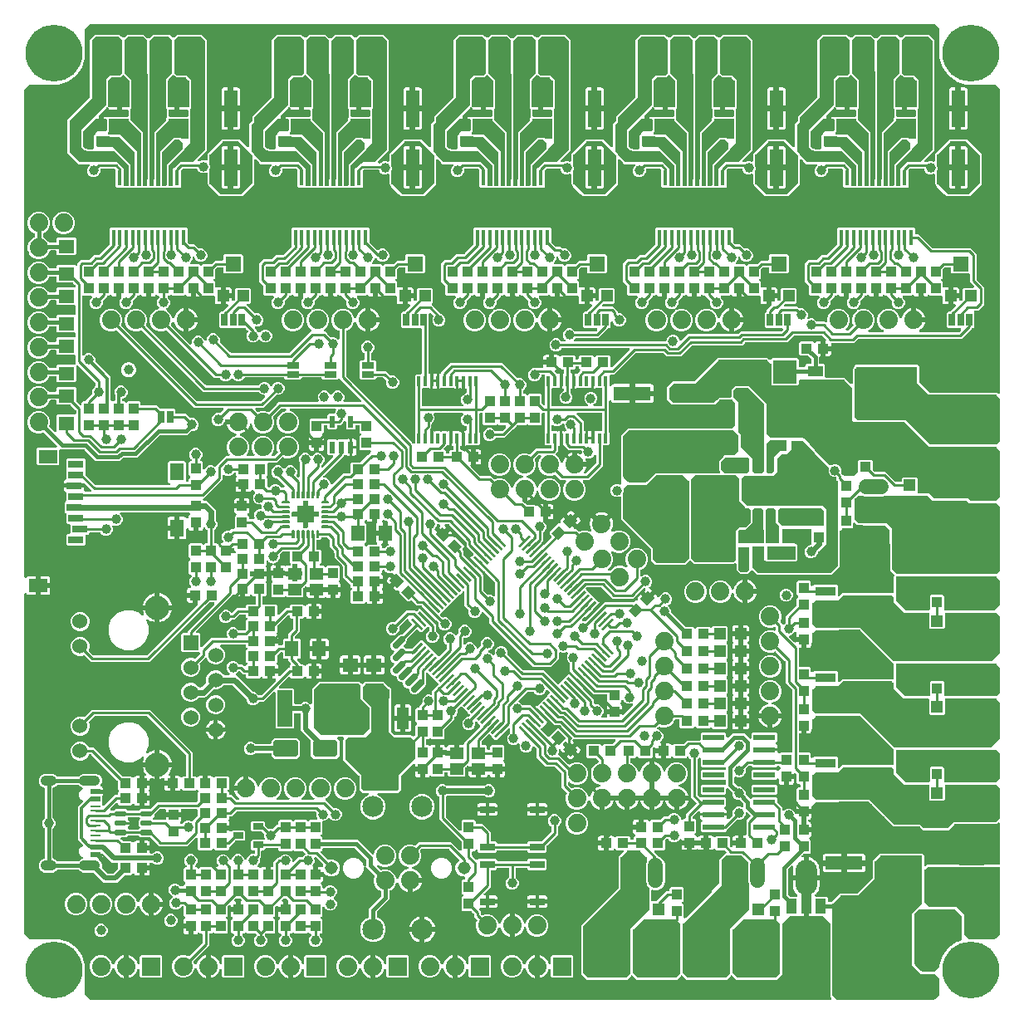
<source format=gbr>
G04 EAGLE Gerber RS-274X export*
G75*
%MOMM*%
%FSLAX34Y34*%
%LPD*%
%INGTL*%
%IPPOS*%
%AMOC8*
5,1,8,0,0,1.08239X$1,22.5*%
G01*
%ADD10R,0.270000X1.500000*%
%ADD11R,1.500000X0.270000*%
%ADD12R,1.400000X1.200000*%
%ADD13R,1.000000X1.100000*%
%ADD14R,1.100000X1.000000*%
%ADD15R,1.600000X1.400000*%
%ADD16R,1.524000X0.762000*%
%ADD17R,1.200000X1.200000*%
%ADD18C,2.159000*%
%ADD19C,1.308000*%
%ADD20R,1.879600X1.879600*%
%ADD21C,1.879600*%
%ADD22R,0.426000X1.650000*%
%ADD23R,4.320000X3.000000*%
%ADD24R,1.800000X1.600000*%
%ADD25R,0.304800X0.990600*%
%ADD26C,1.778000*%
%ADD27C,0.140000*%
%ADD28R,1.778000X1.778000*%
%ADD29R,1.400000X1.600000*%
%ADD30R,0.550000X1.200000*%
%ADD31R,1.219200X2.235200*%
%ADD32R,3.600000X2.200000*%
%ADD33C,1.524000*%
%ADD34R,3.800000X1.400000*%
%ADD35R,2.150000X0.950000*%
%ADD36R,2.150000X3.150000*%
%ADD37C,0.510000*%
%ADD38C,2.133600*%
%ADD39C,1.422400*%
%ADD40R,1.400000X3.800000*%
%ADD41R,1.400000X1.800000*%
%ADD42R,1.900000X1.400000*%
%ADD43R,1.500000X0.800000*%
%ADD44R,1.524000X1.524000*%
%ADD45C,1.524000*%
%ADD46C,2.476500*%
%ADD47R,1.270000X0.635000*%
%ADD48R,2.200000X0.600000*%
%ADD49R,1.000000X1.500000*%
%ADD50R,1.000000X2.000000*%
%ADD51C,2.200000*%
%ADD52C,2.250000*%
%ADD53R,6.200000X5.400000*%
%ADD54R,1.600000X1.000000*%
%ADD55R,2.400000X2.400000*%
%ADD56R,0.635000X1.270000*%
%ADD57R,1.400000X3.000000*%
%ADD58R,1.000000X0.280000*%
%ADD59R,1.000000X0.560000*%
%ADD60C,1.000000*%
%ADD61C,5.800000*%
%ADD62C,1.108000*%
%ADD63C,0.363000*%
%ADD64R,1.016000X0.635000*%
%ADD65R,1.600000X1.500000*%
%ADD66R,1.500000X3.700000*%
%ADD67R,1.600000X1.800000*%
%ADD68C,0.250000*%
%ADD69C,1.200000*%
%ADD70R,2.500000X3.200000*%
%ADD71C,1.000000*%
%ADD72C,0.254000*%
%ADD73C,1.006400*%
%ADD74C,0.406400*%
%ADD75C,0.508000*%
%ADD76C,0.609600*%
%ADD77C,0.673100*%
%ADD78C,0.304800*%
%ADD79C,0.431800*%

G36*
X324634Y-494774D02*
X324634Y-494774D01*
X324773Y-494761D01*
X324792Y-494754D01*
X324812Y-494751D01*
X324941Y-494700D01*
X325072Y-494653D01*
X325089Y-494642D01*
X325107Y-494634D01*
X325220Y-494553D01*
X325335Y-494475D01*
X325348Y-494459D01*
X325365Y-494448D01*
X325454Y-494340D01*
X325546Y-494236D01*
X325555Y-494218D01*
X325568Y-494203D01*
X325627Y-494077D01*
X325690Y-493953D01*
X325695Y-493933D01*
X325703Y-493915D01*
X325729Y-493778D01*
X325760Y-493643D01*
X325759Y-493622D01*
X325763Y-493603D01*
X325754Y-493464D01*
X325750Y-493325D01*
X325744Y-493305D01*
X325743Y-493285D01*
X325700Y-493153D01*
X325662Y-493019D01*
X325651Y-493002D01*
X325645Y-492983D01*
X325571Y-492865D01*
X325500Y-492745D01*
X325482Y-492724D01*
X325475Y-492714D01*
X325460Y-492700D01*
X325394Y-492625D01*
X324357Y-491588D01*
X324357Y-417761D01*
X324345Y-417663D01*
X324342Y-417564D01*
X324325Y-417505D01*
X324317Y-417445D01*
X324281Y-417353D01*
X324253Y-417258D01*
X324223Y-417206D01*
X324200Y-417150D01*
X324142Y-417069D01*
X324092Y-416984D01*
X324026Y-416909D01*
X324014Y-416892D01*
X324004Y-416884D01*
X323986Y-416863D01*
X323478Y-416355D01*
X320571Y-413449D01*
X317451Y-410328D01*
X317372Y-410268D01*
X317300Y-410200D01*
X317247Y-410171D01*
X317199Y-410134D01*
X317108Y-410094D01*
X317022Y-410046D01*
X316963Y-410031D01*
X316907Y-410007D01*
X316810Y-409992D01*
X316714Y-409967D01*
X316614Y-409961D01*
X316593Y-409957D01*
X316581Y-409959D01*
X316553Y-409957D01*
X305649Y-409957D01*
X305605Y-409912D01*
X305526Y-409852D01*
X305454Y-409784D01*
X305401Y-409755D01*
X305353Y-409718D01*
X305262Y-409678D01*
X305176Y-409630D01*
X305117Y-409615D01*
X305061Y-409591D01*
X304964Y-409576D01*
X304868Y-409551D01*
X304768Y-409545D01*
X304747Y-409541D01*
X304735Y-409543D01*
X304707Y-409541D01*
X302219Y-409541D01*
X302219Y-398230D01*
X302204Y-398112D01*
X302197Y-397993D01*
X302184Y-397955D01*
X302179Y-397915D01*
X302136Y-397804D01*
X302099Y-397691D01*
X302077Y-397657D01*
X302062Y-397619D01*
X301993Y-397523D01*
X301929Y-397422D01*
X301899Y-397394D01*
X301876Y-397362D01*
X301784Y-397286D01*
X301697Y-397204D01*
X301662Y-397185D01*
X301631Y-397159D01*
X301523Y-397108D01*
X301419Y-397051D01*
X301379Y-397041D01*
X301343Y-397023D01*
X301236Y-397003D01*
X301266Y-396999D01*
X301376Y-396955D01*
X301489Y-396919D01*
X301524Y-396897D01*
X301561Y-396882D01*
X301657Y-396812D01*
X301758Y-396749D01*
X301786Y-396719D01*
X301819Y-396695D01*
X301895Y-396604D01*
X301976Y-396517D01*
X301996Y-396482D01*
X302021Y-396450D01*
X302072Y-396343D01*
X302130Y-396238D01*
X302140Y-396199D01*
X302157Y-396163D01*
X302179Y-396046D01*
X302209Y-395930D01*
X302213Y-395870D01*
X302217Y-395850D01*
X302215Y-395830D01*
X302219Y-395770D01*
X302219Y-383466D01*
X302249Y-383351D01*
X302253Y-383291D01*
X302257Y-383271D01*
X302255Y-383250D01*
X302259Y-383190D01*
X302259Y-372869D01*
X313261Y-372869D01*
X313261Y-378896D01*
X312927Y-381001D01*
X312269Y-383028D01*
X311301Y-384927D01*
X310048Y-386651D01*
X308859Y-387841D01*
X308774Y-387950D01*
X308685Y-388057D01*
X308676Y-388076D01*
X308664Y-388092D01*
X308609Y-388219D01*
X308550Y-388345D01*
X308546Y-388365D01*
X308538Y-388384D01*
X308516Y-388522D01*
X308490Y-388658D01*
X308491Y-388678D01*
X308488Y-388698D01*
X308501Y-388837D01*
X308510Y-388975D01*
X308516Y-388994D01*
X308518Y-389014D01*
X308565Y-389146D01*
X308608Y-389277D01*
X308618Y-389295D01*
X308625Y-389314D01*
X308703Y-389429D01*
X308778Y-389546D01*
X308792Y-389560D01*
X308804Y-389577D01*
X308908Y-389669D01*
X309009Y-389764D01*
X309027Y-389774D01*
X309042Y-389787D01*
X309166Y-389851D01*
X309288Y-389918D01*
X309307Y-389923D01*
X309325Y-389932D01*
X309461Y-389962D01*
X309596Y-389997D01*
X309624Y-389999D01*
X309636Y-390002D01*
X309656Y-390001D01*
X309756Y-390007D01*
X320552Y-390007D01*
X321743Y-391198D01*
X321743Y-394206D01*
X321758Y-394324D01*
X321765Y-394443D01*
X321778Y-394481D01*
X321783Y-394522D01*
X321826Y-394632D01*
X321863Y-394745D01*
X321885Y-394780D01*
X321900Y-394817D01*
X321969Y-394913D01*
X322033Y-395014D01*
X322063Y-395042D01*
X322086Y-395075D01*
X322178Y-395151D01*
X322265Y-395232D01*
X322300Y-395252D01*
X322331Y-395277D01*
X322439Y-395328D01*
X322543Y-395386D01*
X322583Y-395396D01*
X322619Y-395413D01*
X322736Y-395435D01*
X322851Y-395465D01*
X322911Y-395469D01*
X322931Y-395473D01*
X322952Y-395471D01*
X323012Y-395475D01*
X324498Y-395475D01*
X324596Y-395463D01*
X324695Y-395460D01*
X324754Y-395443D01*
X324814Y-395435D01*
X324906Y-395399D01*
X325001Y-395371D01*
X325053Y-395341D01*
X325109Y-395318D01*
X325189Y-395260D01*
X325275Y-395210D01*
X325350Y-395144D01*
X325367Y-395132D01*
X325375Y-395122D01*
X325396Y-395104D01*
X333912Y-386587D01*
X351166Y-386587D01*
X351264Y-386575D01*
X351363Y-386572D01*
X351422Y-386555D01*
X351482Y-386547D01*
X351574Y-386511D01*
X351669Y-386483D01*
X351721Y-386453D01*
X351777Y-386430D01*
X351857Y-386372D01*
X351943Y-386322D01*
X352018Y-386256D01*
X352035Y-386244D01*
X352043Y-386234D01*
X352064Y-386216D01*
X367166Y-371114D01*
X367226Y-371035D01*
X367294Y-370963D01*
X367323Y-370910D01*
X367360Y-370862D01*
X367400Y-370771D01*
X367448Y-370685D01*
X367463Y-370626D01*
X367487Y-370571D01*
X367502Y-370473D01*
X367527Y-370377D01*
X367533Y-370277D01*
X367537Y-370256D01*
X367535Y-370244D01*
X367537Y-370216D01*
X367537Y-352962D01*
X374552Y-345947D01*
X417928Y-345947D01*
X419093Y-347112D01*
X419863Y-347882D01*
X419863Y-357262D01*
X419880Y-357400D01*
X419893Y-357539D01*
X419900Y-357558D01*
X419903Y-357578D01*
X419954Y-357707D01*
X420001Y-357838D01*
X420012Y-357855D01*
X420020Y-357873D01*
X420101Y-357986D01*
X420179Y-358101D01*
X420195Y-358114D01*
X420206Y-358131D01*
X420314Y-358220D01*
X420418Y-358312D01*
X420436Y-358321D01*
X420451Y-358334D01*
X420577Y-358393D01*
X420701Y-358456D01*
X420721Y-358461D01*
X420739Y-358469D01*
X420876Y-358495D01*
X421011Y-358526D01*
X421032Y-358525D01*
X421051Y-358529D01*
X421190Y-358520D01*
X421329Y-358516D01*
X421349Y-358510D01*
X421369Y-358509D01*
X421501Y-358466D01*
X421635Y-358428D01*
X421652Y-358417D01*
X421671Y-358411D01*
X421789Y-358337D01*
X421909Y-358266D01*
X421930Y-358248D01*
X421940Y-358241D01*
X421954Y-358226D01*
X422029Y-358160D01*
X422812Y-357377D01*
X496062Y-357377D01*
X496180Y-357362D01*
X496299Y-357355D01*
X496337Y-357342D01*
X496378Y-357337D01*
X496488Y-357294D01*
X496601Y-357257D01*
X496636Y-357235D01*
X496673Y-357220D01*
X496769Y-357151D01*
X496870Y-357087D01*
X496898Y-357057D01*
X496931Y-357034D01*
X497007Y-356942D01*
X497088Y-356855D01*
X497108Y-356820D01*
X497133Y-356789D01*
X497184Y-356681D01*
X497242Y-356577D01*
X497252Y-356537D01*
X497269Y-356501D01*
X497291Y-356384D01*
X497321Y-356269D01*
X497325Y-356209D01*
X497329Y-356189D01*
X497327Y-356168D01*
X497331Y-356108D01*
X497331Y-315584D01*
X497314Y-315446D01*
X497301Y-315307D01*
X497294Y-315288D01*
X497291Y-315268D01*
X497240Y-315139D01*
X497193Y-315008D01*
X497182Y-314991D01*
X497174Y-314973D01*
X497093Y-314860D01*
X497015Y-314745D01*
X496999Y-314732D01*
X496988Y-314715D01*
X496880Y-314626D01*
X496776Y-314534D01*
X496758Y-314525D01*
X496743Y-314512D01*
X496617Y-314453D01*
X496493Y-314390D01*
X496473Y-314385D01*
X496455Y-314377D01*
X496318Y-314351D01*
X496183Y-314320D01*
X496162Y-314321D01*
X496143Y-314317D01*
X496004Y-314326D01*
X495865Y-314330D01*
X495845Y-314336D01*
X495825Y-314337D01*
X495693Y-314380D01*
X495559Y-314418D01*
X495542Y-314429D01*
X495523Y-314435D01*
X495405Y-314509D01*
X495285Y-314580D01*
X495264Y-314598D01*
X495254Y-314605D01*
X495240Y-314620D01*
X495165Y-314686D01*
X494128Y-315723D01*
X451474Y-315723D01*
X451376Y-315735D01*
X451277Y-315738D01*
X451218Y-315755D01*
X451158Y-315763D01*
X451066Y-315799D01*
X450971Y-315827D01*
X450919Y-315857D01*
X450863Y-315880D01*
X450783Y-315938D01*
X450697Y-315988D01*
X450622Y-316054D01*
X450605Y-316066D01*
X450597Y-316076D01*
X450576Y-316094D01*
X444598Y-322073D01*
X419002Y-322073D01*
X415564Y-318634D01*
X415485Y-318574D01*
X415413Y-318506D01*
X415360Y-318477D01*
X415312Y-318440D01*
X415221Y-318400D01*
X415135Y-318352D01*
X415076Y-318337D01*
X415021Y-318313D01*
X414923Y-318298D01*
X414827Y-318273D01*
X414727Y-318267D01*
X414706Y-318263D01*
X414694Y-318265D01*
X414666Y-318263D01*
X388522Y-318263D01*
X363494Y-293234D01*
X363415Y-293174D01*
X363343Y-293106D01*
X363290Y-293077D01*
X363242Y-293040D01*
X363151Y-293000D01*
X363065Y-292952D01*
X363006Y-292937D01*
X362951Y-292913D01*
X362853Y-292898D01*
X362757Y-292873D01*
X362657Y-292867D01*
X362636Y-292863D01*
X362624Y-292865D01*
X362596Y-292863D01*
X333412Y-292863D01*
X333287Y-292879D01*
X333162Y-292888D01*
X333130Y-292898D01*
X333097Y-292903D01*
X332980Y-292949D01*
X332861Y-292989D01*
X332832Y-293007D01*
X332801Y-293020D01*
X332699Y-293093D01*
X332594Y-293162D01*
X332571Y-293187D01*
X332544Y-293206D01*
X332463Y-293303D01*
X332401Y-293371D01*
X309880Y-293371D01*
X309782Y-293383D01*
X309683Y-293386D01*
X309625Y-293403D01*
X309564Y-293411D01*
X309472Y-293447D01*
X309377Y-293475D01*
X309325Y-293505D01*
X309269Y-293528D01*
X309189Y-293586D01*
X309103Y-293636D01*
X309028Y-293702D01*
X309011Y-293714D01*
X309004Y-293724D01*
X309003Y-293725D01*
X308997Y-293729D01*
X308995Y-293732D01*
X308983Y-293743D01*
X305173Y-297553D01*
X305112Y-297631D01*
X305044Y-297703D01*
X305015Y-297756D01*
X304978Y-297804D01*
X304938Y-297895D01*
X304890Y-297981D01*
X304875Y-298040D01*
X304851Y-298096D01*
X304836Y-298194D01*
X304811Y-298289D01*
X304806Y-298367D01*
X304803Y-298382D01*
X304804Y-298393D01*
X304801Y-298410D01*
X304803Y-298422D01*
X304801Y-298450D01*
X304801Y-307279D01*
X304792Y-307298D01*
X304764Y-307427D01*
X304731Y-307555D01*
X304729Y-307593D01*
X304725Y-307609D01*
X304726Y-307631D01*
X304721Y-307716D01*
X304721Y-308974D01*
X304548Y-309621D01*
X304213Y-310200D01*
X303740Y-310673D01*
X303161Y-311008D01*
X302465Y-311194D01*
X302330Y-311249D01*
X302194Y-311301D01*
X302183Y-311309D01*
X302170Y-311314D01*
X302053Y-311401D01*
X301935Y-311485D01*
X301926Y-311496D01*
X301915Y-311504D01*
X301823Y-311617D01*
X301729Y-311728D01*
X301723Y-311740D01*
X301715Y-311751D01*
X301654Y-311883D01*
X301591Y-312014D01*
X301588Y-312028D01*
X301582Y-312040D01*
X301557Y-312182D01*
X301528Y-312326D01*
X301528Y-312340D01*
X301526Y-312353D01*
X301537Y-312498D01*
X301544Y-312644D01*
X301548Y-312657D01*
X301549Y-312670D01*
X301596Y-312809D01*
X301639Y-312947D01*
X301646Y-312959D01*
X301650Y-312972D01*
X301730Y-313094D01*
X301806Y-313218D01*
X301816Y-313227D01*
X301823Y-313238D01*
X301930Y-313337D01*
X302036Y-313438D01*
X302047Y-313445D01*
X302057Y-313454D01*
X302185Y-313523D01*
X302312Y-313595D01*
X302330Y-313600D01*
X302337Y-313604D01*
X302354Y-313609D01*
X302465Y-313646D01*
X303161Y-313832D01*
X303740Y-314167D01*
X304213Y-314640D01*
X304548Y-315219D01*
X304721Y-315866D01*
X304721Y-319201D01*
X299679Y-319201D01*
X299679Y-304370D01*
X299664Y-304252D01*
X299657Y-304133D01*
X299644Y-304095D01*
X299639Y-304055D01*
X299596Y-303944D01*
X299559Y-303831D01*
X299537Y-303797D01*
X299522Y-303759D01*
X299453Y-303663D01*
X299389Y-303562D01*
X299359Y-303534D01*
X299336Y-303502D01*
X299244Y-303426D01*
X299157Y-303344D01*
X299122Y-303325D01*
X299091Y-303299D01*
X298983Y-303248D01*
X298879Y-303191D01*
X298839Y-303181D01*
X298803Y-303163D01*
X298686Y-303141D01*
X298571Y-303111D01*
X298511Y-303107D01*
X298491Y-303104D01*
X298470Y-303105D01*
X298410Y-303101D01*
X297219Y-303101D01*
X297219Y-301910D01*
X297204Y-301792D01*
X297197Y-301673D01*
X297184Y-301635D01*
X297179Y-301594D01*
X297135Y-301484D01*
X297099Y-301371D01*
X297077Y-301336D01*
X297062Y-301299D01*
X296992Y-301202D01*
X296929Y-301102D01*
X296899Y-301074D01*
X296875Y-301041D01*
X296784Y-300965D01*
X296697Y-300884D01*
X296662Y-300864D01*
X296630Y-300839D01*
X296523Y-300788D01*
X296418Y-300730D01*
X296379Y-300720D01*
X296343Y-300703D01*
X296226Y-300681D01*
X296110Y-300651D01*
X296050Y-300647D01*
X296030Y-300643D01*
X296010Y-300645D01*
X295950Y-300641D01*
X289639Y-300641D01*
X289639Y-297306D01*
X289812Y-296659D01*
X290147Y-296080D01*
X290620Y-295607D01*
X290869Y-295463D01*
X290969Y-295387D01*
X291073Y-295317D01*
X291095Y-295291D01*
X291122Y-295271D01*
X291200Y-295172D01*
X291284Y-295078D01*
X291299Y-295048D01*
X291320Y-295022D01*
X291371Y-294907D01*
X291428Y-294795D01*
X291436Y-294762D01*
X291449Y-294731D01*
X291470Y-294607D01*
X291498Y-294485D01*
X291497Y-294451D01*
X291502Y-294418D01*
X291492Y-294293D01*
X291488Y-294167D01*
X291479Y-294134D01*
X291476Y-294101D01*
X291435Y-293982D01*
X291400Y-293861D01*
X291383Y-293832D01*
X291372Y-293800D01*
X291302Y-293696D01*
X291238Y-293587D01*
X291206Y-293551D01*
X291196Y-293535D01*
X291180Y-293521D01*
X291132Y-293466D01*
X290147Y-292482D01*
X290147Y-279798D01*
X291338Y-278607D01*
X292608Y-278607D01*
X292726Y-278592D01*
X292845Y-278585D01*
X292883Y-278572D01*
X292924Y-278567D01*
X293034Y-278524D01*
X293147Y-278487D01*
X293182Y-278465D01*
X293219Y-278450D01*
X293315Y-278381D01*
X293416Y-278317D01*
X293444Y-278287D01*
X293477Y-278264D01*
X293553Y-278172D01*
X293634Y-278085D01*
X293654Y-278050D01*
X293679Y-278019D01*
X293730Y-277911D01*
X293788Y-277807D01*
X293798Y-277767D01*
X293815Y-277731D01*
X293837Y-277614D01*
X293867Y-277499D01*
X293871Y-277439D01*
X293875Y-277419D01*
X293873Y-277398D01*
X293877Y-277338D01*
X293877Y-276382D01*
X293862Y-276264D01*
X293855Y-276145D01*
X293842Y-276107D01*
X293837Y-276066D01*
X293794Y-275956D01*
X293757Y-275843D01*
X293735Y-275808D01*
X293720Y-275771D01*
X293651Y-275675D01*
X293587Y-275574D01*
X293557Y-275546D01*
X293534Y-275513D01*
X293442Y-275437D01*
X293355Y-275356D01*
X293320Y-275336D01*
X293289Y-275311D01*
X293181Y-275260D01*
X293077Y-275202D01*
X293037Y-275192D01*
X293001Y-275175D01*
X292884Y-275153D01*
X292769Y-275123D01*
X292709Y-275119D01*
X292689Y-275115D01*
X292668Y-275117D01*
X292608Y-275113D01*
X291338Y-275113D01*
X290147Y-273922D01*
X290147Y-265744D01*
X290135Y-265646D01*
X290132Y-265547D01*
X290115Y-265488D01*
X290107Y-265428D01*
X290071Y-265336D01*
X290043Y-265241D01*
X290013Y-265189D01*
X289990Y-265133D01*
X289932Y-265052D01*
X289882Y-264967D01*
X289816Y-264892D01*
X289804Y-264875D01*
X289794Y-264867D01*
X289776Y-264846D01*
X289108Y-264178D01*
X288998Y-264093D01*
X288891Y-264004D01*
X288872Y-263996D01*
X288856Y-263983D01*
X288728Y-263928D01*
X288603Y-263869D01*
X288583Y-263865D01*
X288564Y-263857D01*
X288426Y-263835D01*
X288290Y-263809D01*
X288270Y-263810D01*
X288250Y-263807D01*
X288111Y-263820D01*
X287973Y-263829D01*
X287954Y-263835D01*
X287934Y-263837D01*
X287803Y-263884D01*
X287671Y-263927D01*
X287653Y-263938D01*
X287634Y-263945D01*
X287520Y-264022D01*
X287402Y-264097D01*
X287388Y-264112D01*
X287371Y-264123D01*
X287279Y-264227D01*
X287184Y-264329D01*
X287174Y-264346D01*
X287161Y-264362D01*
X287098Y-264485D01*
X287030Y-264607D01*
X287025Y-264627D01*
X287016Y-264645D01*
X286986Y-264781D01*
X286951Y-264915D01*
X286949Y-264943D01*
X286946Y-264955D01*
X286947Y-264976D01*
X286941Y-265076D01*
X286941Y-265081D01*
X280630Y-265081D01*
X280512Y-265096D01*
X280393Y-265103D01*
X280355Y-265115D01*
X280315Y-265121D01*
X280204Y-265164D01*
X280091Y-265201D01*
X280057Y-265223D01*
X280019Y-265238D01*
X279923Y-265307D01*
X279822Y-265371D01*
X279794Y-265401D01*
X279762Y-265424D01*
X279686Y-265516D01*
X279604Y-265603D01*
X279585Y-265638D01*
X279559Y-265669D01*
X279508Y-265777D01*
X279451Y-265881D01*
X279441Y-265921D01*
X279423Y-265957D01*
X279401Y-266074D01*
X279371Y-266189D01*
X279367Y-266249D01*
X279364Y-266269D01*
X279365Y-266290D01*
X279361Y-266350D01*
X279361Y-267541D01*
X278170Y-267541D01*
X278052Y-267556D01*
X277933Y-267563D01*
X277895Y-267576D01*
X277854Y-267581D01*
X277744Y-267625D01*
X277631Y-267661D01*
X277596Y-267683D01*
X277559Y-267698D01*
X277462Y-267768D01*
X277362Y-267831D01*
X277334Y-267861D01*
X277301Y-267885D01*
X277225Y-267977D01*
X277144Y-268063D01*
X277124Y-268098D01*
X277099Y-268130D01*
X277048Y-268237D01*
X276990Y-268342D01*
X276980Y-268381D01*
X276963Y-268417D01*
X276941Y-268534D01*
X276911Y-268650D01*
X276907Y-268710D01*
X276903Y-268730D01*
X276905Y-268750D01*
X276901Y-268810D01*
X276901Y-275621D01*
X274066Y-275621D01*
X273419Y-275448D01*
X272840Y-275113D01*
X272367Y-274640D01*
X272032Y-274061D01*
X271859Y-273414D01*
X271859Y-270650D01*
X271842Y-270512D01*
X271829Y-270373D01*
X271822Y-270354D01*
X271819Y-270334D01*
X271768Y-270205D01*
X271721Y-270074D01*
X271710Y-270057D01*
X271702Y-270038D01*
X271621Y-269927D01*
X271543Y-269811D01*
X271527Y-269798D01*
X271516Y-269781D01*
X271408Y-269692D01*
X271304Y-269600D01*
X271286Y-269591D01*
X271271Y-269578D01*
X271145Y-269519D01*
X271021Y-269456D01*
X271001Y-269451D01*
X270983Y-269443D01*
X270846Y-269417D01*
X270711Y-269386D01*
X270690Y-269387D01*
X270671Y-269383D01*
X270532Y-269392D01*
X270393Y-269396D01*
X270373Y-269401D01*
X270353Y-269403D01*
X270221Y-269445D01*
X270087Y-269484D01*
X270070Y-269495D01*
X270051Y-269501D01*
X269933Y-269575D01*
X269813Y-269646D01*
X269792Y-269664D01*
X269782Y-269671D01*
X269768Y-269686D01*
X269693Y-269752D01*
X268982Y-270463D01*
X245298Y-270463D01*
X244107Y-269272D01*
X244107Y-261588D01*
X245298Y-260397D01*
X268982Y-260397D01*
X270003Y-261419D01*
X270102Y-261495D01*
X270198Y-261578D01*
X270228Y-261593D01*
X270254Y-261613D01*
X270370Y-261663D01*
X270482Y-261719D01*
X270515Y-261726D01*
X270546Y-261740D01*
X270671Y-261760D01*
X270793Y-261786D01*
X270827Y-261784D01*
X270860Y-261790D01*
X270986Y-261778D01*
X271111Y-261773D01*
X271143Y-261763D01*
X271177Y-261760D01*
X271295Y-261717D01*
X271416Y-261681D01*
X271445Y-261664D01*
X271476Y-261652D01*
X271580Y-261582D01*
X271688Y-261517D01*
X271712Y-261493D01*
X271739Y-261474D01*
X271823Y-261379D01*
X271911Y-261290D01*
X271938Y-261249D01*
X271950Y-261235D01*
X271960Y-261216D01*
X272000Y-261156D01*
X272367Y-260520D01*
X272840Y-260047D01*
X273089Y-259903D01*
X273189Y-259827D01*
X273293Y-259757D01*
X273315Y-259731D01*
X273342Y-259711D01*
X273420Y-259612D01*
X273504Y-259518D01*
X273519Y-259488D01*
X273540Y-259462D01*
X273591Y-259347D01*
X273648Y-259235D01*
X273656Y-259202D01*
X273669Y-259171D01*
X273690Y-259047D01*
X273718Y-258925D01*
X273717Y-258891D01*
X273722Y-258858D01*
X273712Y-258732D01*
X273708Y-258607D01*
X273699Y-258574D01*
X273696Y-258541D01*
X273655Y-258422D01*
X273620Y-258301D01*
X273603Y-258272D01*
X273592Y-258240D01*
X273522Y-258136D01*
X273458Y-258027D01*
X273426Y-257991D01*
X273416Y-257975D01*
X273400Y-257961D01*
X273352Y-257906D01*
X272056Y-256610D01*
X272051Y-256603D01*
X272035Y-256590D01*
X272024Y-256573D01*
X271916Y-256484D01*
X271812Y-256392D01*
X271794Y-256383D01*
X271779Y-256370D01*
X271653Y-256311D01*
X271529Y-256248D01*
X271509Y-256243D01*
X271491Y-256235D01*
X271354Y-256209D01*
X271219Y-256178D01*
X271198Y-256179D01*
X271179Y-256175D01*
X271040Y-256184D01*
X270901Y-256188D01*
X270881Y-256193D01*
X270861Y-256195D01*
X270729Y-256237D01*
X270595Y-256276D01*
X270578Y-256287D01*
X270559Y-256293D01*
X270441Y-256367D01*
X270321Y-256438D01*
X270300Y-256456D01*
X270290Y-256463D01*
X270276Y-256478D01*
X270201Y-256544D01*
X268982Y-257763D01*
X245298Y-257763D01*
X243940Y-256404D01*
X243862Y-256344D01*
X243789Y-256276D01*
X243736Y-256247D01*
X243689Y-256210D01*
X243598Y-256170D01*
X243511Y-256122D01*
X243452Y-256107D01*
X243397Y-256083D01*
X243299Y-256068D01*
X243203Y-256043D01*
X243103Y-256037D01*
X243083Y-256033D01*
X243070Y-256035D01*
X243042Y-256033D01*
X241924Y-256033D01*
X241826Y-256045D01*
X241727Y-256048D01*
X241668Y-256065D01*
X241608Y-256073D01*
X241516Y-256109D01*
X241421Y-256137D01*
X241369Y-256167D01*
X241313Y-256190D01*
X241233Y-256248D01*
X241147Y-256298D01*
X241072Y-256364D01*
X241055Y-256376D01*
X241047Y-256386D01*
X241026Y-256404D01*
X238068Y-259362D01*
X238008Y-259441D01*
X237940Y-259513D01*
X237911Y-259566D01*
X237874Y-259614D01*
X237834Y-259705D01*
X237786Y-259791D01*
X237771Y-259850D01*
X237747Y-259905D01*
X237732Y-260003D01*
X237707Y-260099D01*
X237701Y-260199D01*
X237697Y-260220D01*
X237699Y-260232D01*
X237697Y-260260D01*
X237697Y-262924D01*
X236699Y-265334D01*
X234854Y-267179D01*
X232444Y-268177D01*
X229836Y-268177D01*
X228070Y-267445D01*
X228022Y-267432D01*
X227977Y-267411D01*
X227869Y-267390D01*
X227763Y-267361D01*
X227713Y-267360D01*
X227664Y-267351D01*
X227555Y-267358D01*
X227445Y-267356D01*
X227397Y-267368D01*
X227347Y-267371D01*
X227243Y-267405D01*
X227136Y-267430D01*
X227092Y-267454D01*
X227045Y-267469D01*
X226952Y-267528D01*
X226855Y-267579D01*
X226818Y-267612D01*
X226776Y-267639D01*
X226701Y-267719D01*
X226619Y-267793D01*
X226592Y-267835D01*
X226558Y-267871D01*
X226505Y-267967D01*
X226445Y-268059D01*
X226428Y-268106D01*
X226404Y-268149D01*
X226377Y-268255D01*
X226341Y-268360D01*
X226337Y-268409D01*
X226325Y-268457D01*
X226315Y-268618D01*
X226315Y-273381D01*
X226327Y-273479D01*
X226330Y-273578D01*
X226347Y-273636D01*
X226355Y-273696D01*
X226391Y-273788D01*
X226419Y-273883D01*
X226449Y-273935D01*
X226472Y-273992D01*
X226530Y-274072D01*
X226580Y-274157D01*
X226646Y-274233D01*
X226658Y-274249D01*
X226668Y-274257D01*
X226686Y-274278D01*
X229960Y-277552D01*
X230038Y-277612D01*
X230110Y-277680D01*
X230163Y-277709D01*
X230211Y-277746D01*
X230302Y-277786D01*
X230389Y-277834D01*
X230447Y-277849D01*
X230503Y-277873D01*
X230601Y-277888D01*
X230697Y-277913D01*
X230797Y-277919D01*
X230817Y-277923D01*
X230829Y-277921D01*
X230857Y-277923D01*
X232444Y-277923D01*
X234854Y-278921D01*
X236699Y-280766D01*
X237697Y-283176D01*
X237697Y-284763D01*
X237709Y-284861D01*
X237712Y-284960D01*
X237729Y-285018D01*
X237737Y-285078D01*
X237773Y-285170D01*
X237801Y-285265D01*
X237831Y-285317D01*
X237854Y-285374D01*
X237912Y-285454D01*
X237962Y-285539D01*
X238028Y-285615D01*
X238040Y-285631D01*
X238050Y-285639D01*
X238068Y-285660D01*
X242124Y-289716D01*
X242219Y-289789D01*
X242308Y-289868D01*
X242344Y-289886D01*
X242376Y-289911D01*
X242485Y-289958D01*
X242591Y-290012D01*
X242630Y-290021D01*
X242667Y-290037D01*
X242785Y-290056D01*
X242901Y-290082D01*
X242942Y-290081D01*
X242982Y-290087D01*
X243100Y-290076D01*
X243219Y-290072D01*
X243258Y-290061D01*
X243298Y-290057D01*
X243410Y-290017D01*
X243525Y-289984D01*
X243559Y-289963D01*
X243597Y-289950D01*
X243696Y-289883D01*
X243799Y-289822D01*
X243844Y-289783D01*
X243861Y-289771D01*
X243874Y-289756D01*
X243919Y-289716D01*
X245298Y-288337D01*
X268982Y-288337D01*
X270173Y-289528D01*
X270173Y-292916D01*
X270185Y-293014D01*
X270188Y-293113D01*
X270205Y-293172D01*
X270213Y-293232D01*
X270249Y-293324D01*
X270277Y-293419D01*
X270307Y-293471D01*
X270330Y-293527D01*
X270388Y-293608D01*
X270438Y-293693D01*
X270504Y-293768D01*
X270516Y-293785D01*
X270526Y-293793D01*
X270544Y-293814D01*
X275083Y-298352D01*
X275083Y-301225D01*
X275100Y-301363D01*
X275113Y-301502D01*
X275120Y-301521D01*
X275123Y-301541D01*
X275174Y-301670D01*
X275221Y-301801D01*
X275232Y-301818D01*
X275240Y-301837D01*
X275321Y-301949D01*
X275399Y-302064D01*
X275415Y-302078D01*
X275426Y-302094D01*
X275534Y-302183D01*
X275638Y-302275D01*
X275656Y-302284D01*
X275671Y-302297D01*
X275797Y-302356D01*
X275921Y-302419D01*
X275941Y-302424D01*
X275959Y-302432D01*
X276096Y-302458D01*
X276231Y-302489D01*
X276252Y-302488D01*
X276271Y-302492D01*
X276410Y-302483D01*
X276549Y-302479D01*
X276569Y-302474D01*
X276589Y-302472D01*
X276721Y-302430D01*
X276855Y-302391D01*
X276872Y-302381D01*
X276891Y-302374D01*
X277009Y-302300D01*
X277129Y-302229D01*
X277150Y-302211D01*
X277160Y-302204D01*
X277174Y-302189D01*
X277249Y-302123D01*
X278226Y-301146D01*
X280636Y-300148D01*
X283244Y-300148D01*
X285654Y-301146D01*
X287499Y-302991D01*
X288271Y-304856D01*
X288286Y-304881D01*
X288295Y-304909D01*
X288364Y-305019D01*
X288429Y-305132D01*
X288449Y-305153D01*
X288465Y-305178D01*
X288559Y-305267D01*
X288650Y-305360D01*
X288675Y-305376D01*
X288696Y-305396D01*
X288810Y-305459D01*
X288921Y-305527D01*
X288949Y-305535D01*
X288975Y-305550D01*
X289101Y-305582D01*
X289225Y-305620D01*
X289254Y-305622D01*
X289283Y-305629D01*
X289444Y-305639D01*
X294681Y-305639D01*
X294681Y-320470D01*
X294696Y-320588D01*
X294703Y-320707D01*
X294715Y-320745D01*
X294721Y-320785D01*
X294764Y-320896D01*
X294801Y-321009D01*
X294823Y-321043D01*
X294838Y-321081D01*
X294907Y-321177D01*
X294971Y-321278D01*
X295001Y-321306D01*
X295024Y-321338D01*
X295116Y-321414D01*
X295203Y-321496D01*
X295238Y-321515D01*
X295269Y-321541D01*
X295377Y-321592D01*
X295481Y-321649D01*
X295521Y-321659D01*
X295557Y-321677D01*
X295674Y-321699D01*
X295789Y-321729D01*
X295849Y-321733D01*
X295869Y-321736D01*
X295890Y-321735D01*
X295950Y-321739D01*
X297141Y-321739D01*
X297141Y-322930D01*
X297156Y-323048D01*
X297163Y-323167D01*
X297176Y-323205D01*
X297181Y-323246D01*
X297225Y-323356D01*
X297261Y-323469D01*
X297283Y-323504D01*
X297298Y-323541D01*
X297368Y-323637D01*
X297431Y-323738D01*
X297461Y-323766D01*
X297485Y-323799D01*
X297576Y-323875D01*
X297663Y-323956D01*
X297698Y-323976D01*
X297730Y-324001D01*
X297837Y-324052D01*
X297942Y-324110D01*
X297981Y-324120D01*
X298017Y-324137D01*
X298134Y-324159D01*
X298250Y-324189D01*
X298310Y-324193D01*
X298330Y-324197D01*
X298350Y-324195D01*
X298410Y-324199D01*
X304721Y-324199D01*
X304721Y-327534D01*
X304548Y-328181D01*
X304213Y-328760D01*
X303740Y-329233D01*
X303491Y-329377D01*
X303391Y-329453D01*
X303287Y-329523D01*
X303265Y-329549D01*
X303238Y-329569D01*
X303160Y-329668D01*
X303076Y-329762D01*
X303061Y-329792D01*
X303040Y-329818D01*
X302989Y-329933D01*
X302932Y-330045D01*
X302924Y-330078D01*
X302911Y-330109D01*
X302890Y-330233D01*
X302862Y-330355D01*
X302863Y-330389D01*
X302858Y-330422D01*
X302868Y-330548D01*
X302872Y-330673D01*
X302881Y-330706D01*
X302884Y-330739D01*
X302925Y-330858D01*
X302960Y-330979D01*
X302977Y-331008D01*
X302988Y-331040D01*
X303058Y-331144D01*
X303122Y-331253D01*
X303154Y-331289D01*
X303164Y-331305D01*
X303180Y-331319D01*
X303228Y-331374D01*
X304213Y-332358D01*
X304213Y-345042D01*
X303022Y-346233D01*
X297191Y-346233D01*
X297093Y-346245D01*
X296994Y-346248D01*
X296936Y-346265D01*
X296876Y-346273D01*
X296784Y-346309D01*
X296689Y-346337D01*
X296636Y-346367D01*
X296580Y-346390D01*
X296500Y-346448D01*
X296415Y-346498D01*
X296340Y-346564D01*
X296323Y-346576D01*
X296315Y-346586D01*
X296294Y-346604D01*
X295422Y-347477D01*
X295373Y-347539D01*
X295317Y-347596D01*
X295276Y-347665D01*
X295227Y-347728D01*
X295195Y-347801D01*
X295155Y-347869D01*
X295132Y-347946D01*
X295101Y-348020D01*
X295088Y-348098D01*
X295066Y-348175D01*
X295063Y-348255D01*
X295051Y-348334D01*
X295058Y-348413D01*
X295056Y-348493D01*
X295073Y-348571D01*
X295081Y-348650D01*
X295108Y-348725D01*
X295125Y-348803D01*
X295161Y-348874D01*
X295188Y-348950D01*
X295233Y-349015D01*
X295269Y-349087D01*
X295322Y-349147D01*
X295367Y-349213D01*
X295426Y-349266D01*
X295479Y-349325D01*
X295545Y-349370D01*
X295605Y-349423D01*
X295676Y-349459D01*
X295742Y-349504D01*
X295817Y-349532D01*
X295888Y-349568D01*
X295966Y-349585D01*
X296041Y-349612D01*
X296121Y-349620D01*
X296199Y-349638D01*
X296278Y-349635D01*
X296358Y-349643D01*
X296515Y-349628D01*
X296517Y-349628D01*
X296518Y-349628D01*
X297181Y-349523D01*
X297181Y-367791D01*
X286179Y-367791D01*
X286179Y-361764D01*
X286518Y-359628D01*
X286520Y-359548D01*
X286533Y-359470D01*
X286525Y-359390D01*
X286528Y-359310D01*
X286510Y-359232D01*
X286503Y-359153D01*
X286476Y-359078D01*
X286458Y-359000D01*
X286422Y-358929D01*
X286395Y-358854D01*
X286350Y-358788D01*
X286314Y-358716D01*
X286261Y-358656D01*
X286217Y-358591D01*
X286157Y-358538D01*
X286104Y-358478D01*
X286038Y-358433D01*
X285978Y-358380D01*
X285907Y-358344D01*
X285841Y-358299D01*
X285766Y-358272D01*
X285695Y-358236D01*
X285617Y-358218D01*
X285542Y-358191D01*
X285462Y-358183D01*
X285385Y-358166D01*
X285305Y-358168D01*
X285225Y-358161D01*
X285146Y-358173D01*
X285067Y-358176D01*
X284990Y-358198D01*
X284911Y-358210D01*
X284838Y-358242D01*
X284761Y-358264D01*
X284693Y-358304D01*
X284619Y-358336D01*
X284556Y-358385D01*
X284487Y-358425D01*
X284368Y-358530D01*
X284367Y-358531D01*
X284367Y-358532D01*
X281472Y-361426D01*
X281412Y-361504D01*
X281344Y-361576D01*
X281315Y-361629D01*
X281278Y-361677D01*
X281238Y-361768D01*
X281190Y-361855D01*
X281175Y-361913D01*
X281151Y-361969D01*
X281136Y-362067D01*
X281111Y-362163D01*
X281105Y-362263D01*
X281101Y-362283D01*
X281103Y-362295D01*
X281101Y-362323D01*
X281101Y-387097D01*
X281113Y-387195D01*
X281116Y-387294D01*
X281133Y-387352D01*
X281141Y-387412D01*
X281177Y-387504D01*
X281205Y-387599D01*
X281235Y-387651D01*
X281258Y-387708D01*
X281316Y-387788D01*
X281366Y-387873D01*
X281432Y-387949D01*
X281444Y-387965D01*
X281454Y-387973D01*
X281472Y-387994D01*
X283114Y-389636D01*
X283192Y-389696D01*
X283264Y-389764D01*
X283317Y-389793D01*
X283365Y-389830D01*
X283456Y-389870D01*
X283543Y-389918D01*
X283601Y-389933D01*
X283657Y-389957D01*
X283755Y-389972D01*
X283851Y-389997D01*
X283951Y-390003D01*
X283971Y-390007D01*
X283983Y-390005D01*
X284011Y-390007D01*
X289684Y-390007D01*
X289822Y-389990D01*
X289960Y-389977D01*
X289979Y-389970D01*
X289999Y-389967D01*
X290128Y-389916D01*
X290259Y-389869D01*
X290276Y-389858D01*
X290295Y-389850D01*
X290407Y-389769D01*
X290522Y-389691D01*
X290536Y-389675D01*
X290552Y-389664D01*
X290641Y-389556D01*
X290733Y-389452D01*
X290742Y-389434D01*
X290755Y-389419D01*
X290814Y-389293D01*
X290877Y-389169D01*
X290882Y-389149D01*
X290890Y-389131D01*
X290917Y-388994D01*
X290947Y-388859D01*
X290946Y-388838D01*
X290950Y-388819D01*
X290942Y-388680D01*
X290937Y-388541D01*
X290932Y-388521D01*
X290930Y-388501D01*
X290888Y-388369D01*
X290849Y-388235D01*
X290839Y-388218D01*
X290832Y-388199D01*
X290758Y-388081D01*
X290687Y-387961D01*
X290669Y-387940D01*
X290662Y-387930D01*
X290647Y-387916D01*
X290581Y-387841D01*
X289392Y-386651D01*
X288139Y-384927D01*
X287171Y-383028D01*
X286513Y-381001D01*
X286179Y-378896D01*
X286179Y-372869D01*
X297181Y-372869D01*
X297181Y-383190D01*
X297196Y-383308D01*
X297203Y-383427D01*
X297216Y-383465D01*
X297221Y-383506D01*
X297221Y-395770D01*
X297236Y-395888D01*
X297243Y-396007D01*
X297255Y-396045D01*
X297261Y-396085D01*
X297304Y-396196D01*
X297341Y-396309D01*
X297363Y-396343D01*
X297378Y-396381D01*
X297447Y-396477D01*
X297511Y-396578D01*
X297541Y-396606D01*
X297564Y-396638D01*
X297656Y-396714D01*
X297743Y-396796D01*
X297778Y-396815D01*
X297809Y-396841D01*
X297917Y-396892D01*
X298021Y-396949D01*
X298061Y-396959D01*
X298097Y-396977D01*
X298204Y-396997D01*
X298174Y-397001D01*
X298064Y-397045D01*
X297951Y-397081D01*
X297916Y-397103D01*
X297879Y-397118D01*
X297782Y-397188D01*
X297682Y-397251D01*
X297654Y-397281D01*
X297621Y-397305D01*
X297545Y-397396D01*
X297464Y-397483D01*
X297444Y-397518D01*
X297419Y-397550D01*
X297368Y-397657D01*
X297310Y-397762D01*
X297300Y-397801D01*
X297283Y-397837D01*
X297261Y-397954D01*
X297231Y-398070D01*
X297227Y-398130D01*
X297223Y-398150D01*
X297225Y-398170D01*
X297221Y-398230D01*
X297221Y-409541D01*
X294733Y-409541D01*
X294635Y-409553D01*
X294536Y-409556D01*
X294477Y-409573D01*
X294417Y-409581D01*
X294325Y-409617D01*
X294230Y-409645D01*
X294178Y-409675D01*
X294122Y-409698D01*
X294042Y-409756D01*
X293956Y-409806D01*
X293881Y-409872D01*
X293864Y-409884D01*
X293857Y-409894D01*
X293835Y-409912D01*
X293791Y-409957D01*
X282887Y-409957D01*
X282789Y-409969D01*
X282690Y-409972D01*
X282631Y-409989D01*
X282571Y-409997D01*
X282479Y-410033D01*
X282384Y-410061D01*
X282332Y-410091D01*
X282276Y-410114D01*
X282196Y-410172D01*
X282110Y-410222D01*
X282035Y-410288D01*
X282018Y-410300D01*
X282011Y-410310D01*
X281989Y-410328D01*
X275454Y-416863D01*
X275394Y-416942D01*
X275326Y-417014D01*
X275297Y-417067D01*
X275260Y-417115D01*
X275220Y-417206D01*
X275172Y-417292D01*
X275157Y-417351D01*
X275133Y-417406D01*
X275118Y-417504D01*
X275093Y-417600D01*
X275087Y-417700D01*
X275083Y-417721D01*
X275085Y-417733D01*
X275083Y-417761D01*
X275083Y-468728D01*
X271644Y-472166D01*
X269338Y-474473D01*
X228502Y-474473D01*
X225064Y-471034D01*
X224417Y-470388D01*
X224323Y-470315D01*
X224234Y-470237D01*
X224198Y-470218D01*
X224166Y-470193D01*
X224057Y-470146D01*
X223951Y-470092D01*
X223912Y-470083D01*
X223874Y-470067D01*
X223757Y-470048D01*
X223641Y-470022D01*
X223600Y-470023D01*
X223560Y-470017D01*
X223441Y-470028D01*
X223323Y-470032D01*
X223284Y-470043D01*
X223244Y-470047D01*
X223131Y-470087D01*
X223017Y-470120D01*
X222982Y-470141D01*
X222944Y-470155D01*
X222846Y-470221D01*
X222743Y-470282D01*
X222698Y-470322D01*
X222681Y-470333D01*
X222668Y-470348D01*
X222622Y-470388D01*
X221976Y-471035D01*
X220845Y-472166D01*
X220844Y-472166D01*
X218538Y-474473D01*
X177702Y-474473D01*
X174264Y-471035D01*
X173618Y-470388D01*
X173523Y-470315D01*
X173434Y-470237D01*
X173398Y-470218D01*
X173366Y-470193D01*
X173257Y-470146D01*
X173151Y-470092D01*
X173112Y-470083D01*
X173074Y-470067D01*
X172957Y-470048D01*
X172841Y-470022D01*
X172800Y-470023D01*
X172760Y-470017D01*
X172642Y-470028D01*
X172523Y-470032D01*
X172484Y-470043D01*
X172444Y-470047D01*
X172332Y-470087D01*
X172217Y-470120D01*
X172182Y-470141D01*
X172144Y-470155D01*
X172046Y-470221D01*
X171943Y-470282D01*
X171898Y-470322D01*
X171881Y-470333D01*
X171868Y-470348D01*
X171823Y-470388D01*
X167738Y-474473D01*
X126902Y-474473D01*
X122817Y-470388D01*
X122723Y-470315D01*
X122634Y-470237D01*
X122598Y-470218D01*
X122566Y-470193D01*
X122457Y-470146D01*
X122351Y-470092D01*
X122312Y-470083D01*
X122274Y-470067D01*
X122157Y-470048D01*
X122041Y-470022D01*
X122000Y-470023D01*
X121960Y-470017D01*
X121842Y-470028D01*
X121723Y-470032D01*
X121684Y-470043D01*
X121644Y-470047D01*
X121532Y-470087D01*
X121417Y-470120D01*
X121382Y-470141D01*
X121344Y-470155D01*
X121246Y-470222D01*
X121143Y-470282D01*
X121098Y-470322D01*
X121081Y-470333D01*
X121068Y-470348D01*
X121022Y-470388D01*
X119244Y-472166D01*
X116938Y-474473D01*
X76102Y-474473D01*
X70357Y-468728D01*
X70357Y-419002D01*
X108086Y-381274D01*
X108146Y-381195D01*
X108214Y-381123D01*
X108243Y-381070D01*
X108280Y-381022D01*
X108320Y-380931D01*
X108368Y-380845D01*
X108383Y-380786D01*
X108407Y-380731D01*
X108422Y-380633D01*
X108447Y-380537D01*
X108453Y-380437D01*
X108457Y-380416D01*
X108455Y-380404D01*
X108457Y-380376D01*
X108457Y-349152D01*
X113130Y-344479D01*
X113215Y-344370D01*
X113304Y-344263D01*
X113312Y-344244D01*
X113325Y-344228D01*
X113380Y-344100D01*
X113439Y-343975D01*
X113443Y-343955D01*
X113451Y-343936D01*
X113473Y-343798D01*
X113499Y-343662D01*
X113498Y-343642D01*
X113501Y-343622D01*
X113488Y-343483D01*
X113479Y-343345D01*
X113473Y-343326D01*
X113471Y-343306D01*
X113424Y-343175D01*
X113381Y-343043D01*
X113370Y-343025D01*
X113363Y-343006D01*
X113285Y-342891D01*
X113211Y-342774D01*
X113196Y-342760D01*
X113185Y-342743D01*
X113081Y-342651D01*
X112979Y-342556D01*
X112962Y-342546D01*
X112946Y-342533D01*
X112822Y-342469D01*
X112701Y-342402D01*
X112681Y-342397D01*
X112663Y-342388D01*
X112527Y-342358D01*
X112393Y-342323D01*
X112365Y-342321D01*
X112353Y-342318D01*
X112332Y-342319D01*
X112232Y-342313D01*
X106298Y-342313D01*
X105314Y-341328D01*
X105214Y-341251D01*
X105119Y-341169D01*
X105089Y-341154D01*
X105062Y-341133D01*
X104947Y-341083D01*
X104834Y-341027D01*
X104801Y-341020D01*
X104770Y-341007D01*
X104646Y-340987D01*
X104523Y-340961D01*
X104490Y-340962D01*
X104456Y-340957D01*
X104331Y-340969D01*
X104206Y-340974D01*
X104173Y-340984D01*
X104140Y-340987D01*
X104021Y-341029D01*
X103901Y-341066D01*
X103872Y-341083D01*
X103840Y-341094D01*
X103736Y-341165D01*
X103629Y-341230D01*
X103605Y-341254D01*
X103577Y-341273D01*
X103494Y-341367D01*
X103406Y-341457D01*
X103379Y-341498D01*
X103367Y-341511D01*
X103357Y-341531D01*
X103317Y-341591D01*
X103173Y-341840D01*
X102700Y-342313D01*
X102121Y-342648D01*
X101474Y-342821D01*
X98139Y-342821D01*
X98139Y-336510D01*
X98124Y-336392D01*
X98117Y-336273D01*
X98104Y-336235D01*
X98099Y-336195D01*
X98056Y-336084D01*
X98019Y-335971D01*
X97997Y-335937D01*
X97982Y-335899D01*
X97913Y-335803D01*
X97849Y-335702D01*
X97819Y-335674D01*
X97796Y-335642D01*
X97704Y-335566D01*
X97617Y-335484D01*
X97582Y-335465D01*
X97551Y-335439D01*
X97443Y-335388D01*
X97339Y-335331D01*
X97299Y-335321D01*
X97263Y-335303D01*
X97156Y-335283D01*
X97186Y-335279D01*
X97296Y-335235D01*
X97409Y-335199D01*
X97444Y-335177D01*
X97481Y-335162D01*
X97577Y-335092D01*
X97678Y-335029D01*
X97706Y-334999D01*
X97739Y-334975D01*
X97815Y-334884D01*
X97896Y-334797D01*
X97916Y-334762D01*
X97941Y-334730D01*
X97992Y-334623D01*
X98050Y-334518D01*
X98060Y-334479D01*
X98077Y-334443D01*
X98099Y-334326D01*
X98129Y-334210D01*
X98133Y-334150D01*
X98137Y-334130D01*
X98135Y-334110D01*
X98139Y-334050D01*
X98139Y-327739D01*
X101474Y-327739D01*
X102121Y-327912D01*
X102700Y-328247D01*
X103173Y-328720D01*
X103317Y-328969D01*
X103393Y-329069D01*
X103463Y-329173D01*
X103489Y-329195D01*
X103509Y-329222D01*
X103608Y-329300D01*
X103702Y-329384D01*
X103732Y-329399D01*
X103758Y-329420D01*
X103873Y-329471D01*
X103985Y-329528D01*
X104018Y-329536D01*
X104049Y-329549D01*
X104173Y-329570D01*
X104295Y-329598D01*
X104329Y-329597D01*
X104362Y-329602D01*
X104488Y-329592D01*
X104613Y-329588D01*
X104646Y-329579D01*
X104679Y-329576D01*
X104798Y-329535D01*
X104919Y-329500D01*
X104948Y-329483D01*
X104980Y-329472D01*
X105084Y-329402D01*
X105193Y-329338D01*
X105229Y-329306D01*
X105245Y-329296D01*
X105259Y-329280D01*
X105314Y-329232D01*
X106298Y-328247D01*
X118982Y-328247D01*
X120173Y-329438D01*
X120173Y-330708D01*
X120188Y-330826D01*
X120195Y-330945D01*
X120208Y-330983D01*
X120213Y-331024D01*
X120256Y-331134D01*
X120293Y-331247D01*
X120315Y-331282D01*
X120330Y-331319D01*
X120399Y-331415D01*
X120463Y-331516D01*
X120493Y-331544D01*
X120516Y-331577D01*
X120608Y-331653D01*
X120695Y-331734D01*
X120730Y-331754D01*
X120761Y-331779D01*
X120869Y-331830D01*
X120973Y-331888D01*
X121013Y-331898D01*
X121049Y-331915D01*
X121166Y-331937D01*
X121281Y-331967D01*
X121341Y-331971D01*
X121361Y-331975D01*
X121382Y-331973D01*
X121442Y-331977D01*
X122398Y-331977D01*
X122516Y-331962D01*
X122635Y-331955D01*
X122673Y-331942D01*
X122714Y-331937D01*
X122824Y-331894D01*
X122937Y-331857D01*
X122972Y-331835D01*
X123009Y-331820D01*
X123105Y-331751D01*
X123206Y-331687D01*
X123234Y-331657D01*
X123267Y-331634D01*
X123343Y-331542D01*
X123424Y-331455D01*
X123444Y-331420D01*
X123469Y-331389D01*
X123520Y-331281D01*
X123578Y-331177D01*
X123588Y-331137D01*
X123605Y-331101D01*
X123627Y-330984D01*
X123657Y-330869D01*
X123661Y-330809D01*
X123665Y-330789D01*
X123663Y-330768D01*
X123667Y-330708D01*
X123667Y-329438D01*
X124975Y-328130D01*
X125052Y-328031D01*
X125134Y-327936D01*
X125149Y-327906D01*
X125170Y-327879D01*
X125220Y-327764D01*
X125276Y-327651D01*
X125283Y-327618D01*
X125296Y-327587D01*
X125316Y-327463D01*
X125342Y-327340D01*
X125341Y-327306D01*
X125346Y-327273D01*
X125334Y-327147D01*
X125329Y-327022D01*
X125320Y-326990D01*
X125316Y-326956D01*
X125274Y-326838D01*
X125238Y-326718D01*
X125220Y-326689D01*
X125209Y-326657D01*
X125138Y-326553D01*
X125073Y-326445D01*
X125049Y-326422D01*
X125030Y-326394D01*
X124936Y-326311D01*
X124846Y-326223D01*
X124806Y-326196D01*
X124792Y-326183D01*
X124773Y-326174D01*
X124712Y-326133D01*
X124140Y-325803D01*
X123667Y-325330D01*
X123332Y-324751D01*
X123159Y-324104D01*
X123159Y-321269D01*
X129970Y-321269D01*
X130088Y-321254D01*
X130207Y-321247D01*
X130245Y-321234D01*
X130285Y-321229D01*
X130396Y-321186D01*
X130509Y-321149D01*
X130543Y-321127D01*
X130581Y-321112D01*
X130677Y-321043D01*
X130778Y-320979D01*
X130806Y-320949D01*
X130838Y-320926D01*
X130914Y-320834D01*
X130996Y-320747D01*
X131015Y-320712D01*
X131041Y-320681D01*
X131092Y-320573D01*
X131149Y-320469D01*
X131159Y-320429D01*
X131177Y-320393D01*
X131199Y-320276D01*
X131229Y-320161D01*
X131233Y-320101D01*
X131236Y-320081D01*
X131235Y-320060D01*
X131239Y-320000D01*
X131239Y-318809D01*
X132430Y-318809D01*
X132548Y-318794D01*
X132667Y-318787D01*
X132705Y-318774D01*
X132746Y-318769D01*
X132856Y-318725D01*
X132969Y-318689D01*
X133004Y-318667D01*
X133041Y-318652D01*
X133137Y-318582D01*
X133238Y-318519D01*
X133266Y-318489D01*
X133299Y-318465D01*
X133375Y-318374D01*
X133456Y-318287D01*
X133476Y-318252D01*
X133501Y-318220D01*
X133552Y-318113D01*
X133610Y-318008D01*
X133620Y-317969D01*
X133637Y-317933D01*
X133659Y-317816D01*
X133689Y-317700D01*
X133693Y-317640D01*
X133697Y-317620D01*
X133695Y-317600D01*
X133699Y-317540D01*
X133699Y-311229D01*
X137034Y-311229D01*
X137681Y-311402D01*
X138260Y-311737D01*
X138733Y-312210D01*
X138877Y-312459D01*
X138953Y-312559D01*
X139023Y-312663D01*
X139049Y-312685D01*
X139069Y-312712D01*
X139168Y-312790D01*
X139262Y-312874D01*
X139292Y-312889D01*
X139318Y-312910D01*
X139433Y-312961D01*
X139545Y-313018D01*
X139578Y-313026D01*
X139609Y-313039D01*
X139733Y-313060D01*
X139855Y-313088D01*
X139889Y-313087D01*
X139922Y-313092D01*
X140048Y-313082D01*
X140173Y-313078D01*
X140206Y-313069D01*
X140239Y-313066D01*
X140358Y-313025D01*
X140479Y-312990D01*
X140508Y-312973D01*
X140540Y-312962D01*
X140644Y-312892D01*
X140753Y-312828D01*
X140789Y-312796D01*
X140805Y-312786D01*
X140819Y-312770D01*
X140874Y-312722D01*
X141858Y-311737D01*
X150036Y-311737D01*
X150134Y-311725D01*
X150233Y-311722D01*
X150292Y-311705D01*
X150352Y-311697D01*
X150444Y-311661D01*
X150539Y-311633D01*
X150591Y-311603D01*
X150647Y-311580D01*
X150727Y-311522D01*
X150813Y-311472D01*
X150888Y-311406D01*
X150905Y-311394D01*
X150913Y-311384D01*
X150934Y-311366D01*
X154452Y-307847D01*
X158604Y-307847D01*
X158703Y-307835D01*
X158802Y-307832D01*
X158860Y-307815D01*
X158920Y-307807D01*
X159012Y-307771D01*
X159107Y-307743D01*
X159159Y-307713D01*
X159216Y-307690D01*
X159296Y-307632D01*
X159381Y-307582D01*
X159456Y-307516D01*
X159473Y-307504D01*
X159481Y-307494D01*
X159502Y-307476D01*
X161386Y-305591D01*
X163796Y-304593D01*
X166404Y-304593D01*
X168814Y-305591D01*
X170659Y-307436D01*
X171657Y-309846D01*
X171657Y-310134D01*
X171674Y-310272D01*
X171687Y-310411D01*
X171694Y-310430D01*
X171697Y-310450D01*
X171748Y-310579D01*
X171795Y-310710D01*
X171806Y-310727D01*
X171814Y-310746D01*
X171895Y-310858D01*
X171973Y-310973D01*
X171989Y-310986D01*
X172000Y-311003D01*
X172108Y-311092D01*
X172212Y-311184D01*
X172230Y-311193D01*
X172245Y-311206D01*
X172371Y-311265D01*
X172495Y-311328D01*
X172515Y-311333D01*
X172533Y-311341D01*
X172670Y-311367D01*
X172805Y-311398D01*
X172826Y-311397D01*
X172845Y-311401D01*
X172984Y-311392D01*
X173123Y-311388D01*
X173143Y-311383D01*
X173163Y-311381D01*
X173295Y-311339D01*
X173429Y-311300D01*
X173446Y-311289D01*
X173465Y-311283D01*
X173583Y-311209D01*
X173703Y-311138D01*
X173724Y-311120D01*
X173734Y-311113D01*
X173748Y-311098D01*
X173823Y-311032D01*
X174498Y-310357D01*
X175768Y-310357D01*
X175886Y-310342D01*
X176005Y-310335D01*
X176043Y-310322D01*
X176084Y-310317D01*
X176194Y-310274D01*
X176307Y-310237D01*
X176342Y-310215D01*
X176379Y-310200D01*
X176475Y-310131D01*
X176576Y-310067D01*
X176604Y-310037D01*
X176637Y-310014D01*
X176713Y-309922D01*
X176794Y-309835D01*
X176814Y-309800D01*
X176839Y-309769D01*
X176890Y-309661D01*
X176948Y-309557D01*
X176958Y-309517D01*
X176975Y-309481D01*
X176997Y-309364D01*
X177027Y-309249D01*
X177031Y-309189D01*
X177035Y-309169D01*
X177033Y-309148D01*
X177037Y-309088D01*
X177037Y-305972D01*
X187472Y-295537D01*
X187545Y-295443D01*
X187623Y-295354D01*
X187642Y-295318D01*
X187667Y-295286D01*
X187714Y-295177D01*
X187768Y-295071D01*
X187777Y-295032D01*
X187793Y-294994D01*
X187812Y-294877D01*
X187838Y-294761D01*
X187837Y-294720D01*
X187843Y-294680D01*
X187832Y-294562D01*
X187828Y-294443D01*
X187817Y-294404D01*
X187813Y-294364D01*
X187773Y-294251D01*
X187740Y-294137D01*
X187719Y-294102D01*
X187705Y-294064D01*
X187638Y-293966D01*
X187578Y-293863D01*
X187538Y-293818D01*
X187527Y-293801D01*
X187512Y-293788D01*
X187472Y-293742D01*
X182117Y-288388D01*
X182117Y-250336D01*
X182105Y-250237D01*
X182102Y-250138D01*
X182085Y-250080D01*
X182077Y-250020D01*
X182041Y-249928D01*
X182013Y-249833D01*
X181983Y-249781D01*
X181960Y-249724D01*
X181902Y-249644D01*
X181852Y-249559D01*
X181786Y-249484D01*
X181774Y-249467D01*
X181764Y-249459D01*
X181746Y-249438D01*
X179919Y-247611D01*
X179824Y-247538D01*
X179820Y-247534D01*
X179816Y-247531D01*
X179816Y-247530D01*
X179735Y-247459D01*
X179699Y-247441D01*
X179667Y-247416D01*
X179558Y-247369D01*
X179452Y-247315D01*
X179413Y-247306D01*
X179375Y-247290D01*
X179258Y-247271D01*
X179142Y-247245D01*
X179101Y-247246D01*
X179061Y-247240D01*
X178943Y-247251D01*
X178824Y-247255D01*
X178785Y-247266D01*
X178745Y-247270D01*
X178633Y-247310D01*
X178518Y-247343D01*
X178483Y-247364D01*
X178445Y-247377D01*
X178347Y-247444D01*
X178244Y-247505D01*
X178199Y-247545D01*
X178182Y-247556D01*
X178169Y-247571D01*
X178124Y-247611D01*
X177402Y-248333D01*
X164718Y-248333D01*
X163734Y-247348D01*
X163634Y-247271D01*
X163539Y-247189D01*
X163509Y-247174D01*
X163482Y-247153D01*
X163367Y-247103D01*
X163254Y-247047D01*
X163221Y-247040D01*
X163190Y-247027D01*
X163066Y-247007D01*
X162943Y-246981D01*
X162910Y-246982D01*
X162876Y-246977D01*
X162751Y-246989D01*
X162626Y-246994D01*
X162593Y-247004D01*
X162560Y-247007D01*
X162441Y-247049D01*
X162321Y-247086D01*
X162292Y-247103D01*
X162260Y-247114D01*
X162156Y-247185D01*
X162049Y-247250D01*
X162025Y-247274D01*
X161997Y-247293D01*
X161914Y-247387D01*
X161826Y-247477D01*
X161799Y-247518D01*
X161787Y-247531D01*
X161777Y-247551D01*
X161737Y-247611D01*
X161593Y-247860D01*
X161120Y-248333D01*
X160541Y-248668D01*
X159894Y-248841D01*
X156559Y-248841D01*
X156559Y-242530D01*
X156544Y-242412D01*
X156537Y-242293D01*
X156524Y-242255D01*
X156519Y-242215D01*
X156476Y-242104D01*
X156439Y-241991D01*
X156417Y-241957D01*
X156402Y-241919D01*
X156333Y-241823D01*
X156269Y-241722D01*
X156239Y-241694D01*
X156216Y-241662D01*
X156124Y-241586D01*
X156037Y-241504D01*
X156002Y-241485D01*
X155971Y-241459D01*
X155863Y-241408D01*
X155759Y-241351D01*
X155719Y-241341D01*
X155683Y-241323D01*
X155576Y-241303D01*
X155606Y-241299D01*
X155716Y-241255D01*
X155829Y-241219D01*
X155864Y-241197D01*
X155901Y-241182D01*
X155997Y-241112D01*
X156098Y-241049D01*
X156126Y-241019D01*
X156159Y-240995D01*
X156235Y-240904D01*
X156316Y-240817D01*
X156336Y-240782D01*
X156361Y-240750D01*
X156412Y-240643D01*
X156470Y-240538D01*
X156480Y-240499D01*
X156497Y-240463D01*
X156519Y-240346D01*
X156549Y-240230D01*
X156553Y-240170D01*
X156557Y-240150D01*
X156555Y-240130D01*
X156559Y-240070D01*
X156559Y-233759D01*
X159894Y-233759D01*
X160541Y-233932D01*
X161120Y-234267D01*
X161593Y-234740D01*
X161737Y-234989D01*
X161813Y-235089D01*
X161883Y-235193D01*
X161909Y-235215D01*
X161929Y-235242D01*
X162028Y-235320D01*
X162122Y-235404D01*
X162152Y-235419D01*
X162178Y-235440D01*
X162293Y-235491D01*
X162405Y-235548D01*
X162438Y-235556D01*
X162469Y-235569D01*
X162593Y-235590D01*
X162715Y-235618D01*
X162749Y-235617D01*
X162782Y-235622D01*
X162908Y-235612D01*
X163033Y-235608D01*
X163066Y-235599D01*
X163099Y-235596D01*
X163218Y-235555D01*
X163339Y-235520D01*
X163368Y-235503D01*
X163400Y-235492D01*
X163504Y-235422D01*
X163613Y-235358D01*
X163649Y-235326D01*
X163665Y-235316D01*
X163679Y-235300D01*
X163734Y-235252D01*
X164718Y-234267D01*
X174166Y-234267D01*
X174264Y-234255D01*
X174363Y-234252D01*
X174422Y-234235D01*
X174482Y-234227D01*
X174574Y-234191D01*
X174669Y-234163D01*
X174721Y-234133D01*
X174777Y-234110D01*
X174857Y-234052D01*
X174943Y-234002D01*
X175018Y-233936D01*
X175035Y-233924D01*
X175043Y-233914D01*
X175064Y-233896D01*
X176070Y-232890D01*
X178376Y-230583D01*
X190838Y-230583D01*
X190956Y-230568D01*
X191075Y-230561D01*
X191113Y-230548D01*
X191154Y-230543D01*
X191264Y-230500D01*
X191377Y-230463D01*
X191412Y-230441D01*
X191449Y-230426D01*
X191545Y-230357D01*
X191646Y-230293D01*
X191674Y-230263D01*
X191707Y-230240D01*
X191783Y-230148D01*
X191864Y-230061D01*
X191884Y-230026D01*
X191909Y-229995D01*
X191960Y-229887D01*
X192018Y-229783D01*
X192028Y-229743D01*
X192045Y-229707D01*
X192067Y-229590D01*
X192097Y-229475D01*
X192101Y-229415D01*
X192105Y-229395D01*
X192103Y-229374D01*
X192107Y-229314D01*
X192107Y-223488D01*
X193298Y-222297D01*
X216982Y-222297D01*
X218173Y-223488D01*
X218173Y-226405D01*
X218190Y-226542D01*
X218203Y-226681D01*
X218210Y-226700D01*
X218213Y-226720D01*
X218264Y-226849D01*
X218311Y-226980D01*
X218322Y-226997D01*
X218330Y-227016D01*
X218411Y-227128D01*
X218489Y-227243D01*
X218505Y-227257D01*
X218516Y-227273D01*
X218624Y-227362D01*
X218728Y-227454D01*
X218746Y-227463D01*
X218761Y-227476D01*
X218887Y-227535D01*
X219011Y-227598D01*
X219031Y-227603D01*
X219049Y-227612D01*
X219185Y-227638D01*
X219321Y-227668D01*
X219342Y-227668D01*
X219361Y-227671D01*
X219500Y-227663D01*
X219639Y-227658D01*
X219659Y-227653D01*
X219679Y-227652D01*
X219811Y-227609D01*
X219945Y-227570D01*
X219962Y-227560D01*
X219981Y-227554D01*
X220099Y-227479D01*
X220219Y-227409D01*
X220240Y-227390D01*
X220250Y-227383D01*
X220264Y-227368D01*
X220339Y-227302D01*
X224376Y-223265D01*
X236634Y-223265D01*
X239386Y-226018D01*
X241941Y-228572D01*
X242050Y-228657D01*
X242157Y-228746D01*
X242176Y-228755D01*
X242192Y-228767D01*
X242320Y-228823D01*
X242445Y-228882D01*
X242465Y-228885D01*
X242484Y-228893D01*
X242622Y-228915D01*
X242758Y-228941D01*
X242778Y-228940D01*
X242798Y-228943D01*
X242937Y-228930D01*
X243075Y-228922D01*
X243094Y-228915D01*
X243114Y-228913D01*
X243246Y-228866D01*
X243377Y-228824D01*
X243395Y-228813D01*
X243414Y-228806D01*
X243529Y-228728D01*
X243646Y-228653D01*
X243660Y-228639D01*
X243677Y-228627D01*
X243769Y-228523D01*
X243864Y-228422D01*
X243874Y-228404D01*
X243887Y-228389D01*
X243951Y-228265D01*
X244018Y-228143D01*
X244023Y-228124D01*
X244032Y-228106D01*
X244062Y-227970D01*
X244097Y-227835D01*
X244099Y-227807D01*
X244102Y-227795D01*
X244101Y-227775D01*
X244107Y-227675D01*
X244107Y-223488D01*
X245298Y-222297D01*
X268982Y-222297D01*
X270173Y-223488D01*
X270173Y-231172D01*
X268744Y-232600D01*
X268667Y-232700D01*
X268585Y-232795D01*
X268570Y-232825D01*
X268549Y-232852D01*
X268499Y-232967D01*
X268444Y-233079D01*
X268437Y-233112D01*
X268423Y-233143D01*
X268403Y-233268D01*
X268377Y-233391D01*
X268379Y-233424D01*
X268373Y-233457D01*
X268385Y-233583D01*
X268390Y-233708D01*
X268400Y-233741D01*
X268403Y-233774D01*
X268446Y-233892D01*
X268482Y-234013D01*
X268499Y-234042D01*
X268511Y-234073D01*
X268581Y-234177D01*
X268646Y-234285D01*
X268670Y-234309D01*
X268689Y-234337D01*
X268784Y-234420D01*
X268873Y-234508D01*
X268914Y-234535D01*
X268928Y-234547D01*
X268947Y-234557D01*
X269007Y-234597D01*
X269700Y-234997D01*
X270173Y-235470D01*
X270508Y-236049D01*
X270681Y-236696D01*
X270681Y-238531D01*
X257370Y-238531D01*
X257252Y-238546D01*
X257133Y-238553D01*
X257095Y-238565D01*
X257055Y-238571D01*
X256944Y-238614D01*
X256831Y-238651D01*
X256797Y-238673D01*
X256759Y-238688D01*
X256663Y-238757D01*
X256562Y-238821D01*
X256534Y-238851D01*
X256502Y-238874D01*
X256426Y-238966D01*
X256344Y-239053D01*
X256325Y-239088D01*
X256299Y-239119D01*
X256248Y-239227D01*
X256191Y-239331D01*
X256181Y-239371D01*
X256163Y-239407D01*
X256141Y-239524D01*
X256111Y-239639D01*
X256107Y-239699D01*
X256104Y-239719D01*
X256105Y-239740D01*
X256101Y-239800D01*
X256101Y-240260D01*
X256116Y-240378D01*
X256123Y-240497D01*
X256136Y-240535D01*
X256141Y-240576D01*
X256185Y-240686D01*
X256221Y-240799D01*
X256243Y-240834D01*
X256258Y-240871D01*
X256328Y-240967D01*
X256391Y-241068D01*
X256421Y-241096D01*
X256445Y-241129D01*
X256536Y-241205D01*
X256623Y-241286D01*
X256658Y-241306D01*
X256690Y-241331D01*
X256797Y-241382D01*
X256902Y-241440D01*
X256941Y-241450D01*
X256977Y-241467D01*
X257094Y-241489D01*
X257210Y-241519D01*
X257270Y-241523D01*
X257290Y-241527D01*
X257310Y-241525D01*
X257370Y-241529D01*
X270681Y-241529D01*
X270681Y-242860D01*
X270698Y-242999D01*
X270711Y-243137D01*
X270718Y-243156D01*
X270721Y-243176D01*
X270772Y-243305D01*
X270819Y-243436D01*
X270830Y-243453D01*
X270838Y-243472D01*
X270919Y-243584D01*
X270997Y-243699D01*
X271013Y-243712D01*
X271024Y-243729D01*
X271132Y-243818D01*
X271236Y-243910D01*
X271254Y-243919D01*
X271269Y-243932D01*
X271395Y-243991D01*
X271519Y-244054D01*
X271539Y-244059D01*
X271557Y-244067D01*
X271694Y-244093D01*
X271829Y-244124D01*
X271850Y-244123D01*
X271869Y-244127D01*
X272008Y-244118D01*
X272147Y-244114D01*
X272167Y-244109D01*
X272187Y-244107D01*
X272319Y-244065D01*
X272453Y-244026D01*
X272470Y-244015D01*
X272489Y-244009D01*
X272607Y-243935D01*
X272727Y-243864D01*
X272748Y-243846D01*
X272758Y-243839D01*
X272772Y-243824D01*
X272847Y-243758D01*
X273558Y-243047D01*
X284135Y-243047D01*
X284253Y-243032D01*
X284372Y-243025D01*
X284411Y-243012D01*
X284451Y-243007D01*
X284562Y-242964D01*
X284675Y-242927D01*
X284709Y-242905D01*
X284746Y-242890D01*
X284843Y-242821D01*
X284943Y-242757D01*
X284971Y-242727D01*
X285004Y-242704D01*
X285080Y-242612D01*
X285161Y-242525D01*
X285181Y-242490D01*
X285207Y-242459D01*
X285257Y-242351D01*
X285315Y-242247D01*
X285325Y-242207D01*
X285342Y-242171D01*
X285364Y-242054D01*
X285394Y-241939D01*
X285398Y-241879D01*
X285402Y-241859D01*
X285401Y-241838D01*
X285404Y-241778D01*
X285404Y-179277D01*
X285392Y-179178D01*
X285389Y-179079D01*
X285372Y-179021D01*
X285365Y-178961D01*
X285328Y-178869D01*
X285301Y-178774D01*
X285270Y-178722D01*
X285248Y-178665D01*
X285189Y-178585D01*
X285139Y-178500D01*
X285073Y-178425D01*
X285061Y-178408D01*
X285051Y-178400D01*
X285033Y-178379D01*
X278463Y-171810D01*
X278463Y-150310D01*
X278451Y-150212D01*
X278448Y-150113D01*
X278431Y-150054D01*
X278423Y-149994D01*
X278387Y-149902D01*
X278359Y-149807D01*
X278329Y-149755D01*
X278306Y-149699D01*
X278248Y-149619D01*
X278198Y-149533D01*
X278132Y-149458D01*
X278120Y-149441D01*
X278110Y-149433D01*
X278092Y-149412D01*
X268936Y-140256D01*
X268912Y-140238D01*
X268893Y-140216D01*
X268787Y-140141D01*
X268684Y-140061D01*
X268657Y-140050D01*
X268633Y-140033D01*
X268512Y-139987D01*
X268393Y-139935D01*
X268363Y-139931D01*
X268336Y-139920D01*
X268207Y-139906D01*
X268078Y-139885D01*
X268049Y-139888D01*
X268020Y-139885D01*
X267891Y-139903D01*
X267762Y-139915D01*
X267734Y-139925D01*
X267705Y-139929D01*
X267552Y-139981D01*
X265164Y-140971D01*
X260616Y-140971D01*
X256415Y-139231D01*
X253199Y-136015D01*
X251459Y-131814D01*
X251459Y-127266D01*
X253199Y-123065D01*
X256415Y-119849D01*
X260616Y-118109D01*
X265164Y-118109D01*
X266722Y-118755D01*
X266770Y-118768D01*
X266815Y-118789D01*
X266923Y-118810D01*
X267029Y-118839D01*
X267079Y-118840D01*
X267128Y-118849D01*
X267237Y-118842D01*
X267347Y-118844D01*
X267395Y-118832D01*
X267445Y-118829D01*
X267549Y-118795D01*
X267656Y-118770D01*
X267700Y-118746D01*
X267747Y-118731D01*
X267840Y-118672D01*
X267937Y-118621D01*
X267974Y-118588D01*
X268016Y-118561D01*
X268091Y-118481D01*
X268173Y-118407D01*
X268200Y-118366D01*
X268234Y-118329D01*
X268287Y-118233D01*
X268347Y-118141D01*
X268364Y-118094D01*
X268388Y-118051D01*
X268415Y-117945D01*
X268451Y-117841D01*
X268455Y-117791D01*
X268467Y-117743D01*
X268477Y-117582D01*
X268477Y-116098D01*
X268471Y-116048D01*
X268473Y-115999D01*
X268451Y-115891D01*
X268437Y-115782D01*
X268419Y-115736D01*
X268409Y-115687D01*
X268361Y-115589D01*
X268320Y-115487D01*
X268291Y-115446D01*
X268269Y-115402D01*
X268198Y-115318D01*
X268134Y-115229D01*
X268095Y-115197D01*
X268063Y-115160D01*
X267973Y-115097D01*
X267889Y-115026D01*
X267844Y-115005D01*
X267803Y-114977D01*
X267700Y-114938D01*
X267601Y-114891D01*
X267552Y-114882D01*
X267506Y-114864D01*
X267396Y-114852D01*
X267289Y-114831D01*
X267239Y-114834D01*
X267190Y-114829D01*
X267081Y-114844D01*
X266971Y-114851D01*
X266924Y-114866D01*
X266875Y-114873D01*
X266722Y-114925D01*
X265164Y-115571D01*
X260616Y-115571D01*
X256415Y-113831D01*
X253199Y-110615D01*
X251459Y-106414D01*
X251459Y-101866D01*
X253199Y-97665D01*
X256415Y-94449D01*
X260616Y-92709D01*
X265164Y-92709D01*
X269365Y-94449D01*
X272581Y-97665D01*
X274321Y-101866D01*
X274321Y-106414D01*
X273331Y-108802D01*
X273324Y-108831D01*
X273310Y-108857D01*
X273282Y-108984D01*
X273247Y-109109D01*
X273247Y-109139D01*
X273240Y-109167D01*
X273244Y-109297D01*
X273242Y-109427D01*
X273249Y-109456D01*
X273250Y-109485D01*
X273286Y-109610D01*
X273316Y-109736D01*
X273330Y-109763D01*
X273338Y-109791D01*
X273404Y-109903D01*
X273465Y-110018D01*
X273485Y-110039D01*
X273500Y-110065D01*
X273606Y-110186D01*
X275140Y-111719D01*
X275174Y-111805D01*
X275221Y-111936D01*
X275232Y-111953D01*
X275240Y-111972D01*
X275321Y-112084D01*
X275399Y-112199D01*
X275415Y-112213D01*
X275426Y-112229D01*
X275534Y-112318D01*
X275638Y-112410D01*
X275656Y-112419D01*
X275671Y-112432D01*
X275797Y-112491D01*
X275921Y-112554D01*
X275941Y-112559D01*
X275959Y-112567D01*
X276095Y-112593D01*
X276231Y-112624D01*
X276252Y-112623D01*
X276271Y-112627D01*
X276410Y-112618D01*
X276549Y-112614D01*
X276569Y-112609D01*
X276589Y-112607D01*
X276721Y-112565D01*
X276855Y-112526D01*
X276872Y-112516D01*
X276891Y-112509D01*
X277009Y-112435D01*
X277129Y-112364D01*
X277150Y-112346D01*
X277160Y-112339D01*
X277174Y-112324D01*
X277249Y-112258D01*
X278266Y-111242D01*
X278326Y-111164D01*
X278394Y-111092D01*
X278423Y-111039D01*
X278460Y-110991D01*
X278500Y-110900D01*
X278548Y-110813D01*
X278563Y-110754D01*
X278587Y-110699D01*
X278602Y-110601D01*
X278627Y-110505D01*
X278633Y-110405D01*
X278637Y-110385D01*
X278635Y-110372D01*
X278637Y-110344D01*
X278637Y-104042D01*
X280944Y-101736D01*
X289776Y-92904D01*
X289836Y-92825D01*
X289904Y-92753D01*
X289933Y-92700D01*
X289970Y-92652D01*
X290010Y-92561D01*
X290058Y-92475D01*
X290073Y-92416D01*
X290097Y-92361D01*
X290112Y-92263D01*
X290137Y-92167D01*
X290143Y-92067D01*
X290147Y-92047D01*
X290145Y-92034D01*
X290147Y-92006D01*
X290147Y-85978D01*
X291408Y-84717D01*
X291481Y-84623D01*
X291560Y-84534D01*
X291578Y-84498D01*
X291603Y-84466D01*
X291650Y-84357D01*
X291704Y-84251D01*
X291713Y-84212D01*
X291729Y-84174D01*
X291748Y-84057D01*
X291774Y-83941D01*
X291773Y-83900D01*
X291779Y-83860D01*
X291768Y-83742D01*
X291764Y-83623D01*
X291753Y-83584D01*
X291749Y-83544D01*
X291709Y-83432D01*
X291676Y-83317D01*
X291655Y-83282D01*
X291642Y-83244D01*
X291575Y-83146D01*
X291514Y-83043D01*
X291474Y-82998D01*
X291463Y-82981D01*
X291448Y-82968D01*
X291408Y-82922D01*
X290147Y-81662D01*
X290147Y-68978D01*
X291338Y-67787D01*
X303022Y-67787D01*
X304213Y-68978D01*
X304213Y-71928D01*
X304230Y-72066D01*
X304243Y-72205D01*
X304250Y-72224D01*
X304253Y-72244D01*
X304304Y-72373D01*
X304351Y-72504D01*
X304362Y-72521D01*
X304370Y-72540D01*
X304451Y-72652D01*
X304529Y-72767D01*
X304545Y-72780D01*
X304556Y-72797D01*
X304664Y-72886D01*
X304768Y-72978D01*
X304786Y-72987D01*
X304801Y-73000D01*
X304927Y-73059D01*
X305051Y-73122D01*
X305071Y-73127D01*
X305089Y-73135D01*
X305226Y-73161D01*
X305361Y-73192D01*
X305382Y-73191D01*
X305401Y-73195D01*
X305540Y-73186D01*
X305679Y-73182D01*
X305699Y-73177D01*
X305719Y-73175D01*
X305851Y-73133D01*
X305985Y-73094D01*
X306002Y-73083D01*
X306021Y-73077D01*
X306139Y-73003D01*
X306259Y-72932D01*
X306280Y-72914D01*
X306290Y-72907D01*
X306304Y-72892D01*
X306379Y-72826D01*
X307388Y-71817D01*
X330572Y-71817D01*
X331763Y-73008D01*
X331763Y-82142D01*
X331780Y-82280D01*
X331793Y-82419D01*
X331800Y-82438D01*
X331803Y-82458D01*
X331854Y-82587D01*
X331901Y-82718D01*
X331912Y-82735D01*
X331920Y-82753D01*
X332001Y-82866D01*
X332079Y-82981D01*
X332095Y-82995D01*
X332106Y-83011D01*
X332214Y-83100D01*
X332318Y-83192D01*
X332336Y-83201D01*
X332351Y-83214D01*
X332477Y-83273D01*
X332601Y-83336D01*
X332621Y-83341D01*
X332639Y-83349D01*
X332776Y-83375D01*
X332911Y-83406D01*
X332932Y-83405D01*
X332951Y-83409D01*
X333090Y-83400D01*
X333229Y-83396D01*
X333249Y-83390D01*
X333269Y-83389D01*
X333401Y-83346D01*
X333535Y-83308D01*
X333552Y-83297D01*
X333571Y-83291D01*
X333689Y-83217D01*
X333809Y-83146D01*
X333830Y-83128D01*
X333840Y-83121D01*
X333854Y-83106D01*
X333930Y-83040D01*
X334146Y-82824D01*
X336452Y-80517D01*
X387858Y-80517D01*
X387976Y-80502D01*
X388095Y-80495D01*
X388133Y-80482D01*
X388174Y-80477D01*
X388284Y-80434D01*
X388397Y-80397D01*
X388432Y-80375D01*
X388469Y-80360D01*
X388565Y-80291D01*
X388666Y-80227D01*
X388694Y-80197D01*
X388727Y-80174D01*
X388803Y-80082D01*
X388884Y-79995D01*
X388904Y-79960D01*
X388929Y-79929D01*
X388980Y-79821D01*
X389038Y-79717D01*
X389048Y-79677D01*
X389065Y-79641D01*
X389087Y-79524D01*
X389117Y-79409D01*
X389121Y-79349D01*
X389125Y-79329D01*
X389123Y-79308D01*
X389127Y-79248D01*
X389127Y-63402D01*
X389402Y-63127D01*
X389475Y-63033D01*
X389553Y-62944D01*
X389572Y-62908D01*
X389597Y-62876D01*
X389644Y-62767D01*
X389698Y-62661D01*
X389707Y-62622D01*
X389723Y-62584D01*
X389742Y-62467D01*
X389768Y-62351D01*
X389767Y-62310D01*
X389773Y-62270D01*
X389762Y-62151D01*
X389758Y-62033D01*
X389747Y-61994D01*
X389743Y-61954D01*
X389703Y-61841D01*
X389670Y-61727D01*
X389649Y-61692D01*
X389635Y-61654D01*
X389569Y-61556D01*
X389508Y-61453D01*
X389468Y-61408D01*
X389457Y-61391D01*
X389442Y-61378D01*
X389402Y-61332D01*
X388756Y-60686D01*
X385317Y-57248D01*
X385317Y-30896D01*
X385300Y-30758D01*
X385287Y-30620D01*
X385280Y-30601D01*
X385277Y-30581D01*
X385226Y-30451D01*
X385179Y-30321D01*
X385168Y-30304D01*
X385160Y-30285D01*
X385079Y-30173D01*
X385001Y-30058D01*
X384985Y-30044D01*
X384974Y-30028D01*
X384866Y-29939D01*
X384809Y-29889D01*
X384809Y-16510D01*
X384797Y-16412D01*
X384794Y-16313D01*
X384777Y-16255D01*
X384769Y-16194D01*
X384733Y-16102D01*
X384705Y-16007D01*
X384675Y-15955D01*
X384652Y-15899D01*
X384594Y-15819D01*
X384544Y-15733D01*
X384478Y-15658D01*
X384466Y-15641D01*
X384456Y-15634D01*
X384438Y-15613D01*
X380628Y-11803D01*
X380549Y-11742D01*
X380477Y-11674D01*
X380424Y-11645D01*
X380376Y-11608D01*
X380285Y-11568D01*
X380199Y-11520D01*
X380140Y-11505D01*
X380084Y-11481D01*
X379986Y-11466D01*
X379891Y-11441D01*
X379791Y-11435D01*
X379770Y-11431D01*
X379758Y-11433D01*
X379730Y-11431D01*
X357533Y-11431D01*
X357503Y-11384D01*
X357474Y-11356D01*
X357451Y-11324D01*
X357359Y-11248D01*
X357272Y-11166D01*
X357237Y-11147D01*
X357206Y-11121D01*
X357098Y-11070D01*
X356993Y-11012D01*
X356955Y-11002D01*
X356918Y-10985D01*
X356801Y-10963D01*
X356685Y-10933D01*
X356626Y-10929D01*
X356606Y-10925D01*
X356585Y-10927D01*
X356525Y-10923D01*
X351692Y-10923D01*
X349559Y-8790D01*
X349450Y-8705D01*
X349343Y-8616D01*
X349324Y-8608D01*
X349308Y-8595D01*
X349180Y-8540D01*
X349055Y-8481D01*
X349035Y-8477D01*
X349016Y-8469D01*
X348878Y-8447D01*
X348742Y-8421D01*
X348722Y-8422D01*
X348702Y-8419D01*
X348563Y-8432D01*
X348425Y-8441D01*
X348406Y-8447D01*
X348386Y-8449D01*
X348254Y-8496D01*
X348123Y-8539D01*
X348105Y-8550D01*
X348086Y-8557D01*
X347971Y-8635D01*
X347854Y-8709D01*
X347840Y-8724D01*
X347823Y-8735D01*
X347731Y-8839D01*
X347636Y-8941D01*
X347626Y-8958D01*
X347613Y-8974D01*
X347549Y-9098D01*
X347482Y-9219D01*
X347477Y-9239D01*
X347468Y-9257D01*
X347438Y-9393D01*
X347403Y-9527D01*
X347401Y-9555D01*
X347398Y-9567D01*
X347399Y-9588D01*
X347393Y-9688D01*
X347393Y-13082D01*
X346408Y-14066D01*
X346331Y-14166D01*
X346288Y-14215D01*
X346253Y-14236D01*
X346211Y-14273D01*
X337518Y-14273D01*
X337420Y-14285D01*
X337321Y-14288D01*
X337263Y-14305D01*
X337202Y-14313D01*
X337110Y-14349D01*
X337015Y-14377D01*
X336963Y-14407D01*
X336907Y-14430D01*
X336827Y-14488D01*
X336741Y-14538D01*
X336666Y-14604D01*
X336649Y-14616D01*
X336642Y-14626D01*
X336621Y-14644D01*
X334383Y-16883D01*
X334322Y-16961D01*
X334254Y-17033D01*
X334225Y-17086D01*
X334188Y-17134D01*
X334148Y-17225D01*
X334100Y-17311D01*
X334085Y-17370D01*
X334061Y-17426D01*
X334046Y-17524D01*
X334021Y-17619D01*
X334015Y-17719D01*
X334011Y-17740D01*
X334013Y-17752D01*
X334011Y-17780D01*
X334011Y-32291D01*
X334000Y-32303D01*
X333980Y-32338D01*
X333955Y-32369D01*
X333904Y-32477D01*
X333846Y-32581D01*
X333836Y-32620D01*
X333819Y-32657D01*
X333797Y-32774D01*
X333767Y-32889D01*
X333763Y-32949D01*
X333759Y-32969D01*
X333761Y-32990D01*
X333757Y-33050D01*
X333757Y-53761D01*
X325541Y-61977D01*
X249769Y-61977D01*
X245180Y-57388D01*
X245086Y-57315D01*
X244997Y-57236D01*
X244961Y-57218D01*
X244929Y-57193D01*
X244819Y-57146D01*
X244714Y-57092D01*
X244674Y-57083D01*
X244637Y-57067D01*
X244519Y-57048D01*
X244403Y-57022D01*
X244363Y-57023D01*
X244323Y-57017D01*
X244204Y-57028D01*
X244085Y-57032D01*
X244047Y-57043D01*
X244006Y-57047D01*
X243894Y-57087D01*
X243780Y-57120D01*
X243745Y-57141D01*
X243707Y-57154D01*
X243608Y-57221D01*
X243506Y-57282D01*
X243461Y-57321D01*
X243444Y-57333D01*
X243430Y-57348D01*
X243385Y-57388D01*
X241672Y-59101D01*
X239812Y-60961D01*
X232628Y-60961D01*
X228599Y-56932D01*
X228599Y-51108D01*
X228582Y-50970D01*
X228569Y-50832D01*
X228562Y-50813D01*
X228559Y-50793D01*
X228508Y-50663D01*
X228461Y-50532D01*
X228450Y-50516D01*
X228442Y-50497D01*
X228361Y-50385D01*
X228283Y-50269D01*
X228267Y-50256D01*
X228256Y-50240D01*
X228148Y-50151D01*
X228044Y-50059D01*
X228026Y-50050D01*
X228011Y-50037D01*
X227885Y-49977D01*
X227761Y-49914D01*
X227741Y-49910D01*
X227723Y-49901D01*
X227586Y-49875D01*
X227451Y-49845D01*
X227430Y-49845D01*
X227411Y-49841D01*
X227272Y-49850D01*
X227133Y-49854D01*
X227113Y-49860D01*
X227093Y-49861D01*
X226961Y-49904D01*
X226827Y-49943D01*
X226810Y-49953D01*
X226791Y-49959D01*
X226673Y-50034D01*
X226553Y-50104D01*
X226532Y-50123D01*
X226522Y-50129D01*
X226508Y-50144D01*
X226433Y-50211D01*
X225842Y-50801D01*
X185638Y-50801D01*
X182411Y-47574D01*
X182317Y-47501D01*
X182228Y-47423D01*
X182192Y-47404D01*
X182160Y-47380D01*
X182051Y-47332D01*
X181945Y-47278D01*
X181905Y-47269D01*
X181868Y-47253D01*
X181750Y-47234D01*
X181634Y-47208D01*
X181594Y-47210D01*
X181554Y-47203D01*
X181435Y-47214D01*
X181317Y-47218D01*
X181278Y-47229D01*
X181237Y-47233D01*
X181125Y-47273D01*
X181011Y-47307D01*
X180976Y-47327D01*
X180938Y-47341D01*
X180840Y-47408D01*
X180737Y-47468D01*
X180692Y-47508D01*
X180675Y-47519D01*
X180662Y-47535D01*
X180616Y-47574D01*
X176628Y-51563D01*
X145952Y-51563D01*
X141477Y-47088D01*
X141477Y-36184D01*
X141465Y-36086D01*
X141462Y-35987D01*
X141445Y-35928D01*
X141437Y-35868D01*
X141401Y-35776D01*
X141373Y-35681D01*
X141343Y-35629D01*
X141320Y-35573D01*
X141262Y-35493D01*
X141212Y-35407D01*
X141146Y-35332D01*
X141134Y-35315D01*
X141124Y-35307D01*
X141106Y-35286D01*
X110997Y-5178D01*
X110997Y16922D01*
X110991Y16971D01*
X110993Y17021D01*
X110971Y17128D01*
X110957Y17237D01*
X110939Y17284D01*
X110929Y17332D01*
X110881Y17431D01*
X110840Y17533D01*
X110811Y17573D01*
X110789Y17618D01*
X110718Y17701D01*
X110654Y17790D01*
X110615Y17822D01*
X110583Y17860D01*
X110493Y17923D01*
X110409Y17993D01*
X110364Y18014D01*
X110323Y18043D01*
X110220Y18082D01*
X110121Y18129D01*
X110072Y18138D01*
X110026Y18156D01*
X109916Y18168D01*
X109809Y18188D01*
X109759Y18185D01*
X109710Y18191D01*
X109601Y18176D01*
X109491Y18169D01*
X109444Y18153D01*
X109395Y18146D01*
X109242Y18094D01*
X107984Y17573D01*
X105376Y17573D01*
X102966Y18571D01*
X101121Y20416D01*
X100123Y22826D01*
X100123Y25434D01*
X101121Y27844D01*
X102966Y29689D01*
X105376Y30687D01*
X107984Y30687D01*
X108988Y30271D01*
X109036Y30258D01*
X109081Y30237D01*
X109189Y30216D01*
X109295Y30187D01*
X109345Y30186D01*
X109394Y30177D01*
X109503Y30184D01*
X109613Y30182D01*
X109661Y30193D01*
X109711Y30197D01*
X109815Y30230D01*
X109922Y30256D01*
X109966Y30279D01*
X110013Y30295D01*
X110106Y30353D01*
X110203Y30405D01*
X110240Y30438D01*
X110282Y30465D01*
X110357Y30545D01*
X110439Y30619D01*
X110466Y30660D01*
X110500Y30696D01*
X110553Y30793D01*
X110613Y30884D01*
X110630Y30931D01*
X110654Y30975D01*
X110681Y31081D01*
X110717Y31185D01*
X110721Y31235D01*
X110733Y31283D01*
X110743Y31443D01*
X110743Y80431D01*
X117689Y87377D01*
X223266Y87377D01*
X223364Y87389D01*
X223463Y87392D01*
X223521Y87409D01*
X223582Y87417D01*
X223674Y87453D01*
X223769Y87481D01*
X223821Y87511D01*
X223877Y87534D01*
X223957Y87592D01*
X224043Y87642D01*
X224118Y87708D01*
X224135Y87720D01*
X224142Y87730D01*
X224163Y87748D01*
X226958Y90543D01*
X227018Y90621D01*
X227086Y90693D01*
X227115Y90746D01*
X227152Y90794D01*
X227192Y90885D01*
X227240Y90971D01*
X227255Y91030D01*
X227279Y91086D01*
X227294Y91184D01*
X227319Y91279D01*
X227325Y91379D01*
X227329Y91400D01*
X227327Y91412D01*
X227329Y91440D01*
X227329Y113030D01*
X227317Y113128D01*
X227314Y113227D01*
X227297Y113285D01*
X227289Y113346D01*
X227253Y113438D01*
X227225Y113533D01*
X227195Y113585D01*
X227172Y113641D01*
X227114Y113721D01*
X227064Y113807D01*
X226998Y113882D01*
X226986Y113899D01*
X226976Y113906D01*
X226958Y113928D01*
X224418Y116468D01*
X224339Y116528D01*
X224267Y116596D01*
X224214Y116625D01*
X224166Y116662D01*
X224075Y116702D01*
X223989Y116750D01*
X223930Y116765D01*
X223874Y116789D01*
X223776Y116804D01*
X223681Y116829D01*
X223581Y116835D01*
X223560Y116839D01*
X223548Y116837D01*
X223520Y116839D01*
X212090Y116839D01*
X211992Y116827D01*
X211893Y116824D01*
X211835Y116807D01*
X211774Y116799D01*
X211682Y116763D01*
X211587Y116735D01*
X211535Y116705D01*
X211479Y116682D01*
X211399Y116624D01*
X211313Y116574D01*
X211238Y116508D01*
X211221Y116496D01*
X211214Y116486D01*
X211193Y116468D01*
X206484Y111759D01*
X162970Y111759D01*
X161426Y113303D01*
X161426Y113304D01*
X160294Y114436D01*
X157987Y116742D01*
X157987Y129638D01*
X163732Y135383D01*
X184796Y135383D01*
X184894Y135395D01*
X184993Y135398D01*
X185052Y135415D01*
X185112Y135423D01*
X185204Y135459D01*
X185299Y135487D01*
X185351Y135517D01*
X185407Y135540D01*
X185487Y135598D01*
X185573Y135648D01*
X185648Y135714D01*
X185665Y135726D01*
X185673Y135736D01*
X185694Y135754D01*
X209452Y159513D01*
X260448Y159513D01*
X262116Y157845D01*
X262210Y157772D01*
X262299Y157693D01*
X262335Y157675D01*
X262367Y157650D01*
X262476Y157603D01*
X262582Y157549D01*
X262621Y157540D01*
X262659Y157524D01*
X262776Y157505D01*
X262892Y157479D01*
X262933Y157480D01*
X262973Y157474D01*
X263091Y157485D01*
X263210Y157489D01*
X263249Y157500D01*
X263289Y157504D01*
X263402Y157544D01*
X263516Y157577D01*
X263551Y157598D01*
X263589Y157612D01*
X263687Y157678D01*
X263790Y157739D01*
X263835Y157779D01*
X263852Y157790D01*
X263865Y157805D01*
X263911Y157845D01*
X265288Y159223D01*
X290972Y159223D01*
X292163Y158032D01*
X292163Y151324D01*
X292178Y151206D01*
X292185Y151087D01*
X292198Y151049D01*
X292203Y151008D01*
X292246Y150898D01*
X292283Y150785D01*
X292305Y150750D01*
X292320Y150713D01*
X292389Y150617D01*
X292453Y150516D01*
X292483Y150488D01*
X292506Y150455D01*
X292598Y150379D01*
X292685Y150298D01*
X292720Y150278D01*
X292751Y150253D01*
X292859Y150202D01*
X292963Y150144D01*
X293003Y150134D01*
X293039Y150117D01*
X293156Y150095D01*
X293271Y150065D01*
X293331Y150061D01*
X293351Y150057D01*
X293372Y150059D01*
X293432Y150055D01*
X297568Y150055D01*
X297686Y150070D01*
X297805Y150077D01*
X297843Y150090D01*
X297884Y150095D01*
X297994Y150138D01*
X298107Y150175D01*
X298142Y150197D01*
X298179Y150212D01*
X298275Y150281D01*
X298376Y150345D01*
X298404Y150375D01*
X298437Y150398D01*
X298513Y150490D01*
X298594Y150577D01*
X298614Y150612D01*
X298639Y150643D01*
X298690Y150751D01*
X298748Y150855D01*
X298758Y150895D01*
X298775Y150931D01*
X298797Y151048D01*
X298827Y151163D01*
X298831Y151223D01*
X298835Y151243D01*
X298833Y151264D01*
X298837Y151324D01*
X298837Y151832D01*
X300028Y153023D01*
X303536Y153023D01*
X303654Y153038D01*
X303773Y153045D01*
X303811Y153058D01*
X303852Y153063D01*
X303962Y153106D01*
X304075Y153143D01*
X304110Y153165D01*
X304147Y153180D01*
X304243Y153249D01*
X304344Y153313D01*
X304372Y153343D01*
X304405Y153366D01*
X304481Y153458D01*
X304562Y153545D01*
X304582Y153580D01*
X304607Y153611D01*
X304658Y153719D01*
X304716Y153823D01*
X304726Y153863D01*
X304743Y153899D01*
X304765Y154016D01*
X304795Y154131D01*
X304799Y154191D01*
X304803Y154211D01*
X304801Y154232D01*
X304805Y154292D01*
X304805Y157941D01*
X304793Y158039D01*
X304790Y158138D01*
X304773Y158196D01*
X304765Y158256D01*
X304729Y158348D01*
X304701Y158443D01*
X304671Y158495D01*
X304648Y158552D01*
X304590Y158632D01*
X304540Y158717D01*
X304474Y158793D01*
X304462Y158809D01*
X304452Y158817D01*
X304434Y158838D01*
X301766Y161506D01*
X301688Y161566D01*
X301616Y161634D01*
X301563Y161663D01*
X301515Y161700D01*
X301424Y161740D01*
X301337Y161788D01*
X301279Y161803D01*
X301223Y161827D01*
X301125Y161842D01*
X301029Y161867D01*
X300929Y161873D01*
X300909Y161877D01*
X300897Y161875D01*
X300869Y161877D01*
X293768Y161877D01*
X292577Y163068D01*
X292577Y174752D01*
X293768Y175943D01*
X306452Y175943D01*
X307436Y174958D01*
X307536Y174881D01*
X307631Y174799D01*
X307661Y174784D01*
X307688Y174763D01*
X307803Y174713D01*
X307916Y174657D01*
X307949Y174650D01*
X307980Y174637D01*
X308104Y174617D01*
X308227Y174591D01*
X308260Y174592D01*
X308294Y174587D01*
X308419Y174599D01*
X308544Y174604D01*
X308577Y174614D01*
X308610Y174617D01*
X308729Y174659D01*
X308849Y174696D01*
X308878Y174713D01*
X308910Y174724D01*
X309014Y174795D01*
X309121Y174860D01*
X309145Y174884D01*
X309173Y174903D01*
X309256Y174997D01*
X309344Y175087D01*
X309371Y175128D01*
X309383Y175141D01*
X309393Y175161D01*
X309433Y175221D01*
X309577Y175470D01*
X310050Y175943D01*
X310629Y176278D01*
X311276Y176451D01*
X314611Y176451D01*
X314611Y170140D01*
X314626Y170022D01*
X314633Y169903D01*
X314645Y169865D01*
X314651Y169825D01*
X314694Y169714D01*
X314731Y169601D01*
X314753Y169567D01*
X314768Y169529D01*
X314837Y169433D01*
X314901Y169332D01*
X314931Y169304D01*
X314954Y169272D01*
X315046Y169196D01*
X315133Y169114D01*
X315168Y169095D01*
X315199Y169069D01*
X315307Y169018D01*
X315411Y168961D01*
X315451Y168951D01*
X315487Y168933D01*
X315594Y168913D01*
X315564Y168909D01*
X315454Y168865D01*
X315341Y168829D01*
X315306Y168807D01*
X315269Y168792D01*
X315172Y168722D01*
X315072Y168659D01*
X315044Y168629D01*
X315011Y168605D01*
X314935Y168514D01*
X314854Y168427D01*
X314834Y168392D01*
X314809Y168360D01*
X314758Y168253D01*
X314700Y168148D01*
X314690Y168109D01*
X314673Y168073D01*
X314651Y167956D01*
X314621Y167840D01*
X314617Y167780D01*
X314613Y167760D01*
X314615Y167740D01*
X314611Y167680D01*
X314611Y161369D01*
X314204Y161369D01*
X314086Y161354D01*
X313967Y161347D01*
X313929Y161334D01*
X313888Y161329D01*
X313778Y161286D01*
X313665Y161249D01*
X313630Y161227D01*
X313593Y161212D01*
X313497Y161143D01*
X313396Y161079D01*
X313368Y161049D01*
X313335Y161026D01*
X313259Y160934D01*
X313178Y160847D01*
X313158Y160812D01*
X313133Y160781D01*
X313082Y160673D01*
X313024Y160569D01*
X313014Y160529D01*
X312997Y160493D01*
X312975Y160376D01*
X312945Y160261D01*
X312941Y160201D01*
X312937Y160181D01*
X312939Y160160D01*
X312935Y160100D01*
X312935Y154292D01*
X312950Y154174D01*
X312957Y154055D01*
X312970Y154017D01*
X312975Y153976D01*
X313018Y153866D01*
X313055Y153753D01*
X313077Y153718D01*
X313092Y153681D01*
X313161Y153585D01*
X313225Y153484D01*
X313255Y153456D01*
X313278Y153423D01*
X313370Y153347D01*
X313457Y153266D01*
X313492Y153246D01*
X313523Y153221D01*
X313631Y153170D01*
X313735Y153112D01*
X313775Y153102D01*
X313811Y153085D01*
X313928Y153063D01*
X314043Y153033D01*
X314103Y153029D01*
X314123Y153025D01*
X314144Y153027D01*
X314204Y153023D01*
X317712Y153023D01*
X318903Y151832D01*
X318903Y140462D01*
X318918Y140344D01*
X318925Y140225D01*
X318938Y140187D01*
X318943Y140146D01*
X318986Y140036D01*
X319023Y139923D01*
X319045Y139888D01*
X319060Y139851D01*
X319129Y139755D01*
X319193Y139654D01*
X319223Y139626D01*
X319246Y139593D01*
X319338Y139517D01*
X319425Y139436D01*
X319460Y139416D01*
X319491Y139391D01*
X319599Y139340D01*
X319703Y139282D01*
X319743Y139272D01*
X319779Y139255D01*
X319896Y139233D01*
X320011Y139203D01*
X320071Y139199D01*
X320091Y139195D01*
X320112Y139197D01*
X320172Y139193D01*
X339188Y139193D01*
X345051Y133330D01*
X345160Y133245D01*
X345267Y133156D01*
X345286Y133148D01*
X345302Y133135D01*
X345430Y133080D01*
X345555Y133021D01*
X345575Y133017D01*
X345594Y133009D01*
X345732Y132987D01*
X345868Y132961D01*
X345888Y132962D01*
X345908Y132959D01*
X346047Y132972D01*
X346185Y132981D01*
X346204Y132987D01*
X346224Y132989D01*
X346356Y133036D01*
X346487Y133079D01*
X346505Y133090D01*
X346524Y133097D01*
X346639Y133175D01*
X346756Y133249D01*
X346770Y133264D01*
X346787Y133275D01*
X346879Y133379D01*
X346974Y133481D01*
X346984Y133498D01*
X346997Y133514D01*
X347061Y133638D01*
X347128Y133759D01*
X347133Y133779D01*
X347142Y133797D01*
X347172Y133933D01*
X347207Y134067D01*
X347209Y134095D01*
X347212Y134107D01*
X347211Y134128D01*
X347217Y134228D01*
X347217Y148688D01*
X348115Y149586D01*
X348465Y149936D01*
X348526Y150015D01*
X348594Y150087D01*
X348623Y150140D01*
X348660Y150188D01*
X348700Y150278D01*
X348748Y150365D01*
X348763Y150424D01*
X348787Y150479D01*
X348802Y150577D01*
X348827Y150673D01*
X348833Y150773D01*
X348837Y150793D01*
X348835Y150806D01*
X348837Y150834D01*
X348837Y151032D01*
X350028Y152223D01*
X413712Y152223D01*
X414903Y151032D01*
X414903Y135124D01*
X414915Y135026D01*
X414918Y134927D01*
X414935Y134868D01*
X414943Y134808D01*
X414979Y134716D01*
X415007Y134621D01*
X415037Y134569D01*
X415060Y134513D01*
X415118Y134432D01*
X415168Y134347D01*
X415234Y134272D01*
X415246Y134255D01*
X415256Y134247D01*
X415274Y134226D01*
X425176Y124324D01*
X425255Y124264D01*
X425327Y124196D01*
X425380Y124167D01*
X425428Y124130D01*
X425519Y124090D01*
X425605Y124042D01*
X425664Y124027D01*
X425719Y124003D01*
X425817Y123988D01*
X425913Y123963D01*
X426013Y123957D01*
X426034Y123953D01*
X426046Y123955D01*
X426074Y123953D01*
X494128Y123953D01*
X495165Y122916D01*
X495274Y122831D01*
X495381Y122742D01*
X495400Y122734D01*
X495416Y122721D01*
X495543Y122666D01*
X495669Y122607D01*
X495689Y122603D01*
X495708Y122595D01*
X495846Y122573D01*
X495982Y122547D01*
X496002Y122548D01*
X496022Y122545D01*
X496161Y122558D01*
X496299Y122567D01*
X496318Y122573D01*
X496338Y122575D01*
X496470Y122622D01*
X496601Y122665D01*
X496619Y122676D01*
X496638Y122683D01*
X496753Y122761D01*
X496870Y122835D01*
X496884Y122850D01*
X496901Y122861D01*
X496993Y122965D01*
X497088Y123067D01*
X497098Y123084D01*
X497111Y123100D01*
X497175Y123224D01*
X497242Y123345D01*
X497247Y123365D01*
X497256Y123383D01*
X497286Y123519D01*
X497321Y123653D01*
X497323Y123681D01*
X497326Y123693D01*
X497325Y123714D01*
X497331Y123814D01*
X497331Y432526D01*
X497319Y432624D01*
X497316Y432723D01*
X497299Y432781D01*
X497291Y432841D01*
X497255Y432934D01*
X497227Y433029D01*
X497197Y433081D01*
X497174Y433137D01*
X497116Y433217D01*
X497066Y433303D01*
X497000Y433378D01*
X496988Y433394D01*
X496978Y433402D01*
X496960Y433423D01*
X492605Y437778D01*
X492527Y437838D01*
X492455Y437906D01*
X492402Y437935D01*
X492354Y437972D01*
X492263Y438012D01*
X492177Y438060D01*
X492118Y438075D01*
X492062Y438099D01*
X491964Y438114D01*
X491869Y438139D01*
X491769Y438145D01*
X491748Y438149D01*
X491736Y438147D01*
X491708Y438149D01*
X462331Y438149D01*
X460258Y438823D01*
X453962Y440869D01*
X453961Y440869D01*
X452766Y441257D01*
X444629Y447169D01*
X438717Y455306D01*
X435609Y464871D01*
X435609Y494248D01*
X435597Y494346D01*
X435594Y494445D01*
X435577Y494503D01*
X435569Y494563D01*
X435533Y494656D01*
X435505Y494751D01*
X435475Y494803D01*
X435452Y494859D01*
X435394Y494939D01*
X435344Y495025D01*
X435278Y495100D01*
X435266Y495116D01*
X435256Y495124D01*
X435238Y495145D01*
X430883Y499500D01*
X430805Y499560D01*
X430733Y499628D01*
X430680Y499657D01*
X430632Y499694D01*
X430541Y499734D01*
X430455Y499782D01*
X430396Y499797D01*
X430340Y499821D01*
X430242Y499836D01*
X430147Y499861D01*
X430047Y499867D01*
X430026Y499871D01*
X430014Y499869D01*
X429986Y499871D01*
X-429986Y499871D01*
X-430084Y499859D01*
X-430183Y499856D01*
X-430241Y499839D01*
X-430301Y499831D01*
X-430394Y499795D01*
X-430489Y499767D01*
X-430541Y499737D01*
X-430597Y499714D01*
X-430677Y499656D01*
X-430763Y499606D01*
X-430838Y499540D01*
X-430854Y499528D01*
X-430862Y499518D01*
X-430883Y499500D01*
X-435238Y495145D01*
X-435298Y495067D01*
X-435366Y494995D01*
X-435395Y494942D01*
X-435432Y494894D01*
X-435472Y494803D01*
X-435520Y494717D01*
X-435535Y494658D01*
X-435559Y494602D01*
X-435574Y494504D01*
X-435599Y494409D01*
X-435605Y494309D01*
X-435609Y494288D01*
X-435607Y494276D01*
X-435609Y494248D01*
X-435609Y464871D01*
X-438717Y455306D01*
X-444629Y447169D01*
X-452766Y441257D01*
X-462331Y438149D01*
X-491708Y438149D01*
X-491806Y438137D01*
X-491905Y438134D01*
X-491963Y438117D01*
X-492023Y438109D01*
X-492116Y438073D01*
X-492211Y438045D01*
X-492263Y438015D01*
X-492319Y437992D01*
X-492399Y437934D01*
X-492485Y437884D01*
X-492560Y437818D01*
X-492576Y437806D01*
X-492584Y437796D01*
X-492605Y437778D01*
X-496960Y433423D01*
X-497020Y433345D01*
X-497088Y433273D01*
X-497117Y433220D01*
X-497154Y433172D01*
X-497194Y433081D01*
X-497242Y432995D01*
X-497257Y432936D01*
X-497281Y432880D01*
X-497296Y432782D01*
X-497321Y432687D01*
X-497327Y432587D01*
X-497331Y432566D01*
X-497329Y432554D01*
X-497331Y432526D01*
X-497331Y-63495D01*
X-497313Y-63640D01*
X-497298Y-63785D01*
X-497293Y-63798D01*
X-497291Y-63811D01*
X-497238Y-63947D01*
X-497187Y-64083D01*
X-497179Y-64094D01*
X-497174Y-64107D01*
X-497088Y-64225D01*
X-497006Y-64344D01*
X-496995Y-64353D01*
X-496988Y-64364D01*
X-496875Y-64457D01*
X-496765Y-64552D01*
X-496753Y-64558D01*
X-496743Y-64567D01*
X-496611Y-64629D01*
X-496480Y-64694D01*
X-496467Y-64697D01*
X-496455Y-64702D01*
X-496312Y-64730D01*
X-496169Y-64760D01*
X-496156Y-64760D01*
X-496143Y-64762D01*
X-495997Y-64753D01*
X-495851Y-64747D01*
X-495839Y-64743D01*
X-495825Y-64742D01*
X-495687Y-64698D01*
X-495547Y-64655D01*
X-495535Y-64648D01*
X-495523Y-64644D01*
X-495400Y-64567D01*
X-495275Y-64491D01*
X-495265Y-64481D01*
X-495254Y-64474D01*
X-495154Y-64368D01*
X-495052Y-64264D01*
X-495042Y-64249D01*
X-495036Y-64243D01*
X-495028Y-64228D01*
X-494963Y-64130D01*
X-494853Y-63940D01*
X-494380Y-63467D01*
X-493801Y-63132D01*
X-493154Y-62959D01*
X-485859Y-62959D01*
X-485859Y-71230D01*
X-485844Y-71348D01*
X-485837Y-71467D01*
X-485824Y-71505D01*
X-485819Y-71545D01*
X-485775Y-71656D01*
X-485739Y-71769D01*
X-485717Y-71804D01*
X-485702Y-71841D01*
X-485632Y-71937D01*
X-485569Y-72038D01*
X-485539Y-72066D01*
X-485515Y-72098D01*
X-485424Y-72174D01*
X-485337Y-72256D01*
X-485302Y-72275D01*
X-485270Y-72301D01*
X-485163Y-72352D01*
X-485059Y-72409D01*
X-485019Y-72420D01*
X-484983Y-72437D01*
X-484866Y-72459D01*
X-484751Y-72489D01*
X-484690Y-72493D01*
X-484670Y-72497D01*
X-484650Y-72495D01*
X-484590Y-72499D01*
X-483319Y-72499D01*
X-483319Y-72501D01*
X-484590Y-72501D01*
X-484708Y-72516D01*
X-484827Y-72523D01*
X-484865Y-72536D01*
X-484905Y-72541D01*
X-485016Y-72585D01*
X-485129Y-72621D01*
X-485164Y-72643D01*
X-485201Y-72658D01*
X-485297Y-72728D01*
X-485398Y-72791D01*
X-485426Y-72821D01*
X-485458Y-72845D01*
X-485534Y-72936D01*
X-485616Y-73023D01*
X-485635Y-73058D01*
X-485661Y-73090D01*
X-485712Y-73197D01*
X-485769Y-73301D01*
X-485780Y-73341D01*
X-485797Y-73377D01*
X-485819Y-73494D01*
X-485849Y-73609D01*
X-485853Y-73670D01*
X-485857Y-73690D01*
X-485855Y-73710D01*
X-485859Y-73770D01*
X-485859Y-82041D01*
X-493154Y-82041D01*
X-493801Y-81868D01*
X-494380Y-81533D01*
X-494853Y-81060D01*
X-494963Y-80870D01*
X-495051Y-80754D01*
X-495136Y-80636D01*
X-495147Y-80627D01*
X-495155Y-80617D01*
X-495269Y-80526D01*
X-495381Y-80433D01*
X-495394Y-80427D01*
X-495404Y-80419D01*
X-495538Y-80360D01*
X-495669Y-80298D01*
X-495682Y-80295D01*
X-495695Y-80290D01*
X-495839Y-80265D01*
X-495982Y-80238D01*
X-495995Y-80239D01*
X-496008Y-80236D01*
X-496154Y-80249D01*
X-496299Y-80258D01*
X-496312Y-80262D01*
X-496325Y-80263D01*
X-496463Y-80311D01*
X-496601Y-80356D01*
X-496613Y-80363D01*
X-496626Y-80367D01*
X-496747Y-80448D01*
X-496870Y-80526D01*
X-496879Y-80536D01*
X-496891Y-80543D01*
X-496988Y-80651D01*
X-497088Y-80757D01*
X-497095Y-80769D01*
X-497104Y-80779D01*
X-497171Y-80908D01*
X-497242Y-81036D01*
X-497245Y-81049D01*
X-497251Y-81061D01*
X-497285Y-81203D01*
X-497321Y-81344D01*
X-497322Y-81362D01*
X-497324Y-81370D01*
X-497324Y-81388D01*
X-497331Y-81505D01*
X-497331Y-427446D01*
X-497319Y-427544D01*
X-497316Y-427643D01*
X-497299Y-427701D01*
X-497291Y-427761D01*
X-497255Y-427854D01*
X-497227Y-427949D01*
X-497197Y-428001D01*
X-497174Y-428057D01*
X-497116Y-428137D01*
X-497066Y-428223D01*
X-497000Y-428298D01*
X-496988Y-428314D01*
X-496978Y-428322D01*
X-496960Y-428343D01*
X-492605Y-432698D01*
X-492527Y-432758D01*
X-492455Y-432826D01*
X-492402Y-432855D01*
X-492354Y-432892D01*
X-492263Y-432932D01*
X-492177Y-432980D01*
X-492118Y-432995D01*
X-492062Y-433019D01*
X-491964Y-433034D01*
X-491869Y-433059D01*
X-491769Y-433065D01*
X-491748Y-433069D01*
X-491736Y-433067D01*
X-491708Y-433069D01*
X-462331Y-433069D01*
X-452766Y-436177D01*
X-444629Y-442089D01*
X-438717Y-450226D01*
X-435609Y-459791D01*
X-435609Y-489168D01*
X-435597Y-489266D01*
X-435594Y-489365D01*
X-435577Y-489423D01*
X-435569Y-489483D01*
X-435533Y-489576D01*
X-435505Y-489671D01*
X-435475Y-489723D01*
X-435452Y-489779D01*
X-435394Y-489859D01*
X-435344Y-489945D01*
X-435278Y-490020D01*
X-435266Y-490036D01*
X-435256Y-490044D01*
X-435238Y-490065D01*
X-430883Y-494420D01*
X-430805Y-494480D01*
X-430733Y-494548D01*
X-430680Y-494577D01*
X-430632Y-494614D01*
X-430541Y-494654D01*
X-430455Y-494702D01*
X-430396Y-494717D01*
X-430340Y-494741D01*
X-430242Y-494756D01*
X-430147Y-494781D01*
X-430047Y-494787D01*
X-430026Y-494791D01*
X-430014Y-494789D01*
X-429986Y-494791D01*
X324496Y-494791D01*
X324634Y-494774D01*
G37*
%LPC*%
G36*
X-409562Y292203D02*
X-409562Y292203D01*
X-332118Y292203D01*
X-330927Y291012D01*
X-330927Y277493D01*
X-330913Y277403D01*
X-330905Y277312D01*
X-330893Y277283D01*
X-330888Y277251D01*
X-330845Y277170D01*
X-330809Y277086D01*
X-330783Y277054D01*
X-330772Y277033D01*
X-330749Y277011D01*
X-330704Y276955D01*
X-329055Y275306D01*
X-328981Y275253D01*
X-328912Y275193D01*
X-328881Y275181D01*
X-328855Y275162D01*
X-328768Y275135D01*
X-328683Y275101D01*
X-328642Y275097D01*
X-328620Y275090D01*
X-328588Y275091D01*
X-328517Y275083D01*
X-323752Y275083D01*
X-319575Y270906D01*
X-319481Y270838D01*
X-319387Y270768D01*
X-319380Y270766D01*
X-319375Y270762D01*
X-319264Y270728D01*
X-319153Y270692D01*
X-319146Y270692D01*
X-319140Y270690D01*
X-319024Y270693D01*
X-318907Y270694D01*
X-318899Y270696D01*
X-318895Y270696D01*
X-318877Y270703D01*
X-318829Y270717D01*
X-316196Y270717D01*
X-313786Y269719D01*
X-311941Y267874D01*
X-311334Y266409D01*
X-310943Y265464D01*
X-310943Y262856D01*
X-311941Y260446D01*
X-313786Y258601D01*
X-316196Y257603D01*
X-318804Y257603D01*
X-321214Y258601D01*
X-323059Y260446D01*
X-323741Y262094D01*
X-323776Y262155D01*
X-323802Y262220D01*
X-323854Y262293D01*
X-323899Y262371D01*
X-323947Y262421D01*
X-323988Y262477D01*
X-324058Y262535D01*
X-324120Y262599D01*
X-324180Y262636D01*
X-324233Y262680D01*
X-324315Y262718D01*
X-324391Y262765D01*
X-324458Y262786D01*
X-324521Y262816D01*
X-324609Y262833D01*
X-324695Y262859D01*
X-324765Y262862D01*
X-324834Y262875D01*
X-324923Y262870D01*
X-325013Y262874D01*
X-325081Y262860D01*
X-325151Y262856D01*
X-325236Y262828D01*
X-325324Y262810D01*
X-325387Y262779D01*
X-325453Y262758D01*
X-325529Y262710D01*
X-325610Y262670D01*
X-325663Y262625D01*
X-325722Y262588D01*
X-325784Y262522D01*
X-325852Y262464D01*
X-325892Y262407D01*
X-325940Y262356D01*
X-325983Y262277D01*
X-326035Y262204D01*
X-326060Y262138D01*
X-326094Y262077D01*
X-326116Y261991D01*
X-326148Y261906D01*
X-326156Y261837D01*
X-326173Y261769D01*
X-326183Y261609D01*
X-326183Y260316D01*
X-327181Y257906D01*
X-328128Y256959D01*
X-328213Y256850D01*
X-328302Y256743D01*
X-328310Y256724D01*
X-328323Y256708D01*
X-328378Y256581D01*
X-328437Y256455D01*
X-328441Y256435D01*
X-328449Y256416D01*
X-328471Y256278D01*
X-328497Y256142D01*
X-328496Y256122D01*
X-328499Y256102D01*
X-328486Y255963D01*
X-328477Y255825D01*
X-328471Y255806D01*
X-328469Y255786D01*
X-328422Y255654D01*
X-328379Y255523D01*
X-328369Y255505D01*
X-328362Y255486D01*
X-328284Y255371D01*
X-328209Y255254D01*
X-328194Y255240D01*
X-328183Y255223D01*
X-328079Y255131D01*
X-327978Y255036D01*
X-327960Y255026D01*
X-327945Y255013D01*
X-327821Y254950D01*
X-327699Y254882D01*
X-327679Y254877D01*
X-327661Y254868D01*
X-327526Y254838D01*
X-327391Y254803D01*
X-327363Y254801D01*
X-327351Y254798D01*
X-327331Y254799D01*
X-327230Y254793D01*
X-319278Y254793D01*
X-318398Y253912D01*
X-318304Y253839D01*
X-318214Y253760D01*
X-318178Y253742D01*
X-318146Y253717D01*
X-318037Y253670D01*
X-317931Y253616D01*
X-317892Y253607D01*
X-317854Y253591D01*
X-317737Y253572D01*
X-317621Y253546D01*
X-317580Y253547D01*
X-317540Y253541D01*
X-317422Y253552D01*
X-317303Y253556D01*
X-317264Y253567D01*
X-317224Y253571D01*
X-317111Y253611D01*
X-316997Y253644D01*
X-316963Y253665D01*
X-316924Y253678D01*
X-316826Y253745D01*
X-316723Y253806D01*
X-316678Y253846D01*
X-316661Y253857D01*
X-316648Y253872D01*
X-316603Y253912D01*
X-315722Y254793D01*
X-307544Y254793D01*
X-307446Y254805D01*
X-307347Y254808D01*
X-307288Y254825D01*
X-307228Y254833D01*
X-307136Y254869D01*
X-307041Y254897D01*
X-306989Y254927D01*
X-306933Y254950D01*
X-306852Y255008D01*
X-306767Y255058D01*
X-306692Y255124D01*
X-306675Y255136D01*
X-306667Y255146D01*
X-306646Y255164D01*
X-303248Y258563D01*
X-295782Y258563D01*
X-295664Y258578D01*
X-295545Y258585D01*
X-295507Y258598D01*
X-295466Y258603D01*
X-295356Y258646D01*
X-295243Y258683D01*
X-295208Y258705D01*
X-295171Y258720D01*
X-295075Y258789D01*
X-294974Y258853D01*
X-294946Y258883D01*
X-294913Y258906D01*
X-294837Y258998D01*
X-294756Y259085D01*
X-294736Y259120D01*
X-294711Y259151D01*
X-294660Y259259D01*
X-294602Y259363D01*
X-294592Y259403D01*
X-294575Y259439D01*
X-294553Y259556D01*
X-294523Y259671D01*
X-294519Y259731D01*
X-294515Y259751D01*
X-294517Y259772D01*
X-294513Y259832D01*
X-294513Y263602D01*
X-293322Y264793D01*
X-275638Y264793D01*
X-274447Y263602D01*
X-274447Y246918D01*
X-275638Y245727D01*
X-293322Y245727D01*
X-294513Y246918D01*
X-294513Y250688D01*
X-294528Y250806D01*
X-294535Y250925D01*
X-294548Y250963D01*
X-294553Y251004D01*
X-294596Y251114D01*
X-294633Y251227D01*
X-294655Y251262D01*
X-294670Y251299D01*
X-294739Y251395D01*
X-294803Y251496D01*
X-294833Y251524D01*
X-294856Y251557D01*
X-294948Y251633D01*
X-295035Y251714D01*
X-295070Y251734D01*
X-295101Y251759D01*
X-295209Y251810D01*
X-295313Y251868D01*
X-295353Y251878D01*
X-295389Y251895D01*
X-295506Y251917D01*
X-295621Y251947D01*
X-295681Y251951D01*
X-295701Y251955D01*
X-295722Y251953D01*
X-295782Y251957D01*
X-299986Y251957D01*
X-300084Y251945D01*
X-300183Y251942D01*
X-300242Y251925D01*
X-300302Y251917D01*
X-300394Y251881D01*
X-300489Y251853D01*
X-300541Y251823D01*
X-300597Y251800D01*
X-300677Y251742D01*
X-300763Y251692D01*
X-300838Y251626D01*
X-300855Y251614D01*
X-300863Y251604D01*
X-300884Y251586D01*
X-302476Y249994D01*
X-302536Y249915D01*
X-302604Y249843D01*
X-302633Y249790D01*
X-302670Y249742D01*
X-302710Y249651D01*
X-302758Y249565D01*
X-302773Y249506D01*
X-302797Y249451D01*
X-302812Y249353D01*
X-302837Y249257D01*
X-302843Y249157D01*
X-302847Y249137D01*
X-302845Y249124D01*
X-302847Y249096D01*
X-302847Y240918D01*
X-304108Y239658D01*
X-304181Y239563D01*
X-304260Y239474D01*
X-304278Y239438D01*
X-304303Y239406D01*
X-304350Y239297D01*
X-304404Y239191D01*
X-304413Y239152D01*
X-304429Y239114D01*
X-304448Y238997D01*
X-304474Y238881D01*
X-304473Y238840D01*
X-304479Y238800D01*
X-304468Y238682D01*
X-304464Y238563D01*
X-304453Y238524D01*
X-304449Y238484D01*
X-304409Y238371D01*
X-304376Y238257D01*
X-304355Y238223D01*
X-304342Y238184D01*
X-304275Y238086D01*
X-304214Y237983D01*
X-304174Y237938D01*
X-304163Y237921D01*
X-304148Y237908D01*
X-304108Y237863D01*
X-302847Y236602D01*
X-302847Y232410D01*
X-302831Y232285D01*
X-302822Y232160D01*
X-302812Y232128D01*
X-302807Y232095D01*
X-302761Y231978D01*
X-302721Y231859D01*
X-302703Y231830D01*
X-302690Y231799D01*
X-302616Y231697D01*
X-302548Y231592D01*
X-302523Y231569D01*
X-302504Y231542D01*
X-302407Y231461D01*
X-302314Y231376D01*
X-302285Y231360D01*
X-302259Y231339D01*
X-302145Y231285D01*
X-302034Y231226D01*
X-302001Y231218D01*
X-301971Y231203D01*
X-301848Y231180D01*
X-301725Y231149D01*
X-301692Y231150D01*
X-301659Y231143D01*
X-301533Y231151D01*
X-301407Y231152D01*
X-301359Y231162D01*
X-301341Y231163D01*
X-301321Y231170D01*
X-301249Y231184D01*
X-300815Y231301D01*
X-297019Y231301D01*
X-297019Y224030D01*
X-297004Y223912D01*
X-296997Y223793D01*
X-296984Y223755D01*
X-296979Y223715D01*
X-296935Y223604D01*
X-296899Y223491D01*
X-296877Y223456D01*
X-296862Y223419D01*
X-296792Y223323D01*
X-296729Y223222D01*
X-296699Y223194D01*
X-296675Y223162D01*
X-296584Y223086D01*
X-296497Y223004D01*
X-296462Y222985D01*
X-296430Y222959D01*
X-296323Y222908D01*
X-296219Y222851D01*
X-296179Y222840D01*
X-296143Y222823D01*
X-296026Y222801D01*
X-295911Y222771D01*
X-295850Y222767D01*
X-295830Y222763D01*
X-295810Y222765D01*
X-295750Y222761D01*
X-294479Y222761D01*
X-294479Y222759D01*
X-295750Y222759D01*
X-295868Y222744D01*
X-295987Y222737D01*
X-296025Y222724D01*
X-296065Y222719D01*
X-296176Y222675D01*
X-296289Y222639D01*
X-296324Y222617D01*
X-296361Y222602D01*
X-296457Y222532D01*
X-296558Y222469D01*
X-296586Y222439D01*
X-296618Y222415D01*
X-296694Y222324D01*
X-296776Y222237D01*
X-296795Y222202D01*
X-296821Y222170D01*
X-296872Y222063D01*
X-296929Y221959D01*
X-296940Y221919D01*
X-296957Y221883D01*
X-296979Y221766D01*
X-297009Y221651D01*
X-297013Y221590D01*
X-297017Y221570D01*
X-297015Y221550D01*
X-297019Y221490D01*
X-297019Y214219D01*
X-300814Y214219D01*
X-301461Y214392D01*
X-302040Y214727D01*
X-302513Y215200D01*
X-302848Y215779D01*
X-303021Y216426D01*
X-303021Y221458D01*
X-303036Y221576D01*
X-303043Y221695D01*
X-303056Y221733D01*
X-303061Y221774D01*
X-303104Y221884D01*
X-303141Y221997D01*
X-303163Y222032D01*
X-303178Y222069D01*
X-303247Y222165D01*
X-303311Y222266D01*
X-303341Y222294D01*
X-303364Y222327D01*
X-303456Y222403D01*
X-303543Y222484D01*
X-303578Y222504D01*
X-303609Y222529D01*
X-303717Y222580D01*
X-303821Y222638D01*
X-303861Y222648D01*
X-303897Y222665D01*
X-304014Y222687D01*
X-304129Y222717D01*
X-304189Y222721D01*
X-304209Y222725D01*
X-304230Y222723D01*
X-304290Y222727D01*
X-315722Y222727D01*
X-316243Y223249D01*
X-316327Y223314D01*
X-316378Y223361D01*
X-316390Y223368D01*
X-316427Y223400D01*
X-316463Y223419D01*
X-316495Y223444D01*
X-316604Y223491D01*
X-316710Y223545D01*
X-316749Y223554D01*
X-316786Y223570D01*
X-316904Y223589D01*
X-317020Y223615D01*
X-317060Y223613D01*
X-317101Y223620D01*
X-317219Y223609D01*
X-317338Y223605D01*
X-317377Y223594D01*
X-317417Y223590D01*
X-317529Y223550D01*
X-317644Y223517D01*
X-317678Y223496D01*
X-317716Y223482D01*
X-317768Y223448D01*
X-317768Y223447D01*
X-317772Y223445D01*
X-317815Y223416D01*
X-317917Y223355D01*
X-317963Y223315D01*
X-317980Y223304D01*
X-317993Y223288D01*
X-318021Y223264D01*
X-318025Y223261D01*
X-318027Y223258D01*
X-318038Y223249D01*
X-318560Y222727D01*
X-319139Y222392D01*
X-319786Y222219D01*
X-322621Y222219D01*
X-322621Y229030D01*
X-322636Y229148D01*
X-322643Y229267D01*
X-322655Y229305D01*
X-322661Y229345D01*
X-322704Y229456D01*
X-322741Y229569D01*
X-322763Y229603D01*
X-322778Y229641D01*
X-322847Y229737D01*
X-322911Y229838D01*
X-322941Y229866D01*
X-322964Y229898D01*
X-323056Y229974D01*
X-323143Y230056D01*
X-323178Y230075D01*
X-323209Y230101D01*
X-323317Y230152D01*
X-323421Y230209D01*
X-323461Y230219D01*
X-323497Y230237D01*
X-323614Y230259D01*
X-323729Y230289D01*
X-323789Y230293D01*
X-323809Y230296D01*
X-323830Y230295D01*
X-323890Y230299D01*
X-326350Y230299D01*
X-326468Y230284D01*
X-326587Y230277D01*
X-326625Y230264D01*
X-326666Y230259D01*
X-326776Y230215D01*
X-326889Y230179D01*
X-326924Y230157D01*
X-326961Y230142D01*
X-327057Y230072D01*
X-327158Y230009D01*
X-327186Y229979D01*
X-327219Y229955D01*
X-327295Y229864D01*
X-327376Y229777D01*
X-327396Y229742D01*
X-327421Y229710D01*
X-327472Y229603D01*
X-327530Y229498D01*
X-327540Y229459D01*
X-327557Y229423D01*
X-327579Y229306D01*
X-327609Y229190D01*
X-327613Y229130D01*
X-327617Y229110D01*
X-327615Y229090D01*
X-327619Y229030D01*
X-327619Y222219D01*
X-330454Y222219D01*
X-331101Y222392D01*
X-331680Y222727D01*
X-332202Y223249D01*
X-332286Y223314D01*
X-332336Y223361D01*
X-332348Y223368D01*
X-332385Y223400D01*
X-332421Y223419D01*
X-332453Y223444D01*
X-332562Y223491D01*
X-332668Y223545D01*
X-332708Y223554D01*
X-332745Y223570D01*
X-332863Y223589D01*
X-332979Y223615D01*
X-333019Y223613D01*
X-333059Y223620D01*
X-333177Y223609D01*
X-333296Y223605D01*
X-333335Y223594D01*
X-333376Y223590D01*
X-333487Y223550D01*
X-333602Y223517D01*
X-333637Y223496D01*
X-333675Y223482D01*
X-333726Y223448D01*
X-333727Y223447D01*
X-333730Y223445D01*
X-333773Y223416D01*
X-333876Y223355D01*
X-333921Y223315D01*
X-333938Y223304D01*
X-333951Y223288D01*
X-333980Y223264D01*
X-333984Y223261D01*
X-333986Y223258D01*
X-333997Y223249D01*
X-334518Y222727D01*
X-346202Y222727D01*
X-347083Y223608D01*
X-347177Y223681D01*
X-347266Y223760D01*
X-347302Y223778D01*
X-347334Y223803D01*
X-347443Y223850D01*
X-347549Y223904D01*
X-347588Y223913D01*
X-347626Y223929D01*
X-347743Y223948D01*
X-347859Y223974D01*
X-347900Y223973D01*
X-347940Y223979D01*
X-348058Y223968D01*
X-348177Y223964D01*
X-348216Y223953D01*
X-348256Y223949D01*
X-348368Y223909D01*
X-348483Y223876D01*
X-348518Y223855D01*
X-348556Y223842D01*
X-348654Y223775D01*
X-348757Y223714D01*
X-348802Y223674D01*
X-348819Y223663D01*
X-348832Y223648D01*
X-348878Y223608D01*
X-349758Y222727D01*
X-350090Y222727D01*
X-350228Y222710D01*
X-350367Y222697D01*
X-350386Y222690D01*
X-350406Y222687D01*
X-350535Y222636D01*
X-350666Y222589D01*
X-350683Y222578D01*
X-350702Y222570D01*
X-350814Y222489D01*
X-350929Y222411D01*
X-350943Y222395D01*
X-350959Y222384D01*
X-351048Y222276D01*
X-351140Y222172D01*
X-351149Y222154D01*
X-351162Y222139D01*
X-351221Y222013D01*
X-351284Y221889D01*
X-351289Y221869D01*
X-351297Y221851D01*
X-351323Y221714D01*
X-351354Y221579D01*
X-351353Y221558D01*
X-351357Y221539D01*
X-351348Y221400D01*
X-351344Y221261D01*
X-351339Y221241D01*
X-351337Y221221D01*
X-351295Y221089D01*
X-351256Y220955D01*
X-351246Y220938D01*
X-351239Y220919D01*
X-351165Y220801D01*
X-351094Y220681D01*
X-351076Y220660D01*
X-351069Y220650D01*
X-351054Y220636D01*
X-350988Y220561D01*
X-350041Y219614D01*
X-349043Y217204D01*
X-349043Y214596D01*
X-350041Y212186D01*
X-351886Y210341D01*
X-352000Y210294D01*
X-352121Y210225D01*
X-352243Y210160D01*
X-352258Y210147D01*
X-352276Y210137D01*
X-352376Y210040D01*
X-352479Y209947D01*
X-352490Y209930D01*
X-352504Y209916D01*
X-352577Y209797D01*
X-352653Y209681D01*
X-352660Y209662D01*
X-352671Y209644D01*
X-352712Y209511D01*
X-352757Y209380D01*
X-352758Y209360D01*
X-352764Y209341D01*
X-352771Y209201D01*
X-352782Y209063D01*
X-352778Y209043D01*
X-352779Y209023D01*
X-352751Y208886D01*
X-352727Y208750D01*
X-352719Y208731D01*
X-352715Y208711D01*
X-352654Y208587D01*
X-352597Y208460D01*
X-352584Y208444D01*
X-352575Y208426D01*
X-352485Y208320D01*
X-352398Y208211D01*
X-352382Y208199D01*
X-352369Y208184D01*
X-352255Y208104D01*
X-352144Y208020D01*
X-352119Y208008D01*
X-352109Y208001D01*
X-352090Y207993D01*
X-352000Y207949D01*
X-351665Y207810D01*
X-348449Y204595D01*
X-346810Y200636D01*
X-346746Y200524D01*
X-346687Y200409D01*
X-346667Y200386D01*
X-346652Y200360D01*
X-346562Y200267D01*
X-346477Y200170D01*
X-346452Y200153D01*
X-346431Y200132D01*
X-346320Y200064D01*
X-346214Y199991D01*
X-346185Y199981D01*
X-346160Y199965D01*
X-346036Y199927D01*
X-345915Y199884D01*
X-345885Y199881D01*
X-345856Y199872D01*
X-345727Y199866D01*
X-345598Y199853D01*
X-345568Y199858D01*
X-345538Y199857D01*
X-345412Y199883D01*
X-345284Y199903D01*
X-345256Y199915D01*
X-345227Y199921D01*
X-345110Y199978D01*
X-344992Y200029D01*
X-344968Y200047D01*
X-344941Y200061D01*
X-344843Y200145D01*
X-344740Y200224D01*
X-344722Y200247D01*
X-344699Y200267D01*
X-344625Y200373D01*
X-344545Y200475D01*
X-344533Y200502D01*
X-344516Y200527D01*
X-344470Y200648D01*
X-344419Y200767D01*
X-344409Y200808D01*
X-344403Y200824D01*
X-344401Y200846D01*
X-344386Y200911D01*
X-343804Y202703D01*
X-342951Y204377D01*
X-341846Y205898D01*
X-340518Y207226D01*
X-338997Y208331D01*
X-337323Y209184D01*
X-335536Y209765D01*
X-335279Y209805D01*
X-335279Y199390D01*
X-335264Y199272D01*
X-335257Y199153D01*
X-335244Y199115D01*
X-335239Y199075D01*
X-335196Y198964D01*
X-335159Y198851D01*
X-335137Y198817D01*
X-335122Y198779D01*
X-335052Y198683D01*
X-334989Y198582D01*
X-334959Y198554D01*
X-334935Y198522D01*
X-334844Y198446D01*
X-334757Y198364D01*
X-334722Y198345D01*
X-334691Y198319D01*
X-334583Y198268D01*
X-334479Y198211D01*
X-334439Y198200D01*
X-334403Y198183D01*
X-334286Y198161D01*
X-334171Y198131D01*
X-334110Y198127D01*
X-334090Y198123D01*
X-334070Y198125D01*
X-334010Y198121D01*
X-332739Y198121D01*
X-332739Y198119D01*
X-334010Y198119D01*
X-334128Y198104D01*
X-334247Y198097D01*
X-334285Y198084D01*
X-334325Y198079D01*
X-334436Y198035D01*
X-334549Y197999D01*
X-334584Y197977D01*
X-334621Y197962D01*
X-334717Y197892D01*
X-334818Y197829D01*
X-334846Y197799D01*
X-334879Y197775D01*
X-334954Y197684D01*
X-335036Y197597D01*
X-335056Y197562D01*
X-335081Y197530D01*
X-335132Y197423D01*
X-335190Y197318D01*
X-335200Y197279D01*
X-335217Y197243D01*
X-335239Y197126D01*
X-335269Y197011D01*
X-335273Y196950D01*
X-335277Y196930D01*
X-335275Y196910D01*
X-335279Y196850D01*
X-335279Y186435D01*
X-335536Y186475D01*
X-337323Y187056D01*
X-338997Y187909D01*
X-340518Y189014D01*
X-341846Y190342D01*
X-342951Y191863D01*
X-343804Y193537D01*
X-344394Y195354D01*
X-344420Y195440D01*
X-344450Y195566D01*
X-344464Y195593D01*
X-344472Y195622D01*
X-344538Y195733D01*
X-344598Y195847D01*
X-344619Y195870D01*
X-344634Y195896D01*
X-344725Y195987D01*
X-344812Y196083D01*
X-344837Y196099D01*
X-344859Y196121D01*
X-344970Y196186D01*
X-345078Y196257D01*
X-345107Y196267D01*
X-345132Y196283D01*
X-345256Y196319D01*
X-345379Y196361D01*
X-345409Y196363D01*
X-345438Y196371D01*
X-345567Y196376D01*
X-345696Y196386D01*
X-345726Y196381D01*
X-345756Y196382D01*
X-345882Y196354D01*
X-346009Y196331D01*
X-346037Y196319D01*
X-346066Y196312D01*
X-346181Y196254D01*
X-346299Y196201D01*
X-346323Y196182D01*
X-346350Y196168D01*
X-346447Y196083D01*
X-346548Y196002D01*
X-346566Y195978D01*
X-346588Y195958D01*
X-346661Y195851D01*
X-346739Y195748D01*
X-346758Y195709D01*
X-346767Y195695D01*
X-346775Y195675D01*
X-346810Y195604D01*
X-347699Y193458D01*
X-347706Y193429D01*
X-347720Y193403D01*
X-347748Y193276D01*
X-347783Y193151D01*
X-347783Y193121D01*
X-347790Y193092D01*
X-347786Y192963D01*
X-347788Y192833D01*
X-347781Y192804D01*
X-347780Y192775D01*
X-347744Y192650D01*
X-347714Y192524D01*
X-347700Y192497D01*
X-347692Y192469D01*
X-347626Y192357D01*
X-347565Y192242D01*
X-347545Y192221D01*
X-347530Y192195D01*
X-347424Y192074D01*
X-328763Y173414D01*
X-328654Y173329D01*
X-328547Y173240D01*
X-328528Y173232D01*
X-328512Y173219D01*
X-328384Y173164D01*
X-328259Y173105D01*
X-328239Y173101D01*
X-328220Y173093D01*
X-328082Y173071D01*
X-327946Y173045D01*
X-327926Y173046D01*
X-327906Y173043D01*
X-327767Y173056D01*
X-327629Y173065D01*
X-327610Y173071D01*
X-327590Y173073D01*
X-327458Y173120D01*
X-327327Y173163D01*
X-327309Y173174D01*
X-327290Y173181D01*
X-327175Y173259D01*
X-327058Y173333D01*
X-327044Y173348D01*
X-327027Y173359D01*
X-326935Y173463D01*
X-326840Y173565D01*
X-326830Y173582D01*
X-326817Y173598D01*
X-326753Y173721D01*
X-326686Y173843D01*
X-326681Y173863D01*
X-326672Y173881D01*
X-326642Y174017D01*
X-326607Y174151D01*
X-326605Y174179D01*
X-326602Y174191D01*
X-326603Y174212D01*
X-326597Y174312D01*
X-326597Y176564D01*
X-325599Y178974D01*
X-323754Y180819D01*
X-321344Y181817D01*
X-318736Y181817D01*
X-316326Y180819D01*
X-314481Y178974D01*
X-313799Y177326D01*
X-313764Y177265D01*
X-313738Y177200D01*
X-313686Y177127D01*
X-313641Y177049D01*
X-313593Y176999D01*
X-313552Y176943D01*
X-313482Y176885D01*
X-313420Y176821D01*
X-313360Y176784D01*
X-313307Y176740D01*
X-313225Y176702D01*
X-313149Y176655D01*
X-313082Y176634D01*
X-313019Y176604D01*
X-312931Y176587D01*
X-312845Y176561D01*
X-312775Y176558D01*
X-312706Y176545D01*
X-312617Y176550D01*
X-312527Y176546D01*
X-312459Y176560D01*
X-312389Y176564D01*
X-312304Y176592D01*
X-312216Y176610D01*
X-312153Y176641D01*
X-312087Y176662D01*
X-312011Y176710D01*
X-311930Y176750D01*
X-311877Y176795D01*
X-311818Y176832D01*
X-311756Y176898D01*
X-311688Y176956D01*
X-311648Y177013D01*
X-311600Y177064D01*
X-311557Y177143D01*
X-311505Y177216D01*
X-311480Y177282D01*
X-311446Y177343D01*
X-311424Y177429D01*
X-311392Y177514D01*
X-311384Y177583D01*
X-311367Y177651D01*
X-311357Y177811D01*
X-311357Y179104D01*
X-310359Y181514D01*
X-308514Y183359D01*
X-306104Y184357D01*
X-303496Y184357D01*
X-301086Y183359D01*
X-299241Y181514D01*
X-298243Y179104D01*
X-298243Y176440D01*
X-298231Y176342D01*
X-298228Y176243D01*
X-298211Y176184D01*
X-298203Y176124D01*
X-298167Y176032D01*
X-298139Y175937D01*
X-298109Y175885D01*
X-298086Y175829D01*
X-298028Y175748D01*
X-297978Y175663D01*
X-297912Y175588D01*
X-297900Y175571D01*
X-297890Y175563D01*
X-297872Y175542D01*
X-287294Y164964D01*
X-287215Y164904D01*
X-287143Y164836D01*
X-287090Y164807D01*
X-287042Y164770D01*
X-286951Y164730D01*
X-286865Y164682D01*
X-286806Y164667D01*
X-286751Y164643D01*
X-286653Y164628D01*
X-286557Y164603D01*
X-286457Y164597D01*
X-286436Y164593D01*
X-286424Y164595D01*
X-286396Y164593D01*
X-227591Y164593D01*
X-227493Y164605D01*
X-227394Y164608D01*
X-227336Y164625D01*
X-227276Y164633D01*
X-227184Y164669D01*
X-227089Y164697D01*
X-227037Y164727D01*
X-226980Y164750D01*
X-226900Y164808D01*
X-226815Y164858D01*
X-226739Y164924D01*
X-226723Y164936D01*
X-226715Y164946D01*
X-226694Y164964D01*
X-205182Y186476D01*
X-205174Y186480D01*
X-205043Y186527D01*
X-205026Y186538D01*
X-205007Y186546D01*
X-204895Y186627D01*
X-204780Y186705D01*
X-204766Y186721D01*
X-204750Y186732D01*
X-204661Y186840D01*
X-204569Y186944D01*
X-204560Y186962D01*
X-204547Y186977D01*
X-204488Y187103D01*
X-204425Y187227D01*
X-204420Y187247D01*
X-204412Y187265D01*
X-204385Y187401D01*
X-204355Y187537D01*
X-204356Y187558D01*
X-204352Y187577D01*
X-204360Y187716D01*
X-204365Y187855D01*
X-204370Y187875D01*
X-204372Y187895D01*
X-204414Y188027D01*
X-204453Y188161D01*
X-204463Y188178D01*
X-204470Y188197D01*
X-204544Y188315D01*
X-204615Y188435D01*
X-204633Y188456D01*
X-204640Y188466D01*
X-204655Y188480D01*
X-204721Y188555D01*
X-207811Y191645D01*
X-209551Y195846D01*
X-209551Y200394D01*
X-207811Y204595D01*
X-204807Y207599D01*
X-204764Y207654D01*
X-204714Y207702D01*
X-204667Y207779D01*
X-204612Y207850D01*
X-204584Y207914D01*
X-204548Y207973D01*
X-204521Y208059D01*
X-204486Y208142D01*
X-204475Y208211D01*
X-204454Y208277D01*
X-204450Y208367D01*
X-204436Y208456D01*
X-204442Y208525D01*
X-204439Y208595D01*
X-204457Y208683D01*
X-204466Y208772D01*
X-204489Y208838D01*
X-204503Y208906D01*
X-204543Y208987D01*
X-204563Y209044D01*
X-204548Y209022D01*
X-204518Y208960D01*
X-204460Y208892D01*
X-204409Y208817D01*
X-204357Y208771D01*
X-204311Y208718D01*
X-204238Y208666D01*
X-204171Y208607D01*
X-204108Y208575D01*
X-204051Y208535D01*
X-203967Y208503D01*
X-203887Y208462D01*
X-203819Y208447D01*
X-203754Y208422D01*
X-203665Y208412D01*
X-203577Y208392D01*
X-203507Y208395D01*
X-203438Y208387D01*
X-203349Y208399D01*
X-203259Y208402D01*
X-203192Y208421D01*
X-203123Y208431D01*
X-202971Y208483D01*
X-200394Y209551D01*
X-195846Y209551D01*
X-191645Y207811D01*
X-188429Y204595D01*
X-186689Y200394D01*
X-186689Y195846D01*
X-188429Y191645D01*
X-191519Y188555D01*
X-191604Y188446D01*
X-191693Y188339D01*
X-191702Y188320D01*
X-191714Y188304D01*
X-191769Y188176D01*
X-191828Y188051D01*
X-191832Y188031D01*
X-191840Y188012D01*
X-191862Y187874D01*
X-191888Y187738D01*
X-191887Y187718D01*
X-191890Y187698D01*
X-191877Y187559D01*
X-191868Y187421D01*
X-191862Y187402D01*
X-191860Y187382D01*
X-191813Y187250D01*
X-191770Y187119D01*
X-191760Y187101D01*
X-191753Y187082D01*
X-191675Y186967D01*
X-191600Y186850D01*
X-191586Y186836D01*
X-191574Y186819D01*
X-191470Y186727D01*
X-191369Y186632D01*
X-191351Y186622D01*
X-191336Y186609D01*
X-191212Y186545D01*
X-191090Y186478D01*
X-191071Y186473D01*
X-191053Y186464D01*
X-190917Y186434D01*
X-190782Y186399D01*
X-190754Y186397D01*
X-190742Y186394D01*
X-190722Y186395D01*
X-190622Y186389D01*
X-190608Y186389D01*
X-188302Y184082D01*
X-185138Y180918D01*
X-185059Y180858D01*
X-184987Y180790D01*
X-184934Y180761D01*
X-184886Y180724D01*
X-184795Y180684D01*
X-184709Y180636D01*
X-184650Y180621D01*
X-184595Y180597D01*
X-184497Y180582D01*
X-184401Y180557D01*
X-184301Y180551D01*
X-184281Y180547D01*
X-184268Y180549D01*
X-184240Y180547D01*
X-181576Y180547D01*
X-179166Y179549D01*
X-178189Y178572D01*
X-178080Y178487D01*
X-177973Y178398D01*
X-177954Y178390D01*
X-177938Y178377D01*
X-177811Y178322D01*
X-177685Y178263D01*
X-177665Y178259D01*
X-177646Y178251D01*
X-177508Y178229D01*
X-177372Y178203D01*
X-177352Y178204D01*
X-177332Y178201D01*
X-177193Y178214D01*
X-177055Y178223D01*
X-177036Y178229D01*
X-177016Y178231D01*
X-176884Y178278D01*
X-176753Y178321D01*
X-176735Y178331D01*
X-176716Y178338D01*
X-176601Y178416D01*
X-176484Y178491D01*
X-176470Y178506D01*
X-176453Y178517D01*
X-176361Y178621D01*
X-176266Y178722D01*
X-176256Y178740D01*
X-176243Y178755D01*
X-176180Y178879D01*
X-176112Y179001D01*
X-176107Y179021D01*
X-176098Y179039D01*
X-176068Y179174D01*
X-176033Y179309D01*
X-176031Y179337D01*
X-176028Y179349D01*
X-176029Y179369D01*
X-176023Y179470D01*
X-176023Y186267D01*
X-176026Y186297D01*
X-176024Y186326D01*
X-176046Y186454D01*
X-176063Y186583D01*
X-176073Y186610D01*
X-176078Y186639D01*
X-176132Y186758D01*
X-176180Y186879D01*
X-176197Y186903D01*
X-176209Y186929D01*
X-176290Y187031D01*
X-176366Y187136D01*
X-176389Y187155D01*
X-176408Y187178D01*
X-176511Y187256D01*
X-176611Y187339D01*
X-176638Y187351D01*
X-176662Y187369D01*
X-176806Y187440D01*
X-179195Y188429D01*
X-182411Y191645D01*
X-184151Y195846D01*
X-184151Y200394D01*
X-182411Y204595D01*
X-179195Y207811D01*
X-174994Y209551D01*
X-170446Y209551D01*
X-167869Y208483D01*
X-167802Y208465D01*
X-167738Y208437D01*
X-167649Y208423D01*
X-167562Y208399D01*
X-167493Y208398D01*
X-167424Y208387D01*
X-167334Y208396D01*
X-167245Y208394D01*
X-167177Y208411D01*
X-167107Y208417D01*
X-167023Y208448D01*
X-166935Y208468D01*
X-166874Y208501D01*
X-166808Y208525D01*
X-166734Y208575D01*
X-166654Y208617D01*
X-166602Y208664D01*
X-166545Y208703D01*
X-166485Y208771D01*
X-166419Y208831D01*
X-166380Y208889D01*
X-166334Y208942D01*
X-166293Y209022D01*
X-166279Y209044D01*
X-166298Y208989D01*
X-166329Y208927D01*
X-166349Y208839D01*
X-166378Y208754D01*
X-166384Y208685D01*
X-166399Y208617D01*
X-166396Y208527D01*
X-166403Y208437D01*
X-166392Y208369D01*
X-166389Y208299D01*
X-166364Y208213D01*
X-166349Y208124D01*
X-166320Y208060D01*
X-166301Y207993D01*
X-166255Y207916D01*
X-166218Y207834D01*
X-166175Y207779D01*
X-166139Y207719D01*
X-166033Y207599D01*
X-163029Y204595D01*
X-161390Y200636D01*
X-161326Y200524D01*
X-161267Y200409D01*
X-161247Y200386D01*
X-161232Y200360D01*
X-161142Y200267D01*
X-161057Y200170D01*
X-161032Y200153D01*
X-161011Y200132D01*
X-160901Y200064D01*
X-160794Y199991D01*
X-160766Y199981D01*
X-160740Y199965D01*
X-160616Y199927D01*
X-160495Y199884D01*
X-160465Y199881D01*
X-160436Y199872D01*
X-160307Y199866D01*
X-160178Y199853D01*
X-160148Y199858D01*
X-160118Y199857D01*
X-159992Y199883D01*
X-159864Y199903D01*
X-159836Y199915D01*
X-159807Y199921D01*
X-159691Y199978D01*
X-159572Y200029D01*
X-159548Y200047D01*
X-159521Y200061D01*
X-159423Y200145D01*
X-159321Y200224D01*
X-159302Y200247D01*
X-159279Y200267D01*
X-159205Y200373D01*
X-159125Y200475D01*
X-159113Y200502D01*
X-159096Y200527D01*
X-159050Y200648D01*
X-158999Y200767D01*
X-158989Y200809D01*
X-158983Y200824D01*
X-158981Y200846D01*
X-158966Y200911D01*
X-158384Y202703D01*
X-157531Y204377D01*
X-156426Y205898D01*
X-155098Y207226D01*
X-153577Y208331D01*
X-151903Y209184D01*
X-150116Y209765D01*
X-149859Y209805D01*
X-149859Y199390D01*
X-149844Y199272D01*
X-149837Y199153D01*
X-149824Y199115D01*
X-149819Y199075D01*
X-149776Y198964D01*
X-149739Y198851D01*
X-149717Y198817D01*
X-149702Y198779D01*
X-149632Y198683D01*
X-149569Y198582D01*
X-149539Y198554D01*
X-149515Y198522D01*
X-149424Y198446D01*
X-149337Y198364D01*
X-149302Y198345D01*
X-149271Y198319D01*
X-149163Y198268D01*
X-149059Y198211D01*
X-149019Y198200D01*
X-148983Y198183D01*
X-148866Y198161D01*
X-148751Y198131D01*
X-148690Y198127D01*
X-148670Y198123D01*
X-148650Y198125D01*
X-148590Y198121D01*
X-147319Y198121D01*
X-147319Y198119D01*
X-148590Y198119D01*
X-148708Y198104D01*
X-148827Y198097D01*
X-148865Y198084D01*
X-148905Y198079D01*
X-149016Y198035D01*
X-149129Y197999D01*
X-149164Y197977D01*
X-149201Y197962D01*
X-149297Y197892D01*
X-149398Y197829D01*
X-149426Y197799D01*
X-149459Y197775D01*
X-149534Y197684D01*
X-149616Y197597D01*
X-149636Y197562D01*
X-149661Y197530D01*
X-149712Y197423D01*
X-149770Y197318D01*
X-149780Y197279D01*
X-149797Y197243D01*
X-149819Y197126D01*
X-149849Y197011D01*
X-149853Y196950D01*
X-149857Y196930D01*
X-149855Y196910D01*
X-149859Y196850D01*
X-149859Y186435D01*
X-150116Y186475D01*
X-151903Y187056D01*
X-153577Y187909D01*
X-155098Y189014D01*
X-156426Y190342D01*
X-157531Y191863D01*
X-158384Y193537D01*
X-158974Y195354D01*
X-159000Y195440D01*
X-159030Y195566D01*
X-159044Y195593D01*
X-159052Y195622D01*
X-159118Y195733D01*
X-159178Y195847D01*
X-159199Y195870D01*
X-159214Y195896D01*
X-159305Y195987D01*
X-159392Y196083D01*
X-159417Y196099D01*
X-159439Y196121D01*
X-159550Y196186D01*
X-159658Y196257D01*
X-159687Y196267D01*
X-159712Y196283D01*
X-159836Y196319D01*
X-159959Y196361D01*
X-159989Y196363D01*
X-160018Y196371D01*
X-160147Y196376D01*
X-160276Y196386D01*
X-160306Y196381D01*
X-160336Y196382D01*
X-160462Y196354D01*
X-160589Y196331D01*
X-160617Y196319D01*
X-160646Y196312D01*
X-160761Y196254D01*
X-160879Y196201D01*
X-160903Y196182D01*
X-160930Y196168D01*
X-161027Y196083D01*
X-161128Y196002D01*
X-161146Y195978D01*
X-161168Y195958D01*
X-161241Y195851D01*
X-161319Y195748D01*
X-161338Y195709D01*
X-161347Y195695D01*
X-161355Y195675D01*
X-161390Y195604D01*
X-163029Y191645D01*
X-166245Y188429D01*
X-168634Y187440D01*
X-168659Y187425D01*
X-168687Y187416D01*
X-168797Y187347D01*
X-168910Y187283D01*
X-168931Y187262D01*
X-168956Y187246D01*
X-169045Y187152D01*
X-169138Y187061D01*
X-169154Y187036D01*
X-169174Y187015D01*
X-169237Y186901D01*
X-169305Y186790D01*
X-169313Y186762D01*
X-169328Y186736D01*
X-169360Y186610D01*
X-169398Y186486D01*
X-169400Y186457D01*
X-169407Y186428D01*
X-169417Y186267D01*
X-169417Y141463D01*
X-169405Y141365D01*
X-169402Y141266D01*
X-169385Y141208D01*
X-169377Y141148D01*
X-169341Y141055D01*
X-169313Y140960D01*
X-169283Y140908D01*
X-169260Y140852D01*
X-169202Y140772D01*
X-169152Y140686D01*
X-169086Y140611D01*
X-169074Y140595D01*
X-169064Y140587D01*
X-169046Y140566D01*
X-101013Y72534D01*
X-100904Y72448D01*
X-100797Y72360D01*
X-100778Y72351D01*
X-100762Y72339D01*
X-100634Y72283D01*
X-100509Y72224D01*
X-100489Y72220D01*
X-100470Y72212D01*
X-100332Y72190D01*
X-100196Y72164D01*
X-100176Y72166D01*
X-100156Y72162D01*
X-100017Y72176D01*
X-99879Y72184D01*
X-99860Y72190D01*
X-99840Y72192D01*
X-99708Y72239D01*
X-99577Y72282D01*
X-99559Y72293D01*
X-99540Y72300D01*
X-99425Y72378D01*
X-99308Y72452D01*
X-99294Y72467D01*
X-99277Y72478D01*
X-99185Y72582D01*
X-99090Y72684D01*
X-99080Y72702D01*
X-99067Y72717D01*
X-99003Y72841D01*
X-98936Y72962D01*
X-98931Y72982D01*
X-98922Y73000D01*
X-98892Y73136D01*
X-98857Y73270D01*
X-98855Y73298D01*
X-98852Y73310D01*
X-98853Y73331D01*
X-98847Y73431D01*
X-98847Y83318D01*
X-98836Y83330D01*
X-98807Y83383D01*
X-98770Y83431D01*
X-98730Y83521D01*
X-98682Y83608D01*
X-98667Y83667D01*
X-98643Y83722D01*
X-98628Y83820D01*
X-98603Y83916D01*
X-98597Y84016D01*
X-98593Y84036D01*
X-98595Y84049D01*
X-98593Y84077D01*
X-98593Y129283D01*
X-98605Y129381D01*
X-98608Y129480D01*
X-98625Y129539D01*
X-98633Y129599D01*
X-98669Y129691D01*
X-98697Y129786D01*
X-98727Y129838D01*
X-98750Y129894D01*
X-98808Y129975D01*
X-98847Y130041D01*
X-98847Y141653D01*
X-97656Y142844D01*
X-93362Y142844D01*
X-93244Y142859D01*
X-93125Y142866D01*
X-93087Y142879D01*
X-93046Y142884D01*
X-92936Y142927D01*
X-92823Y142964D01*
X-92788Y142986D01*
X-92751Y143001D01*
X-92655Y143070D01*
X-92554Y143134D01*
X-92526Y143164D01*
X-92493Y143187D01*
X-92417Y143279D01*
X-92336Y143366D01*
X-92316Y143401D01*
X-92291Y143432D01*
X-92240Y143540D01*
X-92182Y143644D01*
X-92172Y143684D01*
X-92155Y143720D01*
X-92133Y143837D01*
X-92103Y143952D01*
X-92099Y144012D01*
X-92095Y144032D01*
X-92097Y144053D01*
X-92093Y144113D01*
X-92093Y188468D01*
X-92108Y188586D01*
X-92115Y188705D01*
X-92128Y188743D01*
X-92133Y188784D01*
X-92176Y188894D01*
X-92213Y189007D01*
X-92235Y189042D01*
X-92250Y189079D01*
X-92319Y189175D01*
X-92383Y189276D01*
X-92413Y189304D01*
X-92436Y189337D01*
X-92528Y189413D01*
X-92615Y189494D01*
X-92650Y189514D01*
X-92681Y189539D01*
X-92789Y189590D01*
X-92893Y189648D01*
X-92933Y189658D01*
X-92969Y189675D01*
X-93086Y189697D01*
X-93201Y189727D01*
X-93261Y189731D01*
X-93281Y189735D01*
X-93302Y189733D01*
X-93362Y189737D01*
X-111967Y189737D01*
X-113158Y190928D01*
X-113158Y205312D01*
X-111967Y206503D01*
X-110514Y206503D01*
X-110416Y206515D01*
X-110317Y206518D01*
X-110258Y206535D01*
X-110198Y206543D01*
X-110106Y206579D01*
X-110011Y206607D01*
X-109959Y206637D01*
X-109903Y206660D01*
X-109823Y206718D01*
X-109737Y206768D01*
X-109662Y206834D01*
X-109645Y206846D01*
X-109637Y206856D01*
X-109616Y206874D01*
X-104438Y212053D01*
X-104353Y212162D01*
X-104264Y212269D01*
X-104256Y212288D01*
X-104243Y212304D01*
X-104188Y212432D01*
X-104129Y212557D01*
X-104125Y212577D01*
X-104117Y212596D01*
X-104095Y212734D01*
X-104069Y212870D01*
X-104070Y212890D01*
X-104067Y212910D01*
X-104080Y213049D01*
X-104089Y213187D01*
X-104095Y213206D01*
X-104097Y213226D01*
X-104144Y213358D01*
X-104187Y213489D01*
X-104198Y213507D01*
X-104205Y213526D01*
X-104283Y213641D01*
X-104357Y213758D01*
X-104372Y213772D01*
X-104383Y213789D01*
X-104487Y213881D01*
X-104589Y213976D01*
X-104606Y213986D01*
X-104622Y213999D01*
X-104746Y214063D01*
X-104867Y214130D01*
X-104887Y214135D01*
X-104905Y214144D01*
X-105041Y214174D01*
X-105175Y214209D01*
X-105203Y214211D01*
X-105215Y214214D01*
X-105236Y214213D01*
X-105336Y214219D01*
X-106521Y214219D01*
X-106521Y220221D01*
X-100519Y220221D01*
X-100519Y219036D01*
X-100502Y218898D01*
X-100489Y218759D01*
X-100482Y218740D01*
X-100479Y218720D01*
X-100428Y218591D01*
X-100381Y218460D01*
X-100370Y218443D01*
X-100362Y218425D01*
X-100281Y218312D01*
X-100203Y218197D01*
X-100187Y218184D01*
X-100176Y218167D01*
X-100068Y218078D01*
X-99964Y217986D01*
X-99946Y217977D01*
X-99931Y217964D01*
X-99805Y217905D01*
X-99681Y217842D01*
X-99661Y217837D01*
X-99643Y217829D01*
X-99506Y217803D01*
X-99371Y217772D01*
X-99350Y217773D01*
X-99331Y217769D01*
X-99192Y217778D01*
X-99053Y217782D01*
X-99033Y217788D01*
X-99013Y217789D01*
X-98881Y217832D01*
X-98747Y217870D01*
X-98730Y217881D01*
X-98711Y217887D01*
X-98593Y217961D01*
X-98473Y218032D01*
X-98452Y218050D01*
X-98442Y218057D01*
X-98428Y218072D01*
X-98353Y218138D01*
X-97464Y219026D01*
X-97404Y219104D01*
X-97336Y219177D01*
X-97307Y219230D01*
X-97270Y219278D01*
X-97230Y219368D01*
X-97182Y219455D01*
X-97167Y219514D01*
X-97143Y219569D01*
X-97128Y219667D01*
X-97103Y219763D01*
X-97097Y219863D01*
X-97093Y219884D01*
X-97095Y219896D01*
X-97093Y219924D01*
X-97093Y229602D01*
X-95902Y230793D01*
X-82218Y230793D01*
X-81027Y229602D01*
X-81027Y215918D01*
X-81740Y215206D01*
X-81813Y215111D01*
X-81892Y215022D01*
X-81910Y214986D01*
X-81935Y214954D01*
X-81982Y214845D01*
X-82036Y214739D01*
X-82045Y214700D01*
X-82061Y214662D01*
X-82080Y214545D01*
X-82106Y214429D01*
X-82105Y214388D01*
X-82111Y214348D01*
X-82100Y214230D01*
X-82096Y214111D01*
X-82085Y214072D01*
X-82081Y214032D01*
X-82041Y213920D01*
X-82008Y213805D01*
X-81987Y213770D01*
X-81973Y213732D01*
X-81907Y213634D01*
X-81846Y213531D01*
X-81806Y213486D01*
X-81795Y213469D01*
X-81780Y213456D01*
X-81740Y213411D01*
X-80146Y211816D01*
X-72746Y204417D01*
X-72739Y204411D01*
X-72733Y204404D01*
X-72613Y204314D01*
X-72495Y204222D01*
X-72486Y204218D01*
X-72479Y204213D01*
X-72334Y204142D01*
X-71216Y203679D01*
X-69371Y201834D01*
X-68373Y199424D01*
X-68373Y196816D01*
X-69371Y194406D01*
X-71216Y192561D01*
X-73626Y191563D01*
X-76234Y191563D01*
X-78644Y192561D01*
X-80489Y194406D01*
X-81487Y196816D01*
X-81487Y199424D01*
X-80525Y201746D01*
X-80517Y201775D01*
X-80504Y201801D01*
X-80475Y201928D01*
X-80441Y202053D01*
X-80441Y202082D01*
X-80434Y202111D01*
X-80438Y202241D01*
X-80436Y202371D01*
X-80443Y202400D01*
X-80444Y202429D01*
X-80480Y202554D01*
X-80510Y202680D01*
X-80524Y202706D01*
X-80532Y202735D01*
X-80598Y202846D01*
X-80659Y202961D01*
X-80679Y202983D01*
X-80694Y203008D01*
X-80800Y203129D01*
X-82796Y205125D01*
X-82905Y205210D01*
X-83012Y205299D01*
X-83031Y205307D01*
X-83047Y205320D01*
X-83175Y205375D01*
X-83300Y205434D01*
X-83320Y205438D01*
X-83339Y205446D01*
X-83477Y205468D01*
X-83613Y205494D01*
X-83633Y205493D01*
X-83653Y205496D01*
X-83792Y205483D01*
X-83930Y205474D01*
X-83949Y205468D01*
X-83969Y205466D01*
X-84101Y205419D01*
X-84232Y205376D01*
X-84250Y205365D01*
X-84269Y205358D01*
X-84384Y205280D01*
X-84501Y205206D01*
X-84515Y205191D01*
X-84532Y205180D01*
X-84624Y205076D01*
X-84719Y204974D01*
X-84729Y204957D01*
X-84742Y204941D01*
X-84806Y204818D01*
X-84873Y204696D01*
X-84878Y204676D01*
X-84887Y204658D01*
X-84917Y204522D01*
X-84952Y204388D01*
X-84954Y204360D01*
X-84957Y204348D01*
X-84956Y204327D01*
X-84962Y204227D01*
X-84962Y190928D01*
X-85115Y190775D01*
X-85176Y190697D01*
X-85244Y190624D01*
X-85273Y190571D01*
X-85310Y190524D01*
X-85350Y190433D01*
X-85398Y190346D01*
X-85413Y190287D01*
X-85437Y190232D01*
X-85452Y190134D01*
X-85477Y190038D01*
X-85483Y189938D01*
X-85487Y189918D01*
X-85485Y189905D01*
X-85487Y189877D01*
X-85487Y144621D01*
X-85472Y144503D01*
X-85465Y144384D01*
X-85452Y144346D01*
X-85447Y144305D01*
X-85404Y144195D01*
X-85367Y144082D01*
X-85345Y144047D01*
X-85330Y144010D01*
X-85261Y143914D01*
X-85197Y143813D01*
X-85167Y143785D01*
X-85144Y143752D01*
X-85052Y143676D01*
X-84965Y143595D01*
X-84930Y143575D01*
X-84899Y143550D01*
X-84791Y143499D01*
X-84687Y143441D01*
X-84647Y143431D01*
X-84611Y143414D01*
X-84494Y143392D01*
X-84379Y143362D01*
X-84319Y143358D01*
X-84299Y143354D01*
X-84278Y143356D01*
X-84218Y143352D01*
X-83559Y143352D01*
X-83559Y135858D01*
X-83559Y128364D01*
X-84148Y128364D01*
X-84795Y128537D01*
X-85196Y128769D01*
X-85300Y128813D01*
X-85400Y128864D01*
X-85446Y128874D01*
X-85490Y128893D01*
X-85601Y128909D01*
X-85711Y128934D01*
X-85758Y128932D01*
X-85804Y128939D01*
X-85916Y128927D01*
X-86029Y128924D01*
X-86074Y128911D01*
X-86121Y128906D01*
X-86211Y128872D01*
X-90718Y128872D01*
X-90836Y128857D01*
X-90955Y128850D01*
X-90993Y128837D01*
X-91034Y128832D01*
X-91144Y128789D01*
X-91257Y128752D01*
X-91292Y128730D01*
X-91329Y128715D01*
X-91425Y128646D01*
X-91526Y128582D01*
X-91554Y128552D01*
X-91587Y128529D01*
X-91663Y128437D01*
X-91744Y128350D01*
X-91764Y128315D01*
X-91789Y128284D01*
X-91840Y128176D01*
X-91898Y128072D01*
X-91908Y128032D01*
X-91925Y127996D01*
X-91947Y127879D01*
X-91977Y127764D01*
X-91981Y127704D01*
X-91985Y127684D01*
X-91983Y127663D01*
X-91987Y127603D01*
X-91987Y111252D01*
X-91972Y111134D01*
X-91965Y111015D01*
X-91952Y110977D01*
X-91947Y110936D01*
X-91904Y110826D01*
X-91867Y110713D01*
X-91845Y110678D01*
X-91830Y110641D01*
X-91761Y110545D01*
X-91697Y110444D01*
X-91667Y110416D01*
X-91644Y110383D01*
X-91552Y110307D01*
X-91465Y110226D01*
X-91430Y110206D01*
X-91399Y110181D01*
X-91291Y110130D01*
X-91187Y110072D01*
X-91147Y110062D01*
X-91111Y110045D01*
X-90994Y110023D01*
X-90879Y109993D01*
X-90819Y109989D01*
X-90799Y109985D01*
X-90778Y109987D01*
X-90718Y109983D01*
X-51200Y109983D01*
X-51062Y110000D01*
X-50923Y110013D01*
X-50904Y110020D01*
X-50884Y110023D01*
X-50755Y110074D01*
X-50624Y110121D01*
X-50607Y110132D01*
X-50588Y110140D01*
X-50476Y110221D01*
X-50361Y110299D01*
X-50347Y110315D01*
X-50331Y110326D01*
X-50242Y110434D01*
X-50150Y110538D01*
X-50141Y110556D01*
X-50128Y110571D01*
X-50069Y110697D01*
X-50006Y110821D01*
X-50001Y110841D01*
X-49993Y110859D01*
X-49967Y110995D01*
X-49936Y111131D01*
X-49937Y111152D01*
X-49933Y111171D01*
X-49942Y111310D01*
X-49946Y111449D01*
X-49951Y111469D01*
X-49953Y111489D01*
X-49995Y111621D01*
X-50034Y111755D01*
X-50044Y111772D01*
X-50051Y111791D01*
X-50125Y111909D01*
X-50196Y112029D01*
X-50214Y112050D01*
X-50221Y112060D01*
X-50236Y112074D01*
X-50302Y112149D01*
X-51279Y113126D01*
X-52277Y115536D01*
X-52277Y118144D01*
X-51279Y120554D01*
X-49434Y122399D01*
X-47376Y123251D01*
X-47351Y123266D01*
X-47323Y123275D01*
X-47213Y123344D01*
X-47100Y123408D01*
X-47079Y123429D01*
X-47054Y123445D01*
X-46965Y123539D01*
X-46872Y123630D01*
X-46856Y123655D01*
X-46836Y123676D01*
X-46773Y123790D01*
X-46705Y123901D01*
X-46697Y123929D01*
X-46682Y123955D01*
X-46650Y124081D01*
X-46612Y124205D01*
X-46610Y124234D01*
X-46603Y124263D01*
X-46593Y124424D01*
X-46593Y127095D01*
X-46608Y127213D01*
X-46615Y127332D01*
X-46628Y127370D01*
X-46633Y127411D01*
X-46676Y127521D01*
X-46713Y127634D01*
X-46735Y127669D01*
X-46750Y127706D01*
X-46819Y127802D01*
X-46883Y127903D01*
X-46913Y127931D01*
X-46936Y127964D01*
X-47028Y128040D01*
X-47115Y128121D01*
X-47150Y128141D01*
X-47181Y128166D01*
X-47289Y128217D01*
X-47393Y128275D01*
X-47433Y128285D01*
X-47469Y128302D01*
X-47586Y128324D01*
X-47701Y128354D01*
X-47761Y128358D01*
X-47781Y128362D01*
X-47802Y128360D01*
X-47862Y128364D01*
X-48521Y128364D01*
X-48521Y135858D01*
X-48536Y135976D01*
X-48543Y136095D01*
X-48555Y136133D01*
X-48560Y136173D01*
X-48604Y136284D01*
X-48641Y136397D01*
X-48663Y136431D01*
X-48677Y136469D01*
X-48747Y136565D01*
X-48811Y136666D01*
X-48841Y136694D01*
X-48864Y136726D01*
X-48865Y136727D01*
X-48957Y136803D01*
X-49043Y136884D01*
X-49079Y136904D01*
X-49110Y136930D01*
X-49217Y136980D01*
X-49322Y137038D01*
X-49361Y137048D01*
X-49397Y137065D01*
X-49514Y137087D01*
X-49630Y137117D01*
X-49690Y137121D01*
X-49710Y137125D01*
X-49730Y137124D01*
X-49790Y137127D01*
X-56290Y137127D01*
X-56408Y137112D01*
X-56527Y137105D01*
X-56565Y137093D01*
X-56605Y137088D01*
X-56716Y137044D01*
X-56829Y137007D01*
X-56863Y136985D01*
X-56901Y136971D01*
X-56997Y136901D01*
X-57098Y136837D01*
X-57098Y136836D01*
X-57126Y136807D01*
X-57158Y136784D01*
X-57159Y136783D01*
X-57235Y136691D01*
X-57316Y136605D01*
X-57336Y136569D01*
X-57362Y136538D01*
X-57412Y136431D01*
X-57470Y136326D01*
X-57480Y136287D01*
X-57497Y136251D01*
X-57519Y136134D01*
X-57549Y136018D01*
X-57553Y135958D01*
X-57557Y135938D01*
X-57556Y135918D01*
X-57559Y135858D01*
X-57559Y128364D01*
X-58148Y128364D01*
X-58795Y128537D01*
X-59196Y128769D01*
X-59300Y128813D01*
X-59400Y128864D01*
X-59446Y128874D01*
X-59490Y128893D01*
X-59601Y128909D01*
X-59711Y128934D01*
X-59758Y128932D01*
X-59804Y128939D01*
X-59916Y128927D01*
X-60029Y128924D01*
X-60074Y128911D01*
X-60121Y128906D01*
X-60211Y128872D01*
X-65160Y128872D01*
X-65237Y128932D01*
X-65326Y129011D01*
X-65362Y129029D01*
X-65394Y129054D01*
X-65503Y129101D01*
X-65609Y129155D01*
X-65649Y129164D01*
X-65686Y129180D01*
X-65803Y129199D01*
X-65919Y129225D01*
X-65960Y129224D01*
X-66000Y129230D01*
X-66118Y129219D01*
X-66237Y129215D01*
X-66276Y129204D01*
X-66316Y129200D01*
X-66429Y129160D01*
X-66543Y129127D01*
X-66577Y129106D01*
X-66616Y129093D01*
X-66714Y129026D01*
X-66817Y128965D01*
X-66862Y128925D01*
X-66879Y128914D01*
X-66892Y128899D01*
X-66922Y128872D01*
X-71856Y128872D01*
X-71894Y128889D01*
X-72005Y128907D01*
X-72115Y128932D01*
X-72162Y128931D01*
X-72208Y128939D01*
X-72320Y128928D01*
X-72433Y128926D01*
X-72478Y128913D01*
X-72525Y128909D01*
X-72631Y128871D01*
X-72739Y128841D01*
X-72804Y128809D01*
X-72824Y128802D01*
X-72840Y128791D01*
X-72884Y128769D01*
X-73285Y128537D01*
X-73932Y128364D01*
X-74521Y128364D01*
X-74521Y135858D01*
X-74521Y143352D01*
X-73862Y143352D01*
X-73744Y143367D01*
X-73625Y143374D01*
X-73587Y143387D01*
X-73546Y143392D01*
X-73436Y143435D01*
X-73323Y143472D01*
X-73288Y143494D01*
X-73251Y143509D01*
X-73155Y143578D01*
X-73054Y143642D01*
X-73026Y143672D01*
X-72993Y143695D01*
X-72917Y143787D01*
X-72836Y143874D01*
X-72816Y143909D01*
X-72791Y143940D01*
X-72740Y144048D01*
X-72682Y144152D01*
X-72672Y144192D01*
X-72655Y144228D01*
X-72633Y144345D01*
X-72603Y144460D01*
X-72599Y144520D01*
X-72595Y144540D01*
X-72597Y144561D01*
X-72593Y144621D01*
X-72593Y144846D01*
X-63038Y154401D01*
X-10030Y154401D01*
X-7724Y152094D01*
X5362Y139008D01*
X5441Y138948D01*
X5513Y138880D01*
X5566Y138851D01*
X5614Y138814D01*
X5705Y138774D01*
X5791Y138726D01*
X5850Y138711D01*
X5905Y138687D01*
X6003Y138672D01*
X6099Y138647D01*
X6199Y138641D01*
X6220Y138637D01*
X6232Y138639D01*
X6260Y138637D01*
X8924Y138637D01*
X11334Y137639D01*
X13179Y135794D01*
X14177Y133384D01*
X14177Y130776D01*
X13179Y128366D01*
X11294Y126482D01*
X11234Y126404D01*
X11166Y126331D01*
X11137Y126278D01*
X11100Y126231D01*
X11060Y126140D01*
X11012Y126053D01*
X10997Y125994D01*
X10973Y125939D01*
X10958Y125841D01*
X10933Y125745D01*
X10927Y125645D01*
X10923Y125625D01*
X10925Y125612D01*
X10923Y125584D01*
X10923Y123982D01*
X10938Y123864D01*
X10945Y123745D01*
X10958Y123707D01*
X10963Y123666D01*
X11006Y123556D01*
X11043Y123443D01*
X11065Y123408D01*
X11080Y123371D01*
X11149Y123275D01*
X11213Y123174D01*
X11243Y123146D01*
X11266Y123113D01*
X11358Y123037D01*
X11445Y122956D01*
X11480Y122936D01*
X11511Y122911D01*
X11619Y122860D01*
X11723Y122802D01*
X11763Y122792D01*
X11799Y122775D01*
X11916Y122753D01*
X12031Y122723D01*
X12091Y122719D01*
X12111Y122715D01*
X12132Y122717D01*
X12192Y122713D01*
X13462Y122713D01*
X14342Y121832D01*
X14436Y121759D01*
X14526Y121680D01*
X14562Y121662D01*
X14594Y121637D01*
X14703Y121590D01*
X14809Y121536D01*
X14848Y121527D01*
X14886Y121511D01*
X15003Y121492D01*
X15119Y121466D01*
X15160Y121467D01*
X15200Y121461D01*
X15318Y121472D01*
X15437Y121476D01*
X15476Y121487D01*
X15516Y121491D01*
X15629Y121531D01*
X15743Y121564D01*
X15777Y121585D01*
X15816Y121598D01*
X15914Y121665D01*
X16017Y121726D01*
X16062Y121766D01*
X16079Y121777D01*
X16092Y121792D01*
X16137Y121832D01*
X17018Y122713D01*
X28702Y122713D01*
X29893Y121522D01*
X29893Y113344D01*
X29905Y113246D01*
X29908Y113147D01*
X29925Y113088D01*
X29933Y113028D01*
X29969Y112936D01*
X29997Y112841D01*
X30027Y112789D01*
X30050Y112733D01*
X30108Y112653D01*
X30158Y112567D01*
X30224Y112492D01*
X30236Y112475D01*
X30246Y112467D01*
X30264Y112446D01*
X31321Y111390D01*
X31430Y111305D01*
X31537Y111216D01*
X31556Y111208D01*
X31572Y111195D01*
X31699Y111140D01*
X31825Y111081D01*
X31845Y111077D01*
X31864Y111069D01*
X32002Y111047D01*
X32138Y111021D01*
X32158Y111022D01*
X32178Y111019D01*
X32317Y111032D01*
X32455Y111041D01*
X32474Y111047D01*
X32494Y111049D01*
X32626Y111096D01*
X32757Y111139D01*
X32775Y111150D01*
X32794Y111157D01*
X32909Y111234D01*
X33026Y111309D01*
X33040Y111324D01*
X33057Y111335D01*
X33149Y111439D01*
X33244Y111541D01*
X33254Y111558D01*
X33267Y111574D01*
X33330Y111697D01*
X33398Y111819D01*
X33403Y111839D01*
X33412Y111857D01*
X33442Y111993D01*
X33477Y112127D01*
X33479Y112155D01*
X33482Y112167D01*
X33481Y112188D01*
X33487Y112288D01*
X33487Y129283D01*
X33475Y129382D01*
X33472Y129481D01*
X33455Y129539D01*
X33447Y129599D01*
X33411Y129691D01*
X33383Y129786D01*
X33353Y129838D01*
X33330Y129895D01*
X33272Y129975D01*
X33233Y130041D01*
X33233Y141446D01*
X33218Y141564D01*
X33211Y141683D01*
X33198Y141721D01*
X33193Y141762D01*
X33150Y141872D01*
X33113Y141985D01*
X33091Y142020D01*
X33076Y142057D01*
X33007Y142153D01*
X32943Y142254D01*
X32913Y142282D01*
X32890Y142315D01*
X32798Y142391D01*
X32711Y142472D01*
X32676Y142492D01*
X32645Y142517D01*
X32537Y142568D01*
X32433Y142626D01*
X32393Y142636D01*
X32357Y142653D01*
X32240Y142675D01*
X32125Y142705D01*
X32065Y142709D01*
X32045Y142713D01*
X32024Y142711D01*
X31964Y142715D01*
X30686Y142715D01*
X30568Y142700D01*
X30449Y142693D01*
X30411Y142680D01*
X30370Y142675D01*
X30260Y142632D01*
X30147Y142595D01*
X30112Y142573D01*
X30075Y142558D01*
X29979Y142489D01*
X29878Y142425D01*
X29850Y142395D01*
X29817Y142372D01*
X29741Y142280D01*
X29660Y142193D01*
X29640Y142158D01*
X29615Y142127D01*
X29564Y142019D01*
X29506Y141915D01*
X29496Y141875D01*
X29479Y141839D01*
X29457Y141722D01*
X29427Y141607D01*
X29423Y141547D01*
X29419Y141527D01*
X29421Y141506D01*
X29417Y141446D01*
X29417Y140936D01*
X28419Y138526D01*
X26574Y136681D01*
X24164Y135683D01*
X21556Y135683D01*
X19146Y136681D01*
X17301Y138526D01*
X16303Y140936D01*
X16303Y143544D01*
X17301Y145954D01*
X19146Y147799D01*
X21556Y148797D01*
X24220Y148797D01*
X24318Y148809D01*
X24417Y148812D01*
X24476Y148829D01*
X24536Y148837D01*
X24628Y148873D01*
X24723Y148901D01*
X24775Y148931D01*
X24831Y148954D01*
X24911Y149012D01*
X24997Y149062D01*
X25072Y149128D01*
X25089Y149140D01*
X25097Y149150D01*
X25118Y149168D01*
X25270Y149321D01*
X30450Y149321D01*
X30568Y149336D01*
X30687Y149343D01*
X30725Y149356D01*
X30766Y149361D01*
X30876Y149404D01*
X30989Y149441D01*
X31024Y149463D01*
X31061Y149478D01*
X31157Y149547D01*
X31258Y149611D01*
X31286Y149641D01*
X31319Y149664D01*
X31395Y149756D01*
X31476Y149843D01*
X31496Y149878D01*
X31521Y149909D01*
X31572Y150017D01*
X31630Y150121D01*
X31640Y150161D01*
X31657Y150197D01*
X31679Y150314D01*
X31709Y150429D01*
X31713Y150489D01*
X31717Y150509D01*
X31715Y150530D01*
X31719Y150590D01*
X31719Y152441D01*
X38530Y152441D01*
X38648Y152456D01*
X38767Y152463D01*
X38805Y152475D01*
X38845Y152481D01*
X38956Y152524D01*
X39069Y152561D01*
X39103Y152583D01*
X39141Y152598D01*
X39237Y152667D01*
X39338Y152731D01*
X39366Y152761D01*
X39398Y152784D01*
X39474Y152876D01*
X39556Y152963D01*
X39575Y152998D01*
X39601Y153029D01*
X39652Y153137D01*
X39709Y153241D01*
X39719Y153281D01*
X39737Y153317D01*
X39759Y153434D01*
X39789Y153549D01*
X39793Y153609D01*
X39796Y153629D01*
X39795Y153650D01*
X39799Y153710D01*
X39799Y154901D01*
X40990Y154901D01*
X41108Y154916D01*
X41227Y154923D01*
X41265Y154936D01*
X41306Y154941D01*
X41416Y154985D01*
X41529Y155021D01*
X41564Y155043D01*
X41601Y155058D01*
X41697Y155128D01*
X41798Y155191D01*
X41826Y155221D01*
X41859Y155245D01*
X41935Y155336D01*
X42016Y155423D01*
X42036Y155458D01*
X42061Y155490D01*
X42112Y155597D01*
X42170Y155702D01*
X42180Y155741D01*
X42197Y155777D01*
X42219Y155894D01*
X42249Y156010D01*
X42253Y156070D01*
X42257Y156090D01*
X42255Y156110D01*
X42259Y156170D01*
X42259Y162481D01*
X45594Y162481D01*
X46241Y162308D01*
X46820Y161973D01*
X47293Y161500D01*
X47437Y161251D01*
X47513Y161151D01*
X47583Y161047D01*
X47609Y161025D01*
X47629Y160998D01*
X47728Y160920D01*
X47822Y160836D01*
X47852Y160821D01*
X47878Y160800D01*
X47993Y160749D01*
X48105Y160692D01*
X48138Y160684D01*
X48169Y160671D01*
X48293Y160650D01*
X48415Y160622D01*
X48449Y160623D01*
X48482Y160618D01*
X48608Y160628D01*
X48733Y160632D01*
X48766Y160641D01*
X48799Y160644D01*
X48918Y160685D01*
X49039Y160720D01*
X49068Y160737D01*
X49100Y160748D01*
X49204Y160818D01*
X49313Y160882D01*
X49349Y160914D01*
X49365Y160924D01*
X49379Y160940D01*
X49434Y160988D01*
X50418Y161973D01*
X63102Y161973D01*
X64293Y160782D01*
X64293Y159042D01*
X64308Y158924D01*
X64315Y158805D01*
X64328Y158767D01*
X64333Y158726D01*
X64376Y158616D01*
X64413Y158503D01*
X64435Y158468D01*
X64450Y158431D01*
X64519Y158335D01*
X64583Y158234D01*
X64613Y158206D01*
X64636Y158173D01*
X64728Y158097D01*
X64815Y158016D01*
X64850Y157996D01*
X64881Y157971D01*
X64989Y157920D01*
X65093Y157862D01*
X65133Y157852D01*
X65169Y157835D01*
X65286Y157813D01*
X65401Y157783D01*
X65461Y157779D01*
X65481Y157775D01*
X65502Y157777D01*
X65562Y157773D01*
X66518Y157773D01*
X66636Y157788D01*
X66755Y157795D01*
X66793Y157808D01*
X66834Y157813D01*
X66944Y157856D01*
X67057Y157893D01*
X67092Y157915D01*
X67129Y157930D01*
X67225Y157999D01*
X67326Y158063D01*
X67354Y158093D01*
X67387Y158116D01*
X67463Y158208D01*
X67544Y158295D01*
X67564Y158330D01*
X67589Y158361D01*
X67640Y158469D01*
X67698Y158573D01*
X67708Y158613D01*
X67725Y158649D01*
X67747Y158766D01*
X67777Y158881D01*
X67781Y158941D01*
X67785Y158961D01*
X67783Y158982D01*
X67787Y159042D01*
X67787Y160782D01*
X68978Y161973D01*
X81662Y161973D01*
X82923Y160712D01*
X83017Y160639D01*
X83106Y160560D01*
X83142Y160542D01*
X83174Y160517D01*
X83283Y160470D01*
X83389Y160416D01*
X83428Y160407D01*
X83466Y160391D01*
X83583Y160372D01*
X83699Y160346D01*
X83740Y160347D01*
X83780Y160341D01*
X83898Y160352D01*
X84017Y160356D01*
X84056Y160367D01*
X84096Y160371D01*
X84208Y160411D01*
X84323Y160444D01*
X84358Y160465D01*
X84396Y160478D01*
X84494Y160545D01*
X84597Y160606D01*
X84642Y160646D01*
X84659Y160657D01*
X84672Y160672D01*
X84718Y160712D01*
X85978Y161973D01*
X98662Y161973D01*
X99853Y160782D01*
X99853Y150768D01*
X99870Y150630D01*
X99883Y150491D01*
X99890Y150472D01*
X99893Y150452D01*
X99944Y150323D01*
X99991Y150192D01*
X100002Y150175D01*
X100010Y150157D01*
X100091Y150044D01*
X100169Y149929D01*
X100185Y149916D01*
X100196Y149899D01*
X100304Y149810D01*
X100408Y149718D01*
X100426Y149709D01*
X100441Y149696D01*
X100567Y149637D01*
X100691Y149574D01*
X100711Y149569D01*
X100729Y149561D01*
X100865Y149535D01*
X101001Y149504D01*
X101022Y149505D01*
X101041Y149501D01*
X101180Y149510D01*
X101319Y149514D01*
X101339Y149520D01*
X101359Y149521D01*
X101491Y149564D01*
X101625Y149602D01*
X101642Y149613D01*
X101661Y149619D01*
X101779Y149693D01*
X101899Y149764D01*
X101920Y149782D01*
X101930Y149789D01*
X101944Y149804D01*
X102019Y149870D01*
X119400Y167251D01*
X119485Y167360D01*
X119574Y167467D01*
X119582Y167486D01*
X119595Y167502D01*
X119650Y167630D01*
X119709Y167755D01*
X119713Y167775D01*
X119721Y167794D01*
X119743Y167932D01*
X119769Y168068D01*
X119768Y168088D01*
X119771Y168108D01*
X119758Y168247D01*
X119749Y168385D01*
X119743Y168404D01*
X119741Y168424D01*
X119694Y168556D01*
X119651Y168687D01*
X119640Y168705D01*
X119633Y168724D01*
X119555Y168839D01*
X119481Y168956D01*
X119466Y168970D01*
X119455Y168987D01*
X119351Y169079D01*
X119249Y169174D01*
X119232Y169184D01*
X119216Y169197D01*
X119093Y169260D01*
X118971Y169328D01*
X118951Y169333D01*
X118933Y169342D01*
X118797Y169372D01*
X118663Y169407D01*
X118635Y169409D01*
X118623Y169412D01*
X118602Y169411D01*
X118502Y169417D01*
X50946Y169417D01*
X50847Y169405D01*
X50748Y169402D01*
X50690Y169385D01*
X50630Y169377D01*
X50538Y169341D01*
X50443Y169313D01*
X50391Y169283D01*
X50334Y169260D01*
X50254Y169202D01*
X50169Y169152D01*
X50094Y169086D01*
X50077Y169074D01*
X50069Y169064D01*
X50048Y169046D01*
X48164Y167161D01*
X45754Y166163D01*
X43146Y166163D01*
X40736Y167161D01*
X38891Y169006D01*
X37893Y171416D01*
X37893Y174024D01*
X38891Y176434D01*
X40736Y178279D01*
X43146Y179277D01*
X45754Y179277D01*
X48164Y178279D01*
X50048Y176394D01*
X50126Y176334D01*
X50199Y176266D01*
X50252Y176237D01*
X50299Y176200D01*
X50390Y176160D01*
X50477Y176112D01*
X50536Y176097D01*
X50591Y176073D01*
X50689Y176058D01*
X50785Y176033D01*
X50885Y176027D01*
X50905Y176023D01*
X50918Y176025D01*
X50946Y176023D01*
X52940Y176023D01*
X53078Y176040D01*
X53217Y176053D01*
X53236Y176060D01*
X53256Y176063D01*
X53385Y176114D01*
X53516Y176161D01*
X53533Y176172D01*
X53552Y176180D01*
X53664Y176261D01*
X53779Y176339D01*
X53793Y176355D01*
X53809Y176366D01*
X53898Y176474D01*
X53990Y176578D01*
X53999Y176596D01*
X54012Y176611D01*
X54071Y176737D01*
X54134Y176861D01*
X54139Y176881D01*
X54147Y176899D01*
X54173Y177035D01*
X54204Y177171D01*
X54203Y177192D01*
X54207Y177211D01*
X54198Y177350D01*
X54194Y177489D01*
X54189Y177509D01*
X54187Y177529D01*
X54145Y177661D01*
X54106Y177795D01*
X54096Y177812D01*
X54089Y177831D01*
X54015Y177949D01*
X53944Y178069D01*
X53926Y178090D01*
X53919Y178100D01*
X53904Y178114D01*
X53838Y178189D01*
X52861Y179166D01*
X51863Y181576D01*
X51863Y184184D01*
X52861Y186594D01*
X54706Y188439D01*
X57116Y189437D01*
X59724Y189437D01*
X62134Y188439D01*
X64018Y186554D01*
X64096Y186494D01*
X64168Y186426D01*
X64221Y186397D01*
X64269Y186360D01*
X64360Y186320D01*
X64447Y186272D01*
X64506Y186257D01*
X64561Y186233D01*
X64659Y186218D01*
X64755Y186193D01*
X64855Y186187D01*
X64875Y186183D01*
X64888Y186185D01*
X64916Y186183D01*
X84466Y186183D01*
X84564Y186195D01*
X84663Y186198D01*
X84722Y186215D01*
X84782Y186223D01*
X84874Y186259D01*
X84969Y186287D01*
X85021Y186317D01*
X85077Y186340D01*
X85157Y186398D01*
X85243Y186448D01*
X85318Y186514D01*
X85335Y186526D01*
X85343Y186536D01*
X85364Y186554D01*
X86380Y187571D01*
X86465Y187680D01*
X86554Y187787D01*
X86562Y187806D01*
X86575Y187822D01*
X86630Y187949D01*
X86689Y188075D01*
X86693Y188095D01*
X86701Y188114D01*
X86723Y188251D01*
X86749Y188388D01*
X86748Y188408D01*
X86751Y188428D01*
X86738Y188567D01*
X86729Y188705D01*
X86723Y188724D01*
X86721Y188744D01*
X86674Y188876D01*
X86631Y189007D01*
X86620Y189025D01*
X86613Y189044D01*
X86535Y189159D01*
X86461Y189276D01*
X86446Y189290D01*
X86435Y189307D01*
X86331Y189399D01*
X86229Y189494D01*
X86212Y189504D01*
X86196Y189517D01*
X86073Y189580D01*
X85951Y189648D01*
X85931Y189653D01*
X85913Y189662D01*
X85777Y189692D01*
X85643Y189727D01*
X85615Y189729D01*
X85603Y189732D01*
X85582Y189731D01*
X85482Y189737D01*
X73453Y189737D01*
X72262Y190928D01*
X72262Y205312D01*
X73453Y206503D01*
X74906Y206503D01*
X75004Y206515D01*
X75103Y206518D01*
X75162Y206535D01*
X75222Y206543D01*
X75314Y206579D01*
X75409Y206607D01*
X75461Y206637D01*
X75517Y206660D01*
X75597Y206718D01*
X75683Y206768D01*
X75758Y206834D01*
X75775Y206846D01*
X75783Y206856D01*
X75804Y206874D01*
X80982Y212053D01*
X81067Y212162D01*
X81156Y212269D01*
X81164Y212288D01*
X81177Y212304D01*
X81232Y212432D01*
X81291Y212557D01*
X81295Y212577D01*
X81303Y212596D01*
X81325Y212734D01*
X81351Y212870D01*
X81350Y212890D01*
X81353Y212910D01*
X81340Y213049D01*
X81331Y213187D01*
X81325Y213206D01*
X81323Y213226D01*
X81276Y213358D01*
X81233Y213489D01*
X81222Y213507D01*
X81215Y213526D01*
X81137Y213641D01*
X81063Y213758D01*
X81048Y213772D01*
X81037Y213789D01*
X80933Y213881D01*
X80831Y213976D01*
X80814Y213986D01*
X80798Y213999D01*
X80674Y214063D01*
X80553Y214130D01*
X80533Y214135D01*
X80515Y214144D01*
X80379Y214174D01*
X80245Y214209D01*
X80217Y214211D01*
X80205Y214214D01*
X80184Y214213D01*
X80084Y214219D01*
X78899Y214219D01*
X78899Y220221D01*
X84901Y220221D01*
X84901Y219036D01*
X84918Y218898D01*
X84931Y218759D01*
X84938Y218740D01*
X84941Y218720D01*
X84992Y218591D01*
X85039Y218460D01*
X85050Y218443D01*
X85058Y218424D01*
X85139Y218312D01*
X85217Y218197D01*
X85233Y218184D01*
X85244Y218167D01*
X85352Y218078D01*
X85456Y217986D01*
X85474Y217977D01*
X85489Y217964D01*
X85615Y217905D01*
X85739Y217842D01*
X85759Y217837D01*
X85777Y217829D01*
X85914Y217803D01*
X86049Y217772D01*
X86070Y217773D01*
X86089Y217769D01*
X86228Y217778D01*
X86367Y217782D01*
X86387Y217788D01*
X86407Y217789D01*
X86539Y217831D01*
X86673Y217870D01*
X86690Y217881D01*
X86709Y217887D01*
X86827Y217961D01*
X86947Y218032D01*
X86968Y218050D01*
X86978Y218057D01*
X86992Y218072D01*
X87067Y218138D01*
X87956Y219026D01*
X88016Y219104D01*
X88084Y219177D01*
X88113Y219230D01*
X88150Y219278D01*
X88190Y219368D01*
X88238Y219455D01*
X88253Y219514D01*
X88277Y219569D01*
X88292Y219667D01*
X88317Y219763D01*
X88323Y219863D01*
X88327Y219884D01*
X88325Y219896D01*
X88327Y219924D01*
X88327Y229602D01*
X89518Y230793D01*
X103202Y230793D01*
X104393Y229602D01*
X104393Y215918D01*
X103202Y214727D01*
X93524Y214727D01*
X93426Y214715D01*
X93327Y214712D01*
X93268Y214695D01*
X93208Y214687D01*
X93116Y214651D01*
X93021Y214623D01*
X92969Y214593D01*
X92913Y214570D01*
X92832Y214512D01*
X92747Y214462D01*
X92672Y214396D01*
X92655Y214384D01*
X92651Y214378D01*
X92647Y214376D01*
X92642Y214370D01*
X92626Y214356D01*
X92020Y213750D01*
X91935Y213640D01*
X91846Y213533D01*
X91838Y213514D01*
X91825Y213498D01*
X91770Y213370D01*
X91711Y213245D01*
X91707Y213225D01*
X91699Y213206D01*
X91677Y213068D01*
X91651Y212932D01*
X91652Y212912D01*
X91649Y212892D01*
X91662Y212753D01*
X91671Y212615D01*
X91677Y212596D01*
X91679Y212576D01*
X91726Y212445D01*
X91769Y212313D01*
X91780Y212295D01*
X91787Y212276D01*
X91864Y212162D01*
X91939Y212044D01*
X91954Y212030D01*
X91965Y212013D01*
X92069Y211921D01*
X92171Y211826D01*
X92188Y211816D01*
X92204Y211803D01*
X92327Y211740D01*
X92449Y211672D01*
X92469Y211667D01*
X92487Y211658D01*
X92623Y211628D01*
X92757Y211593D01*
X92785Y211591D01*
X92797Y211588D01*
X92818Y211589D01*
X92918Y211583D01*
X102968Y211583D01*
X107443Y207108D01*
X107443Y205946D01*
X107458Y205828D01*
X107465Y205709D01*
X107478Y205671D01*
X107483Y205630D01*
X107526Y205520D01*
X107563Y205407D01*
X107585Y205372D01*
X107600Y205335D01*
X107669Y205239D01*
X107733Y205138D01*
X107763Y205110D01*
X107786Y205077D01*
X107878Y205001D01*
X107965Y204920D01*
X108000Y204900D01*
X108031Y204875D01*
X108139Y204824D01*
X108243Y204766D01*
X108283Y204756D01*
X108319Y204739D01*
X108436Y204717D01*
X108551Y204687D01*
X108611Y204683D01*
X108631Y204679D01*
X108652Y204681D01*
X108712Y204677D01*
X110524Y204677D01*
X112934Y203679D01*
X114779Y201834D01*
X115777Y199424D01*
X115777Y196816D01*
X114779Y194406D01*
X112934Y192561D01*
X110524Y191563D01*
X107916Y191563D01*
X105506Y192561D01*
X103661Y194406D01*
X102900Y196245D01*
X102865Y196306D01*
X102839Y196371D01*
X102787Y196443D01*
X102742Y196521D01*
X102694Y196572D01*
X102653Y196628D01*
X102583Y196685D01*
X102521Y196750D01*
X102461Y196786D01*
X102408Y196831D01*
X102326Y196869D01*
X102250Y196916D01*
X102183Y196937D01*
X102120Y196966D01*
X102032Y196983D01*
X101946Y197010D01*
X101876Y197013D01*
X101807Y197026D01*
X101718Y197021D01*
X101628Y197025D01*
X101560Y197011D01*
X101490Y197006D01*
X101405Y196979D01*
X101317Y196961D01*
X101254Y196930D01*
X101188Y196908D01*
X101112Y196860D01*
X101031Y196821D01*
X100978Y196776D01*
X100919Y196738D01*
X100857Y196673D01*
X100789Y196615D01*
X100749Y196558D01*
X100701Y196507D01*
X100658Y196428D01*
X100606Y196355D01*
X100581Y196289D01*
X100547Y196228D01*
X100525Y196141D01*
X100493Y196057D01*
X100485Y195988D01*
X100468Y195920D01*
X100458Y195760D01*
X100458Y190928D01*
X99267Y189737D01*
X98414Y189737D01*
X98316Y189725D01*
X98217Y189722D01*
X98158Y189705D01*
X98098Y189697D01*
X98006Y189661D01*
X97911Y189633D01*
X97859Y189603D01*
X97803Y189580D01*
X97722Y189522D01*
X97637Y189472D01*
X97562Y189406D01*
X97545Y189394D01*
X97537Y189384D01*
X97516Y189366D01*
X90034Y181884D01*
X87728Y179577D01*
X64916Y179577D01*
X64817Y179565D01*
X64718Y179562D01*
X64660Y179545D01*
X64600Y179537D01*
X64508Y179501D01*
X64413Y179473D01*
X64361Y179443D01*
X64304Y179420D01*
X64224Y179362D01*
X64139Y179312D01*
X64064Y179246D01*
X64047Y179234D01*
X64039Y179224D01*
X64018Y179206D01*
X63002Y178189D01*
X62917Y178080D01*
X62828Y177973D01*
X62820Y177954D01*
X62807Y177938D01*
X62752Y177810D01*
X62693Y177685D01*
X62689Y177665D01*
X62681Y177646D01*
X62659Y177508D01*
X62633Y177372D01*
X62634Y177352D01*
X62631Y177332D01*
X62644Y177193D01*
X62653Y177055D01*
X62659Y177036D01*
X62661Y177016D01*
X62708Y176884D01*
X62751Y176753D01*
X62761Y176735D01*
X62768Y176716D01*
X62846Y176601D01*
X62921Y176484D01*
X62936Y176470D01*
X62947Y176453D01*
X63051Y176361D01*
X63152Y176266D01*
X63170Y176256D01*
X63185Y176243D01*
X63309Y176179D01*
X63431Y176112D01*
X63451Y176107D01*
X63469Y176098D01*
X63604Y176068D01*
X63739Y176033D01*
X63767Y176031D01*
X63779Y176028D01*
X63799Y176029D01*
X63900Y176023D01*
X156004Y176023D01*
X156122Y176038D01*
X156241Y176045D01*
X156279Y176058D01*
X156320Y176063D01*
X156430Y176106D01*
X156543Y176143D01*
X156578Y176165D01*
X156615Y176180D01*
X156711Y176249D01*
X156812Y176313D01*
X156840Y176343D01*
X156873Y176366D01*
X156949Y176458D01*
X157030Y176545D01*
X157050Y176580D01*
X157075Y176611D01*
X157126Y176719D01*
X157184Y176823D01*
X157194Y176863D01*
X157211Y176899D01*
X157233Y177016D01*
X157263Y177131D01*
X157267Y177191D01*
X157271Y177211D01*
X157269Y177232D01*
X157273Y177292D01*
X157273Y177834D01*
X158271Y180244D01*
X160116Y182089D01*
X162526Y183087D01*
X165134Y183087D01*
X167544Y182089D01*
X169389Y180244D01*
X170439Y177708D01*
X170464Y177665D01*
X170481Y177618D01*
X170542Y177527D01*
X170597Y177431D01*
X170631Y177396D01*
X170659Y177355D01*
X170741Y177282D01*
X170818Y177203D01*
X170860Y177177D01*
X170898Y177144D01*
X170995Y177094D01*
X171089Y177037D01*
X171137Y177022D01*
X171181Y177000D01*
X171288Y176975D01*
X171393Y176943D01*
X171443Y176941D01*
X171491Y176930D01*
X171601Y176933D01*
X171711Y176928D01*
X171759Y176938D01*
X171809Y176940D01*
X171915Y176970D01*
X172022Y176992D01*
X172067Y177014D01*
X172115Y177028D01*
X172209Y177084D01*
X172308Y177132D01*
X172346Y177164D01*
X172388Y177189D01*
X172509Y177296D01*
X178856Y183643D01*
X229427Y183643D01*
X229525Y183655D01*
X229624Y183658D01*
X229682Y183675D01*
X229742Y183683D01*
X229834Y183719D01*
X229929Y183747D01*
X229982Y183777D01*
X230038Y183800D01*
X230118Y183858D01*
X230203Y183908D01*
X230279Y183974D01*
X230295Y183986D01*
X230303Y183996D01*
X230324Y184014D01*
X232667Y186357D01*
X273870Y186357D01*
X273968Y186369D01*
X274067Y186372D01*
X274126Y186389D01*
X274186Y186397D01*
X274278Y186433D01*
X274373Y186461D01*
X274425Y186491D01*
X274481Y186514D01*
X274562Y186572D01*
X274647Y186622D01*
X274722Y186688D01*
X274739Y186700D01*
X274747Y186710D01*
X274768Y186728D01*
X275610Y187571D01*
X275695Y187680D01*
X275784Y187787D01*
X275792Y187806D01*
X275805Y187822D01*
X275860Y187950D01*
X275919Y188075D01*
X275923Y188095D01*
X275931Y188114D01*
X275953Y188251D01*
X275979Y188388D01*
X275978Y188408D01*
X275981Y188428D01*
X275968Y188567D01*
X275959Y188705D01*
X275953Y188724D01*
X275951Y188744D01*
X275904Y188875D01*
X275861Y189007D01*
X275850Y189025D01*
X275843Y189044D01*
X275766Y189158D01*
X275691Y189276D01*
X275676Y189290D01*
X275665Y189307D01*
X275561Y189399D01*
X275459Y189494D01*
X275442Y189504D01*
X275426Y189517D01*
X275303Y189580D01*
X275181Y189648D01*
X275161Y189653D01*
X275143Y189662D01*
X275007Y189692D01*
X274873Y189727D01*
X274845Y189729D01*
X274833Y189732D01*
X274812Y189731D01*
X274712Y189737D01*
X258873Y189737D01*
X257682Y190928D01*
X257682Y205312D01*
X259216Y206845D01*
X259276Y206923D01*
X259344Y206996D01*
X259373Y207049D01*
X259410Y207096D01*
X259450Y207187D01*
X259498Y207274D01*
X259513Y207333D01*
X259537Y207388D01*
X259552Y207486D01*
X259577Y207582D01*
X259583Y207682D01*
X259587Y207702D01*
X259585Y207715D01*
X259587Y207743D01*
X259587Y208378D01*
X263947Y212738D01*
X264008Y212816D01*
X264076Y212889D01*
X264105Y212942D01*
X264142Y212989D01*
X264182Y213080D01*
X264229Y213167D01*
X264245Y213226D01*
X264269Y213281D01*
X264284Y213379D01*
X264309Y213475D01*
X264315Y213575D01*
X264319Y213595D01*
X264317Y213608D01*
X264319Y213636D01*
X264319Y220221D01*
X270321Y220221D01*
X270321Y219036D01*
X270338Y218898D01*
X270351Y218759D01*
X270358Y218740D01*
X270361Y218720D01*
X270412Y218591D01*
X270459Y218460D01*
X270470Y218443D01*
X270478Y218424D01*
X270559Y218312D01*
X270637Y218197D01*
X270653Y218184D01*
X270664Y218167D01*
X270772Y218078D01*
X270876Y217986D01*
X270894Y217977D01*
X270909Y217964D01*
X271035Y217905D01*
X271159Y217842D01*
X271179Y217837D01*
X271197Y217829D01*
X271334Y217803D01*
X271469Y217772D01*
X271490Y217773D01*
X271509Y217769D01*
X271648Y217778D01*
X271787Y217782D01*
X271807Y217788D01*
X271827Y217789D01*
X271959Y217831D01*
X272093Y217870D01*
X272110Y217881D01*
X272129Y217887D01*
X272247Y217961D01*
X272367Y218032D01*
X272388Y218050D01*
X272398Y218057D01*
X272412Y218072D01*
X272487Y218138D01*
X273376Y219026D01*
X273436Y219104D01*
X273504Y219177D01*
X273533Y219230D01*
X273570Y219278D01*
X273610Y219368D01*
X273658Y219455D01*
X273673Y219514D01*
X273697Y219569D01*
X273712Y219667D01*
X273737Y219763D01*
X273743Y219863D01*
X273747Y219884D01*
X273745Y219896D01*
X273747Y219924D01*
X273747Y229602D01*
X274938Y230793D01*
X288622Y230793D01*
X289813Y229602D01*
X289813Y215918D01*
X288622Y214727D01*
X278944Y214727D01*
X278846Y214715D01*
X278747Y214712D01*
X278688Y214695D01*
X278628Y214687D01*
X278536Y214651D01*
X278441Y214623D01*
X278389Y214593D01*
X278333Y214570D01*
X278252Y214512D01*
X278167Y214462D01*
X278092Y214396D01*
X278075Y214384D01*
X278071Y214378D01*
X278067Y214376D01*
X278062Y214370D01*
X278046Y214356D01*
X277440Y213750D01*
X277355Y213640D01*
X277266Y213533D01*
X277258Y213514D01*
X277245Y213498D01*
X277190Y213370D01*
X277131Y213245D01*
X277127Y213225D01*
X277119Y213206D01*
X277097Y213068D01*
X277071Y212932D01*
X277072Y212912D01*
X277069Y212892D01*
X277082Y212753D01*
X277091Y212615D01*
X277097Y212596D01*
X277099Y212576D01*
X277146Y212445D01*
X277189Y212313D01*
X277200Y212295D01*
X277207Y212276D01*
X277284Y212162D01*
X277359Y212044D01*
X277374Y212030D01*
X277385Y212013D01*
X277489Y211921D01*
X277591Y211826D01*
X277608Y211816D01*
X277624Y211803D01*
X277747Y211740D01*
X277869Y211672D01*
X277889Y211667D01*
X277907Y211658D01*
X278043Y211628D01*
X278177Y211593D01*
X278205Y211591D01*
X278217Y211588D01*
X278238Y211589D01*
X278338Y211583D01*
X290928Y211583D01*
X292382Y210128D01*
X292461Y210068D01*
X292533Y210000D01*
X292586Y209971D01*
X292634Y209934D01*
X292725Y209894D01*
X292811Y209846D01*
X292870Y209831D01*
X292925Y209807D01*
X293023Y209792D01*
X293119Y209767D01*
X293219Y209761D01*
X293240Y209757D01*
X293252Y209759D01*
X293280Y209757D01*
X295944Y209757D01*
X298354Y208759D01*
X300199Y206914D01*
X301197Y204504D01*
X301197Y201896D01*
X300744Y200802D01*
X300707Y200668D01*
X300666Y200535D01*
X300665Y200515D01*
X300660Y200495D01*
X300658Y200356D01*
X300651Y200217D01*
X300655Y200198D01*
X300655Y200177D01*
X300687Y200041D01*
X300715Y199906D01*
X300724Y199888D01*
X300729Y199868D01*
X300794Y199745D01*
X300855Y199620D01*
X300868Y199605D01*
X300878Y199587D01*
X300971Y199484D01*
X301061Y199378D01*
X301078Y199367D01*
X301092Y199352D01*
X301208Y199275D01*
X301321Y199195D01*
X301340Y199188D01*
X301357Y199177D01*
X301489Y199132D01*
X301619Y199082D01*
X301639Y199080D01*
X301658Y199074D01*
X301797Y199063D01*
X301935Y199047D01*
X301955Y199050D01*
X301975Y199048D01*
X302112Y199072D01*
X302250Y199092D01*
X302276Y199101D01*
X302288Y199103D01*
X302307Y199111D01*
X302402Y199144D01*
X303496Y199597D01*
X306104Y199597D01*
X308514Y198599D01*
X310398Y196714D01*
X310476Y196654D01*
X310549Y196586D01*
X310602Y196557D01*
X310649Y196520D01*
X310740Y196480D01*
X310827Y196432D01*
X310886Y196417D01*
X310941Y196393D01*
X311039Y196378D01*
X311135Y196353D01*
X311235Y196347D01*
X311255Y196343D01*
X311268Y196345D01*
X311296Y196343D01*
X318868Y196343D01*
X319142Y196068D01*
X319252Y195983D01*
X319359Y195894D01*
X319378Y195886D01*
X319394Y195873D01*
X319522Y195818D01*
X319647Y195759D01*
X319667Y195755D01*
X319686Y195747D01*
X319824Y195725D01*
X319960Y195699D01*
X319980Y195700D01*
X320000Y195697D01*
X320139Y195710D01*
X320277Y195719D01*
X320296Y195725D01*
X320316Y195727D01*
X320447Y195774D01*
X320579Y195817D01*
X320597Y195828D01*
X320616Y195835D01*
X320730Y195912D01*
X320848Y195987D01*
X320862Y196002D01*
X320879Y196013D01*
X320971Y196117D01*
X321066Y196219D01*
X321076Y196236D01*
X321089Y196252D01*
X321152Y196375D01*
X321220Y196497D01*
X321225Y196517D01*
X321234Y196535D01*
X321264Y196671D01*
X321299Y196805D01*
X321301Y196833D01*
X321304Y196845D01*
X321303Y196866D01*
X321309Y196966D01*
X321309Y200394D01*
X323049Y204595D01*
X326265Y207811D01*
X330466Y209551D01*
X335014Y209551D01*
X339215Y207811D01*
X342431Y204595D01*
X344171Y200394D01*
X344171Y195846D01*
X342431Y191645D01*
X340405Y189619D01*
X340320Y189510D01*
X340231Y189403D01*
X340222Y189384D01*
X340210Y189368D01*
X340155Y189240D01*
X340096Y189115D01*
X340092Y189095D01*
X340084Y189076D01*
X340062Y188938D01*
X340036Y188802D01*
X340037Y188782D01*
X340034Y188762D01*
X340047Y188623D01*
X340056Y188485D01*
X340062Y188466D01*
X340064Y188446D01*
X340111Y188314D01*
X340154Y188183D01*
X340164Y188165D01*
X340171Y188146D01*
X340249Y188031D01*
X340324Y187914D01*
X340338Y187900D01*
X340350Y187883D01*
X340454Y187791D01*
X340555Y187696D01*
X340573Y187686D01*
X340588Y187673D01*
X340712Y187609D01*
X340834Y187542D01*
X340853Y187537D01*
X340871Y187528D01*
X341007Y187498D01*
X341142Y187463D01*
X341170Y187461D01*
X341182Y187458D01*
X341202Y187459D01*
X341302Y187453D01*
X342276Y187453D01*
X342374Y187465D01*
X342473Y187468D01*
X342532Y187485D01*
X342592Y187493D01*
X342684Y187529D01*
X342779Y187557D01*
X342831Y187587D01*
X342887Y187610D01*
X342967Y187668D01*
X343053Y187718D01*
X343128Y187784D01*
X343145Y187796D01*
X343153Y187806D01*
X343174Y187824D01*
X347424Y192074D01*
X347442Y192098D01*
X347464Y192117D01*
X347539Y192223D01*
X347619Y192326D01*
X347630Y192353D01*
X347647Y192377D01*
X347693Y192498D01*
X347745Y192617D01*
X347749Y192647D01*
X347760Y192674D01*
X347774Y192803D01*
X347795Y192932D01*
X347792Y192961D01*
X347795Y192990D01*
X347777Y193119D01*
X347765Y193248D01*
X347755Y193276D01*
X347751Y193305D01*
X347699Y193458D01*
X346709Y195846D01*
X346709Y200394D01*
X348449Y204595D01*
X351453Y207599D01*
X351496Y207654D01*
X351546Y207702D01*
X351593Y207779D01*
X351648Y207850D01*
X351676Y207914D01*
X351712Y207973D01*
X351739Y208059D01*
X351774Y208142D01*
X351785Y208211D01*
X351806Y208277D01*
X351810Y208367D01*
X351824Y208456D01*
X351818Y208525D01*
X351821Y208595D01*
X351803Y208683D01*
X351794Y208772D01*
X351771Y208838D01*
X351757Y208906D01*
X351717Y208987D01*
X351697Y209045D01*
X351711Y209023D01*
X351742Y208960D01*
X351800Y208891D01*
X351851Y208817D01*
X351903Y208771D01*
X351949Y208718D01*
X352022Y208666D01*
X352089Y208607D01*
X352151Y208575D01*
X352209Y208535D01*
X352293Y208503D01*
X352373Y208462D01*
X352441Y208447D01*
X352506Y208422D01*
X352595Y208412D01*
X352683Y208392D01*
X352753Y208395D01*
X352822Y208387D01*
X352911Y208399D01*
X353001Y208402D01*
X353068Y208421D01*
X353137Y208431D01*
X353289Y208483D01*
X355866Y209551D01*
X360414Y209551D01*
X364615Y207811D01*
X367831Y204595D01*
X369571Y200394D01*
X369571Y195846D01*
X367831Y191645D01*
X364615Y188430D01*
X363666Y188037D01*
X363606Y188002D01*
X363541Y187976D01*
X363468Y187924D01*
X363390Y187879D01*
X363340Y187831D01*
X363284Y187790D01*
X363226Y187720D01*
X363162Y187658D01*
X363125Y187598D01*
X363081Y187545D01*
X363042Y187463D01*
X362996Y187387D01*
X362975Y187320D01*
X362945Y187257D01*
X362928Y187169D01*
X362902Y187083D01*
X362899Y187013D01*
X362885Y186944D01*
X362891Y186855D01*
X362887Y186765D01*
X362901Y186697D01*
X362905Y186627D01*
X362933Y186542D01*
X362951Y186454D01*
X362982Y186391D01*
X363003Y186325D01*
X363051Y186248D01*
X363091Y186168D01*
X363136Y186115D01*
X363173Y186056D01*
X363239Y185994D01*
X363297Y185926D01*
X363354Y185886D01*
X363405Y185838D01*
X363484Y185795D01*
X363557Y185743D01*
X363623Y185718D01*
X363684Y185684D01*
X363770Y185662D01*
X363855Y185630D01*
X363924Y185622D01*
X363991Y185605D01*
X364152Y185595D01*
X377528Y185595D01*
X377597Y185603D01*
X377667Y185602D01*
X377754Y185623D01*
X377843Y185635D01*
X377908Y185660D01*
X377976Y185677D01*
X378055Y185719D01*
X378139Y185752D01*
X378196Y185793D01*
X378257Y185825D01*
X378324Y185886D01*
X378396Y185938D01*
X378441Y185992D01*
X378493Y186039D01*
X378542Y186114D01*
X378599Y186183D01*
X378629Y186247D01*
X378667Y186305D01*
X378696Y186390D01*
X378735Y186471D01*
X378748Y186540D01*
X378771Y186606D01*
X378778Y186695D01*
X378795Y186783D01*
X378790Y186853D01*
X378796Y186923D01*
X378780Y187011D01*
X378775Y187101D01*
X378753Y187167D01*
X378741Y187236D01*
X378704Y187318D01*
X378677Y187403D01*
X378639Y187462D01*
X378611Y187526D01*
X378555Y187596D01*
X378507Y187672D01*
X378456Y187720D01*
X378412Y187774D01*
X378340Y187829D01*
X378275Y187890D01*
X378214Y187924D01*
X378158Y187966D01*
X378014Y188037D01*
X377065Y188430D01*
X373849Y191645D01*
X372109Y195846D01*
X372109Y200394D01*
X373849Y204595D01*
X377065Y207811D01*
X381266Y209551D01*
X385814Y209551D01*
X388391Y208483D01*
X388458Y208465D01*
X388522Y208437D01*
X388611Y208423D01*
X388698Y208399D01*
X388767Y208398D01*
X388836Y208387D01*
X388926Y208396D01*
X389016Y208394D01*
X389083Y208411D01*
X389153Y208417D01*
X389237Y208447D01*
X389325Y208468D01*
X389386Y208501D01*
X389452Y208525D01*
X389526Y208575D01*
X389606Y208617D01*
X389658Y208664D01*
X389715Y208703D01*
X389775Y208771D01*
X389841Y208831D01*
X389880Y208889D01*
X389926Y208942D01*
X389967Y209022D01*
X389981Y209043D01*
X389962Y208989D01*
X389931Y208927D01*
X389911Y208839D01*
X389882Y208754D01*
X389876Y208685D01*
X389861Y208617D01*
X389864Y208527D01*
X389856Y208437D01*
X389868Y208369D01*
X389871Y208299D01*
X389896Y208213D01*
X389911Y208124D01*
X389940Y208060D01*
X389959Y207993D01*
X390004Y207916D01*
X390041Y207834D01*
X390085Y207779D01*
X390121Y207719D01*
X390227Y207599D01*
X393231Y204595D01*
X394870Y200636D01*
X394934Y200524D01*
X394993Y200409D01*
X395013Y200386D01*
X395028Y200360D01*
X395118Y200267D01*
X395203Y200170D01*
X395228Y200153D01*
X395249Y200132D01*
X395359Y200064D01*
X395466Y199991D01*
X395494Y199981D01*
X395520Y199965D01*
X395644Y199927D01*
X395765Y199884D01*
X395795Y199881D01*
X395824Y199872D01*
X395953Y199866D01*
X396082Y199853D01*
X396112Y199858D01*
X396142Y199857D01*
X396268Y199883D01*
X396396Y199903D01*
X396424Y199915D01*
X396453Y199921D01*
X396569Y199978D01*
X396688Y200029D01*
X396712Y200047D01*
X396739Y200061D01*
X396837Y200145D01*
X396939Y200224D01*
X396958Y200247D01*
X396981Y200267D01*
X397055Y200373D01*
X397135Y200475D01*
X397147Y200502D01*
X397164Y200527D01*
X397210Y200648D01*
X397261Y200767D01*
X397271Y200809D01*
X397277Y200824D01*
X397279Y200846D01*
X397294Y200911D01*
X397876Y202703D01*
X398729Y204377D01*
X399834Y205898D01*
X401162Y207226D01*
X402683Y208331D01*
X404357Y209184D01*
X406144Y209765D01*
X406401Y209805D01*
X406401Y199390D01*
X406416Y199272D01*
X406423Y199153D01*
X406436Y199115D01*
X406441Y199075D01*
X406484Y198964D01*
X406521Y198851D01*
X406543Y198817D01*
X406558Y198779D01*
X406628Y198683D01*
X406691Y198582D01*
X406721Y198554D01*
X406744Y198522D01*
X406836Y198446D01*
X406923Y198364D01*
X406958Y198345D01*
X406989Y198319D01*
X407097Y198268D01*
X407201Y198211D01*
X407241Y198200D01*
X407277Y198183D01*
X407394Y198161D01*
X407509Y198131D01*
X407570Y198127D01*
X407590Y198123D01*
X407610Y198125D01*
X407670Y198121D01*
X408941Y198121D01*
X408941Y196850D01*
X408956Y196732D01*
X408963Y196613D01*
X408976Y196575D01*
X408981Y196534D01*
X409025Y196424D01*
X409061Y196311D01*
X409083Y196276D01*
X409098Y196239D01*
X409168Y196143D01*
X409231Y196042D01*
X409261Y196014D01*
X409285Y195981D01*
X409376Y195906D01*
X409463Y195824D01*
X409498Y195804D01*
X409530Y195779D01*
X409637Y195728D01*
X409742Y195670D01*
X409781Y195660D01*
X409817Y195643D01*
X409934Y195621D01*
X410049Y195591D01*
X410110Y195587D01*
X410130Y195583D01*
X410150Y195585D01*
X410210Y195581D01*
X420625Y195581D01*
X420585Y195324D01*
X420004Y193537D01*
X419151Y191863D01*
X418046Y190342D01*
X416717Y189014D01*
X415172Y187891D01*
X415114Y187836D01*
X415050Y187790D01*
X414999Y187728D01*
X414940Y187673D01*
X414898Y187606D01*
X414847Y187545D01*
X414813Y187472D01*
X414770Y187405D01*
X414745Y187329D01*
X414711Y187257D01*
X414696Y187178D01*
X414671Y187102D01*
X414666Y187023D01*
X414651Y186944D01*
X414656Y186865D01*
X414651Y186785D01*
X414666Y186707D01*
X414671Y186627D01*
X414696Y186551D01*
X414711Y186472D01*
X414745Y186400D01*
X414769Y186325D01*
X414812Y186257D01*
X414846Y186185D01*
X414897Y186123D01*
X414939Y186056D01*
X414998Y186001D01*
X415049Y185939D01*
X415113Y185893D01*
X415171Y185838D01*
X415241Y185799D01*
X415306Y185752D01*
X415380Y185723D01*
X415450Y185684D01*
X415527Y185664D01*
X415601Y185635D01*
X415680Y185625D01*
X415757Y185605D01*
X415915Y185595D01*
X415917Y185595D01*
X415918Y185595D01*
X454943Y185595D01*
X455041Y185607D01*
X455140Y185610D01*
X455198Y185627D01*
X455258Y185635D01*
X455351Y185671D01*
X455446Y185699D01*
X455498Y185729D01*
X455554Y185752D01*
X455634Y185810D01*
X455720Y185860D01*
X455795Y185926D01*
X455812Y185938D01*
X455819Y185948D01*
X455840Y185966D01*
X457445Y187571D01*
X457530Y187680D01*
X457618Y187787D01*
X457627Y187806D01*
X457639Y187822D01*
X457695Y187950D01*
X457754Y188075D01*
X457758Y188095D01*
X457766Y188114D01*
X457788Y188251D01*
X457814Y188388D01*
X457812Y188408D01*
X457816Y188428D01*
X457803Y188567D01*
X457794Y188705D01*
X457788Y188724D01*
X457786Y188744D01*
X457739Y188876D01*
X457696Y189007D01*
X457685Y189025D01*
X457678Y189044D01*
X457600Y189159D01*
X457526Y189276D01*
X457511Y189290D01*
X457500Y189307D01*
X457395Y189399D01*
X457294Y189494D01*
X457276Y189504D01*
X457261Y189517D01*
X457137Y189581D01*
X457016Y189648D01*
X456996Y189653D01*
X456978Y189662D01*
X456842Y189692D01*
X456708Y189727D01*
X456680Y189729D01*
X456668Y189732D01*
X456647Y189731D01*
X456547Y189737D01*
X444293Y189737D01*
X443102Y190928D01*
X443102Y205312D01*
X444293Y206503D01*
X445746Y206503D01*
X445844Y206515D01*
X445943Y206518D01*
X446002Y206535D01*
X446062Y206543D01*
X446154Y206579D01*
X446249Y206607D01*
X446301Y206637D01*
X446357Y206660D01*
X446437Y206718D01*
X446523Y206768D01*
X446598Y206834D01*
X446615Y206846D01*
X446623Y206856D01*
X446644Y206874D01*
X451822Y212053D01*
X451907Y212162D01*
X451996Y212269D01*
X452004Y212288D01*
X452017Y212304D01*
X452072Y212432D01*
X452131Y212557D01*
X452135Y212577D01*
X452143Y212596D01*
X452165Y212734D01*
X452191Y212870D01*
X452190Y212890D01*
X452193Y212910D01*
X452180Y213049D01*
X452171Y213187D01*
X452165Y213206D01*
X452163Y213226D01*
X452116Y213358D01*
X452073Y213489D01*
X452062Y213507D01*
X452055Y213526D01*
X451977Y213641D01*
X451903Y213758D01*
X451888Y213772D01*
X451877Y213789D01*
X451773Y213881D01*
X451671Y213976D01*
X451654Y213986D01*
X451638Y213999D01*
X451514Y214063D01*
X451393Y214130D01*
X451373Y214135D01*
X451355Y214144D01*
X451219Y214174D01*
X451085Y214209D01*
X451057Y214211D01*
X451045Y214214D01*
X451024Y214213D01*
X450924Y214219D01*
X449739Y214219D01*
X449739Y220221D01*
X455741Y220221D01*
X455741Y219036D01*
X455758Y218898D01*
X455771Y218759D01*
X455778Y218740D01*
X455781Y218720D01*
X455832Y218591D01*
X455879Y218460D01*
X455890Y218443D01*
X455898Y218425D01*
X455979Y218312D01*
X456057Y218197D01*
X456073Y218184D01*
X456084Y218167D01*
X456192Y218078D01*
X456296Y217986D01*
X456314Y217977D01*
X456329Y217964D01*
X456455Y217905D01*
X456579Y217842D01*
X456599Y217837D01*
X456617Y217829D01*
X456753Y217803D01*
X456889Y217772D01*
X456910Y217773D01*
X456929Y217769D01*
X457068Y217778D01*
X457207Y217782D01*
X457227Y217788D01*
X457247Y217789D01*
X457379Y217832D01*
X457513Y217870D01*
X457530Y217881D01*
X457549Y217887D01*
X457667Y217961D01*
X457787Y218032D01*
X457808Y218050D01*
X457818Y218057D01*
X457832Y218072D01*
X457907Y218138D01*
X458796Y219026D01*
X458856Y219105D01*
X458924Y219177D01*
X458953Y219230D01*
X458990Y219278D01*
X459030Y219369D01*
X459078Y219455D01*
X459093Y219514D01*
X459117Y219569D01*
X459132Y219667D01*
X459157Y219763D01*
X459163Y219863D01*
X459167Y219884D01*
X459165Y219896D01*
X459167Y219924D01*
X459167Y229602D01*
X460358Y230793D01*
X469372Y230793D01*
X469510Y230810D01*
X469648Y230823D01*
X469667Y230830D01*
X469688Y230833D01*
X469817Y230884D01*
X469948Y230931D01*
X469965Y230942D01*
X469983Y230950D01*
X470096Y231031D01*
X470211Y231109D01*
X470224Y231125D01*
X470241Y231136D01*
X470329Y231244D01*
X470421Y231348D01*
X470430Y231366D01*
X470443Y231381D01*
X470503Y231507D01*
X470566Y231631D01*
X470570Y231651D01*
X470579Y231669D01*
X470605Y231806D01*
X470636Y231941D01*
X470635Y231962D01*
X470639Y231981D01*
X470630Y232120D01*
X470626Y232259D01*
X470620Y232279D01*
X470619Y232299D01*
X470576Y232431D01*
X470537Y232565D01*
X470527Y232582D01*
X470521Y232601D01*
X470446Y232719D01*
X470376Y232839D01*
X470357Y232860D01*
X470351Y232870D01*
X470336Y232884D01*
X470270Y232959D01*
X468904Y234325D01*
X466597Y236632D01*
X466597Y244458D01*
X466582Y244576D01*
X466575Y244695D01*
X466562Y244733D01*
X466557Y244774D01*
X466514Y244884D01*
X466477Y244997D01*
X466455Y245032D01*
X466440Y245069D01*
X466371Y245165D01*
X466307Y245266D01*
X466277Y245294D01*
X466254Y245327D01*
X466162Y245403D01*
X466075Y245484D01*
X466040Y245504D01*
X466009Y245529D01*
X465901Y245580D01*
X465797Y245638D01*
X465757Y245648D01*
X465721Y245665D01*
X465604Y245687D01*
X465489Y245717D01*
X465429Y245721D01*
X465409Y245725D01*
X465388Y245723D01*
X465328Y245727D01*
X448358Y245727D01*
X447167Y246918D01*
X447167Y250688D01*
X447152Y250806D01*
X447145Y250925D01*
X447132Y250963D01*
X447127Y251004D01*
X447084Y251114D01*
X447047Y251227D01*
X447025Y251262D01*
X447010Y251299D01*
X446941Y251395D01*
X446877Y251496D01*
X446847Y251524D01*
X446824Y251557D01*
X446732Y251633D01*
X446645Y251714D01*
X446610Y251734D01*
X446579Y251759D01*
X446471Y251810D01*
X446367Y251868D01*
X446327Y251878D01*
X446291Y251895D01*
X446174Y251917D01*
X446059Y251947D01*
X445999Y251951D01*
X445979Y251955D01*
X445958Y251953D01*
X445898Y251957D01*
X441694Y251957D01*
X441596Y251945D01*
X441497Y251942D01*
X441438Y251925D01*
X441378Y251917D01*
X441286Y251881D01*
X441191Y251853D01*
X441139Y251823D01*
X441083Y251800D01*
X441003Y251742D01*
X440917Y251692D01*
X440842Y251626D01*
X440825Y251614D01*
X440817Y251604D01*
X440796Y251586D01*
X439204Y249994D01*
X439144Y249915D01*
X439076Y249843D01*
X439047Y249790D01*
X439010Y249742D01*
X438970Y249651D01*
X438922Y249565D01*
X438907Y249506D01*
X438883Y249451D01*
X438868Y249353D01*
X438843Y249257D01*
X438837Y249157D01*
X438833Y249137D01*
X438835Y249124D01*
X438833Y249096D01*
X438833Y240918D01*
X437572Y239658D01*
X437499Y239563D01*
X437420Y239474D01*
X437402Y239438D01*
X437377Y239406D01*
X437330Y239297D01*
X437276Y239191D01*
X437267Y239152D01*
X437251Y239114D01*
X437232Y238997D01*
X437206Y238881D01*
X437207Y238840D01*
X437201Y238800D01*
X437212Y238682D01*
X437216Y238563D01*
X437227Y238524D01*
X437231Y238484D01*
X437271Y238371D01*
X437304Y238257D01*
X437325Y238223D01*
X437338Y238184D01*
X437405Y238086D01*
X437466Y237983D01*
X437506Y237938D01*
X437517Y237921D01*
X437532Y237908D01*
X437572Y237863D01*
X438833Y236602D01*
X438833Y232410D01*
X438849Y232285D01*
X438858Y232160D01*
X438868Y232128D01*
X438873Y232095D01*
X438919Y231978D01*
X438959Y231859D01*
X438977Y231830D01*
X438990Y231799D01*
X439064Y231697D01*
X439132Y231592D01*
X439157Y231569D01*
X439176Y231542D01*
X439273Y231461D01*
X439366Y231376D01*
X439395Y231360D01*
X439421Y231339D01*
X439535Y231285D01*
X439646Y231226D01*
X439679Y231218D01*
X439709Y231203D01*
X439832Y231180D01*
X439955Y231149D01*
X439988Y231150D01*
X440021Y231143D01*
X440147Y231151D01*
X440273Y231152D01*
X440321Y231162D01*
X440339Y231163D01*
X440359Y231170D01*
X440431Y231184D01*
X440865Y231301D01*
X444661Y231301D01*
X444661Y224030D01*
X444676Y223912D01*
X444683Y223793D01*
X444696Y223755D01*
X444701Y223715D01*
X444744Y223604D01*
X444781Y223491D01*
X444803Y223456D01*
X444818Y223419D01*
X444888Y223323D01*
X444951Y223222D01*
X444981Y223194D01*
X445005Y223162D01*
X445096Y223086D01*
X445183Y223004D01*
X445218Y222985D01*
X445249Y222959D01*
X445357Y222908D01*
X445461Y222851D01*
X445501Y222840D01*
X445537Y222823D01*
X445654Y222801D01*
X445769Y222771D01*
X445830Y222767D01*
X445850Y222763D01*
X445870Y222765D01*
X445930Y222761D01*
X447201Y222761D01*
X447201Y222759D01*
X445930Y222759D01*
X445812Y222744D01*
X445693Y222737D01*
X445655Y222724D01*
X445615Y222719D01*
X445504Y222675D01*
X445391Y222639D01*
X445356Y222617D01*
X445319Y222602D01*
X445223Y222532D01*
X445122Y222469D01*
X445094Y222439D01*
X445061Y222415D01*
X444986Y222324D01*
X444904Y222237D01*
X444884Y222202D01*
X444859Y222170D01*
X444808Y222063D01*
X444750Y221959D01*
X444740Y221919D01*
X444723Y221883D01*
X444701Y221766D01*
X444671Y221651D01*
X444667Y221590D01*
X444663Y221570D01*
X444665Y221550D01*
X444661Y221490D01*
X444661Y214219D01*
X440866Y214219D01*
X440219Y214392D01*
X439640Y214727D01*
X439167Y215200D01*
X438832Y215779D01*
X438659Y216426D01*
X438659Y221458D01*
X438644Y221576D01*
X438637Y221695D01*
X438624Y221733D01*
X438619Y221774D01*
X438576Y221884D01*
X438539Y221997D01*
X438517Y222032D01*
X438502Y222069D01*
X438433Y222165D01*
X438369Y222266D01*
X438339Y222294D01*
X438316Y222327D01*
X438224Y222403D01*
X438137Y222484D01*
X438102Y222504D01*
X438071Y222529D01*
X437963Y222580D01*
X437859Y222638D01*
X437819Y222648D01*
X437783Y222665D01*
X437666Y222687D01*
X437551Y222717D01*
X437491Y222721D01*
X437471Y222725D01*
X437450Y222723D01*
X437390Y222727D01*
X425958Y222727D01*
X425437Y223249D01*
X425353Y223314D01*
X425302Y223361D01*
X425290Y223368D01*
X425253Y223400D01*
X425217Y223419D01*
X425185Y223444D01*
X425076Y223491D01*
X424970Y223545D01*
X424931Y223554D01*
X424894Y223570D01*
X424776Y223589D01*
X424660Y223615D01*
X424620Y223613D01*
X424579Y223620D01*
X424461Y223609D01*
X424342Y223605D01*
X424303Y223594D01*
X424263Y223590D01*
X424151Y223550D01*
X424036Y223517D01*
X424002Y223496D01*
X423964Y223482D01*
X423912Y223448D01*
X423912Y223447D01*
X423908Y223445D01*
X423865Y223416D01*
X423763Y223355D01*
X423717Y223315D01*
X423700Y223304D01*
X423687Y223288D01*
X423659Y223264D01*
X423655Y223261D01*
X423653Y223258D01*
X423642Y223249D01*
X423120Y222727D01*
X422541Y222392D01*
X421894Y222219D01*
X419059Y222219D01*
X419059Y229030D01*
X419044Y229148D01*
X419037Y229267D01*
X419024Y229305D01*
X419019Y229345D01*
X418976Y229456D01*
X418939Y229569D01*
X418917Y229603D01*
X418902Y229641D01*
X418833Y229737D01*
X418769Y229838D01*
X418739Y229866D01*
X418716Y229898D01*
X418624Y229974D01*
X418537Y230056D01*
X418502Y230075D01*
X418471Y230101D01*
X418363Y230152D01*
X418259Y230209D01*
X418219Y230219D01*
X418183Y230237D01*
X418066Y230259D01*
X417951Y230289D01*
X417891Y230293D01*
X417871Y230296D01*
X417850Y230295D01*
X417790Y230299D01*
X415330Y230299D01*
X415212Y230284D01*
X415093Y230277D01*
X415055Y230264D01*
X415014Y230259D01*
X414904Y230215D01*
X414791Y230179D01*
X414756Y230157D01*
X414719Y230142D01*
X414622Y230072D01*
X414522Y230009D01*
X414494Y229979D01*
X414461Y229955D01*
X414385Y229864D01*
X414304Y229777D01*
X414284Y229742D01*
X414259Y229710D01*
X414208Y229603D01*
X414150Y229498D01*
X414140Y229459D01*
X414123Y229423D01*
X414101Y229306D01*
X414071Y229190D01*
X414067Y229130D01*
X414063Y229110D01*
X414065Y229090D01*
X414061Y229030D01*
X414061Y222219D01*
X411226Y222219D01*
X410579Y222392D01*
X410000Y222727D01*
X409478Y223249D01*
X409394Y223314D01*
X409344Y223361D01*
X409332Y223368D01*
X409295Y223400D01*
X409259Y223419D01*
X409227Y223444D01*
X409118Y223491D01*
X409012Y223545D01*
X408972Y223554D01*
X408935Y223570D01*
X408817Y223589D01*
X408701Y223615D01*
X408661Y223613D01*
X408621Y223620D01*
X408503Y223609D01*
X408384Y223605D01*
X408345Y223594D01*
X408304Y223590D01*
X408193Y223550D01*
X408078Y223517D01*
X408043Y223496D01*
X408005Y223482D01*
X407954Y223448D01*
X407953Y223447D01*
X407950Y223445D01*
X407907Y223416D01*
X407804Y223355D01*
X407759Y223315D01*
X407742Y223304D01*
X407729Y223288D01*
X407700Y223264D01*
X407696Y223261D01*
X407694Y223258D01*
X407683Y223249D01*
X407162Y222727D01*
X399210Y222727D01*
X399072Y222710D01*
X398933Y222697D01*
X398914Y222690D01*
X398894Y222687D01*
X398765Y222636D01*
X398634Y222589D01*
X398617Y222578D01*
X398598Y222570D01*
X398486Y222489D01*
X398371Y222411D01*
X398357Y222395D01*
X398341Y222384D01*
X398252Y222276D01*
X398160Y222172D01*
X398151Y222154D01*
X398138Y222139D01*
X398079Y222013D01*
X398016Y221889D01*
X398011Y221869D01*
X398003Y221851D01*
X397977Y221714D01*
X397946Y221579D01*
X397947Y221558D01*
X397943Y221539D01*
X397952Y221400D01*
X397956Y221261D01*
X397961Y221241D01*
X397963Y221221D01*
X398005Y221089D01*
X398044Y220955D01*
X398054Y220938D01*
X398061Y220919D01*
X398135Y220801D01*
X398206Y220681D01*
X398224Y220660D01*
X398231Y220650D01*
X398246Y220636D01*
X398312Y220561D01*
X399259Y219614D01*
X400257Y217204D01*
X400257Y214596D01*
X399259Y212186D01*
X397414Y210341D01*
X395004Y209343D01*
X392396Y209343D01*
X391610Y209669D01*
X391543Y209687D01*
X391479Y209715D01*
X391390Y209729D01*
X391303Y209753D01*
X391234Y209754D01*
X391165Y209765D01*
X391075Y209756D01*
X390985Y209758D01*
X390918Y209741D01*
X390848Y209735D01*
X390763Y209704D01*
X390676Y209684D01*
X390614Y209651D01*
X390549Y209627D01*
X390474Y209577D01*
X390395Y209535D01*
X390343Y209488D01*
X390286Y209449D01*
X390226Y209381D01*
X390160Y209321D01*
X390121Y209263D01*
X390075Y209210D01*
X390034Y209130D01*
X390020Y209109D01*
X390039Y209163D01*
X390070Y209225D01*
X390090Y209313D01*
X390119Y209398D01*
X390125Y209467D01*
X390140Y209535D01*
X390137Y209625D01*
X390144Y209715D01*
X390132Y209783D01*
X390130Y209853D01*
X390105Y209939D01*
X390090Y210028D01*
X390061Y210092D01*
X390042Y210159D01*
X389996Y210236D01*
X389959Y210318D01*
X389916Y210372D01*
X389880Y210433D01*
X389774Y210553D01*
X388141Y212186D01*
X387143Y214596D01*
X387143Y217260D01*
X387131Y217358D01*
X387128Y217457D01*
X387122Y217478D01*
X387121Y217495D01*
X387109Y217532D01*
X387103Y217576D01*
X387067Y217668D01*
X387039Y217763D01*
X387028Y217783D01*
X387023Y217797D01*
X387004Y217828D01*
X386986Y217871D01*
X386928Y217951D01*
X386878Y218037D01*
X386854Y218064D01*
X386853Y218066D01*
X386849Y218070D01*
X386812Y218112D01*
X386800Y218129D01*
X386790Y218137D01*
X386772Y218158D01*
X382574Y222356D01*
X382495Y222416D01*
X382423Y222484D01*
X382370Y222513D01*
X382322Y222550D01*
X382231Y222590D01*
X382145Y222638D01*
X382086Y222653D01*
X382031Y222677D01*
X381933Y222692D01*
X381837Y222717D01*
X381737Y222723D01*
X381716Y222727D01*
X381704Y222725D01*
X381676Y222727D01*
X380238Y222727D01*
X379717Y223249D01*
X379633Y223314D01*
X379582Y223361D01*
X379570Y223368D01*
X379533Y223400D01*
X379497Y223419D01*
X379465Y223444D01*
X379356Y223491D01*
X379250Y223545D01*
X379211Y223554D01*
X379174Y223570D01*
X379056Y223589D01*
X378940Y223615D01*
X378900Y223613D01*
X378859Y223620D01*
X378741Y223609D01*
X378622Y223605D01*
X378583Y223594D01*
X378543Y223590D01*
X378431Y223550D01*
X378316Y223517D01*
X378282Y223496D01*
X378244Y223482D01*
X378192Y223448D01*
X378192Y223447D01*
X378188Y223445D01*
X378145Y223416D01*
X378043Y223355D01*
X377997Y223315D01*
X377980Y223304D01*
X377967Y223288D01*
X377939Y223264D01*
X377935Y223261D01*
X377933Y223258D01*
X377922Y223249D01*
X377400Y222727D01*
X376821Y222392D01*
X376174Y222219D01*
X373339Y222219D01*
X373339Y229030D01*
X373324Y229148D01*
X373317Y229267D01*
X373304Y229305D01*
X373299Y229345D01*
X373256Y229456D01*
X373219Y229569D01*
X373197Y229603D01*
X373182Y229641D01*
X373113Y229737D01*
X373049Y229838D01*
X373019Y229866D01*
X372996Y229898D01*
X372904Y229974D01*
X372817Y230056D01*
X372782Y230075D01*
X372751Y230101D01*
X372643Y230152D01*
X372539Y230209D01*
X372499Y230219D01*
X372463Y230237D01*
X372346Y230259D01*
X372231Y230289D01*
X372171Y230293D01*
X372151Y230296D01*
X372130Y230295D01*
X372070Y230299D01*
X369610Y230299D01*
X369492Y230284D01*
X369373Y230277D01*
X369335Y230264D01*
X369294Y230259D01*
X369184Y230215D01*
X369071Y230179D01*
X369036Y230157D01*
X368999Y230142D01*
X368902Y230072D01*
X368802Y230009D01*
X368774Y229979D01*
X368741Y229955D01*
X368665Y229864D01*
X368584Y229777D01*
X368564Y229742D01*
X368539Y229710D01*
X368488Y229603D01*
X368430Y229498D01*
X368420Y229459D01*
X368403Y229423D01*
X368381Y229306D01*
X368351Y229190D01*
X368347Y229130D01*
X368343Y229110D01*
X368345Y229090D01*
X368341Y229030D01*
X368341Y222219D01*
X365506Y222219D01*
X364859Y222392D01*
X364280Y222727D01*
X363758Y223249D01*
X363674Y223314D01*
X363624Y223361D01*
X363612Y223368D01*
X363575Y223400D01*
X363539Y223419D01*
X363507Y223444D01*
X363398Y223491D01*
X363292Y223545D01*
X363252Y223554D01*
X363215Y223570D01*
X363097Y223589D01*
X362981Y223615D01*
X362941Y223613D01*
X362901Y223620D01*
X362783Y223609D01*
X362664Y223605D01*
X362625Y223594D01*
X362584Y223590D01*
X362473Y223550D01*
X362358Y223517D01*
X362323Y223496D01*
X362285Y223482D01*
X362234Y223448D01*
X362233Y223447D01*
X362230Y223445D01*
X362187Y223416D01*
X362084Y223355D01*
X362039Y223315D01*
X362022Y223304D01*
X362009Y223288D01*
X361980Y223264D01*
X361976Y223261D01*
X361974Y223258D01*
X361963Y223249D01*
X361442Y222727D01*
X360004Y222727D01*
X359906Y222715D01*
X359807Y222712D01*
X359748Y222695D01*
X359688Y222687D01*
X359596Y222651D01*
X359501Y222623D01*
X359449Y222593D01*
X359393Y222570D01*
X359313Y222512D01*
X359227Y222462D01*
X359152Y222396D01*
X359135Y222384D01*
X359127Y222374D01*
X359106Y222356D01*
X354908Y218158D01*
X354848Y218079D01*
X354780Y218007D01*
X354757Y217965D01*
X354735Y217939D01*
X354729Y217926D01*
X354714Y217906D01*
X354674Y217815D01*
X354626Y217729D01*
X354615Y217685D01*
X354599Y217651D01*
X354596Y217635D01*
X354587Y217615D01*
X354572Y217517D01*
X354547Y217421D01*
X354543Y217357D01*
X354539Y217339D01*
X354540Y217320D01*
X354537Y217300D01*
X354539Y217288D01*
X354537Y217260D01*
X354537Y214596D01*
X353539Y212186D01*
X351906Y210553D01*
X351863Y210498D01*
X351813Y210450D01*
X351766Y210373D01*
X351711Y210302D01*
X351683Y210238D01*
X351647Y210179D01*
X351620Y210093D01*
X351585Y210010D01*
X351574Y209941D01*
X351553Y209875D01*
X351549Y209785D01*
X351535Y209696D01*
X351541Y209627D01*
X351538Y209557D01*
X351556Y209469D01*
X351565Y209380D01*
X351588Y209314D01*
X351602Y209246D01*
X351642Y209165D01*
X351663Y209107D01*
X351648Y209129D01*
X351617Y209192D01*
X351559Y209261D01*
X351508Y209335D01*
X351456Y209381D01*
X351411Y209434D01*
X351337Y209486D01*
X351270Y209545D01*
X351208Y209577D01*
X351151Y209617D01*
X351067Y209649D01*
X350987Y209690D01*
X350918Y209705D01*
X350853Y209730D01*
X350764Y209740D01*
X350676Y209760D01*
X350607Y209757D01*
X350537Y209765D01*
X350448Y209753D01*
X350358Y209750D01*
X350291Y209730D01*
X350222Y209721D01*
X350070Y209669D01*
X349284Y209343D01*
X346676Y209343D01*
X344266Y210341D01*
X342421Y212186D01*
X341423Y214596D01*
X341423Y217204D01*
X342421Y219614D01*
X342860Y220052D01*
X342945Y220162D01*
X343034Y220269D01*
X343042Y220288D01*
X343055Y220304D01*
X343110Y220432D01*
X343169Y220557D01*
X343173Y220577D01*
X343181Y220596D01*
X343203Y220734D01*
X343229Y220870D01*
X343228Y220890D01*
X343231Y220910D01*
X343218Y221049D01*
X343209Y221187D01*
X343203Y221206D01*
X343201Y221226D01*
X343154Y221357D01*
X343111Y221489D01*
X343100Y221507D01*
X343094Y221526D01*
X343016Y221640D01*
X342941Y221758D01*
X342926Y221772D01*
X342915Y221789D01*
X342859Y221838D01*
X342859Y229030D01*
X342844Y229148D01*
X342837Y229267D01*
X342824Y229305D01*
X342819Y229345D01*
X342776Y229456D01*
X342739Y229569D01*
X342717Y229603D01*
X342702Y229641D01*
X342633Y229737D01*
X342569Y229838D01*
X342539Y229866D01*
X342516Y229898D01*
X342424Y229974D01*
X342337Y230056D01*
X342302Y230075D01*
X342271Y230101D01*
X342163Y230152D01*
X342059Y230209D01*
X342019Y230219D01*
X341983Y230237D01*
X341866Y230259D01*
X341751Y230289D01*
X341691Y230293D01*
X341671Y230296D01*
X341650Y230295D01*
X341590Y230299D01*
X339130Y230299D01*
X339012Y230284D01*
X338893Y230277D01*
X338855Y230264D01*
X338814Y230259D01*
X338704Y230215D01*
X338591Y230179D01*
X338556Y230157D01*
X338519Y230142D01*
X338422Y230072D01*
X338322Y230009D01*
X338294Y229979D01*
X338261Y229955D01*
X338185Y229864D01*
X338104Y229777D01*
X338084Y229742D01*
X338059Y229710D01*
X338008Y229603D01*
X337950Y229498D01*
X337940Y229459D01*
X337923Y229423D01*
X337901Y229306D01*
X337871Y229190D01*
X337867Y229130D01*
X337863Y229110D01*
X337865Y229090D01*
X337861Y229030D01*
X337861Y222219D01*
X335026Y222219D01*
X334379Y222392D01*
X333800Y222727D01*
X333278Y223249D01*
X333194Y223314D01*
X333144Y223361D01*
X333132Y223368D01*
X333095Y223400D01*
X333059Y223419D01*
X333027Y223444D01*
X332918Y223491D01*
X332812Y223545D01*
X332772Y223554D01*
X332735Y223570D01*
X332617Y223589D01*
X332501Y223615D01*
X332461Y223613D01*
X332421Y223620D01*
X332303Y223609D01*
X332184Y223605D01*
X332145Y223594D01*
X332104Y223590D01*
X331993Y223550D01*
X331878Y223517D01*
X331843Y223496D01*
X331805Y223482D01*
X331754Y223448D01*
X331753Y223447D01*
X331750Y223445D01*
X331707Y223416D01*
X331604Y223355D01*
X331559Y223315D01*
X331542Y223304D01*
X331529Y223288D01*
X331500Y223264D01*
X331496Y223261D01*
X331494Y223258D01*
X331483Y223249D01*
X330962Y222727D01*
X329524Y222727D01*
X329426Y222715D01*
X329327Y222712D01*
X329268Y222695D01*
X329208Y222687D01*
X329116Y222651D01*
X329021Y222623D01*
X328969Y222593D01*
X328913Y222570D01*
X328833Y222512D01*
X328747Y222462D01*
X328672Y222396D01*
X328655Y222384D01*
X328647Y222374D01*
X328626Y222356D01*
X324428Y218158D01*
X324368Y218079D01*
X324300Y218007D01*
X324277Y217965D01*
X324255Y217939D01*
X324249Y217926D01*
X324234Y217906D01*
X324194Y217815D01*
X324146Y217729D01*
X324135Y217685D01*
X324119Y217651D01*
X324116Y217635D01*
X324107Y217615D01*
X324092Y217517D01*
X324067Y217421D01*
X324063Y217357D01*
X324059Y217339D01*
X324060Y217320D01*
X324057Y217300D01*
X324059Y217288D01*
X324057Y217260D01*
X324057Y214596D01*
X323059Y212186D01*
X321214Y210341D01*
X318804Y209343D01*
X316196Y209343D01*
X313786Y210341D01*
X311941Y212186D01*
X310943Y214596D01*
X310943Y217204D01*
X311941Y219614D01*
X312888Y220561D01*
X312973Y220670D01*
X313062Y220777D01*
X313070Y220796D01*
X313083Y220812D01*
X313138Y220939D01*
X313197Y221065D01*
X313201Y221085D01*
X313209Y221104D01*
X313231Y221242D01*
X313257Y221378D01*
X313256Y221398D01*
X313259Y221418D01*
X313246Y221557D01*
X313237Y221695D01*
X313231Y221714D01*
X313229Y221734D01*
X313182Y221866D01*
X313139Y221997D01*
X313129Y222015D01*
X313122Y222034D01*
X313044Y222149D01*
X312969Y222266D01*
X312954Y222280D01*
X312943Y222297D01*
X312839Y222389D01*
X312738Y222484D01*
X312720Y222494D01*
X312705Y222507D01*
X312581Y222570D01*
X312459Y222638D01*
X312439Y222643D01*
X312421Y222652D01*
X312286Y222682D01*
X312151Y222717D01*
X312123Y222719D01*
X312111Y222722D01*
X312091Y222721D01*
X311990Y222727D01*
X304038Y222727D01*
X302847Y223918D01*
X302847Y232096D01*
X302835Y232194D01*
X302832Y232293D01*
X302815Y232352D01*
X302807Y232412D01*
X302771Y232504D01*
X302743Y232599D01*
X302713Y232651D01*
X302690Y232707D01*
X302632Y232787D01*
X302582Y232873D01*
X302516Y232948D01*
X302504Y232965D01*
X302494Y232973D01*
X302476Y232994D01*
X298275Y237194D01*
X298275Y255496D01*
X302144Y259365D01*
X310393Y259365D01*
X310491Y259377D01*
X310590Y259380D01*
X310648Y259397D01*
X310708Y259405D01*
X310800Y259441D01*
X310895Y259469D01*
X310948Y259499D01*
X311004Y259522D01*
X311084Y259580D01*
X311169Y259630D01*
X311245Y259696D01*
X311261Y259708D01*
X311269Y259718D01*
X311290Y259736D01*
X315490Y263937D01*
X319700Y263937D01*
X319798Y263949D01*
X319897Y263952D01*
X319956Y263969D01*
X320016Y263977D01*
X320108Y264013D01*
X320203Y264041D01*
X320255Y264071D01*
X320311Y264094D01*
X320391Y264152D01*
X320477Y264202D01*
X320552Y264268D01*
X320569Y264280D01*
X320577Y264290D01*
X320598Y264308D01*
X322451Y266162D01*
X330704Y274415D01*
X330757Y274489D01*
X330817Y274558D01*
X330829Y274589D01*
X330848Y274615D01*
X330875Y274702D01*
X330909Y274787D01*
X330913Y274828D01*
X330920Y274850D01*
X330919Y274882D01*
X330927Y274953D01*
X330927Y291012D01*
X332118Y292203D01*
X409562Y292203D01*
X410753Y291012D01*
X410753Y285984D01*
X410756Y285964D01*
X410754Y285945D01*
X410776Y285843D01*
X410792Y285741D01*
X410802Y285724D01*
X410806Y285704D01*
X410859Y285615D01*
X410908Y285524D01*
X410922Y285510D01*
X410932Y285493D01*
X411011Y285426D01*
X411086Y285354D01*
X411104Y285346D01*
X411119Y285333D01*
X411215Y285294D01*
X411309Y285251D01*
X411329Y285249D01*
X411347Y285241D01*
X411514Y285223D01*
X414344Y285223D01*
X416650Y282917D01*
X416650Y282916D01*
X427865Y271702D01*
X427939Y271649D01*
X428008Y271589D01*
X428039Y271577D01*
X428065Y271558D01*
X428152Y271531D01*
X428237Y271497D01*
X428278Y271493D01*
X428300Y271486D01*
X428332Y271487D01*
X428403Y271479D01*
X467092Y271479D01*
X469249Y269321D01*
X471045Y267525D01*
X473203Y265368D01*
X473203Y239894D01*
X473215Y239795D01*
X473218Y239696D01*
X473235Y239638D01*
X473243Y239578D01*
X473279Y239486D01*
X473307Y239391D01*
X473337Y239339D01*
X473360Y239282D01*
X473418Y239202D01*
X473468Y239117D01*
X473534Y239041D01*
X473546Y239025D01*
X473556Y239017D01*
X473574Y238996D01*
X481075Y231496D01*
X481075Y213514D01*
X475078Y207517D01*
X472157Y207517D01*
X472019Y207500D01*
X471880Y207487D01*
X471861Y207480D01*
X471841Y207477D01*
X471712Y207426D01*
X471581Y207379D01*
X471564Y207368D01*
X471545Y207360D01*
X471433Y207279D01*
X471318Y207201D01*
X471304Y207185D01*
X471288Y207174D01*
X471200Y207067D01*
X471107Y206962D01*
X471098Y206944D01*
X471085Y206929D01*
X471026Y206803D01*
X470963Y206679D01*
X470958Y206659D01*
X470950Y206641D01*
X470924Y206505D01*
X470893Y206369D01*
X470894Y206348D01*
X470890Y206329D01*
X470899Y206190D01*
X470903Y206051D01*
X470908Y206031D01*
X470910Y206011D01*
X470953Y205879D01*
X470991Y205745D01*
X471002Y205728D01*
X471008Y205709D01*
X471082Y205591D01*
X471153Y205471D01*
X471171Y205450D01*
X471178Y205440D01*
X471193Y205426D01*
X471259Y205350D01*
X471298Y205312D01*
X471298Y190928D01*
X470107Y189737D01*
X469479Y189737D01*
X469380Y189725D01*
X469281Y189722D01*
X469223Y189705D01*
X469163Y189697D01*
X469071Y189661D01*
X468976Y189633D01*
X468924Y189603D01*
X468867Y189580D01*
X468787Y189522D01*
X468702Y189472D01*
X468626Y189406D01*
X468610Y189394D01*
X468602Y189384D01*
X468581Y189366D01*
X458205Y178989D01*
X353212Y178989D01*
X353113Y178977D01*
X353014Y178974D01*
X352956Y178957D01*
X352896Y178949D01*
X352804Y178913D01*
X352709Y178885D01*
X352657Y178855D01*
X352600Y178832D01*
X352520Y178774D01*
X352435Y178724D01*
X352360Y178658D01*
X352343Y178646D01*
X352335Y178636D01*
X352314Y178618D01*
X348702Y175005D01*
X326420Y175005D01*
X326302Y174990D01*
X326183Y174983D01*
X326145Y174970D01*
X326104Y174965D01*
X325994Y174922D01*
X325881Y174885D01*
X325846Y174863D01*
X325809Y174848D01*
X325713Y174779D01*
X325612Y174715D01*
X325584Y174685D01*
X325551Y174662D01*
X325475Y174570D01*
X325394Y174483D01*
X325374Y174448D01*
X325349Y174417D01*
X325298Y174309D01*
X325240Y174205D01*
X325230Y174165D01*
X325213Y174129D01*
X325191Y174012D01*
X325161Y173897D01*
X325157Y173837D01*
X325153Y173817D01*
X325155Y173796D01*
X325151Y173736D01*
X325151Y171409D01*
X319609Y171409D01*
X319609Y176940D01*
X319668Y177006D01*
X319677Y177024D01*
X319690Y177039D01*
X319749Y177165D01*
X319812Y177289D01*
X319817Y177309D01*
X319825Y177327D01*
X319851Y177463D01*
X319882Y177599D01*
X319881Y177620D01*
X319885Y177639D01*
X319877Y177778D01*
X319872Y177917D01*
X319867Y177937D01*
X319865Y177957D01*
X319823Y178089D01*
X319784Y178223D01*
X319774Y178240D01*
X319767Y178259D01*
X319693Y178377D01*
X319622Y178497D01*
X319604Y178518D01*
X319597Y178528D01*
X319582Y178542D01*
X319516Y178617D01*
X316594Y181540D01*
X316516Y181600D01*
X316444Y181668D01*
X316391Y181697D01*
X316343Y181734D01*
X316252Y181774D01*
X316165Y181822D01*
X316106Y181837D01*
X316051Y181861D01*
X315953Y181876D01*
X315857Y181901D01*
X315757Y181907D01*
X315737Y181911D01*
X315724Y181909D01*
X315696Y181911D01*
X300142Y181911D01*
X300105Y181940D01*
X300014Y181980D01*
X299927Y182028D01*
X299869Y182043D01*
X299813Y182067D01*
X299715Y182082D01*
X299619Y182107D01*
X299519Y182113D01*
X299499Y182117D01*
X299487Y182115D01*
X299459Y182117D01*
X287644Y182117D01*
X287546Y182105D01*
X287447Y182102D01*
X287388Y182085D01*
X287328Y182077D01*
X287236Y182041D01*
X287141Y182013D01*
X287089Y181983D01*
X287033Y181960D01*
X286953Y181902D01*
X286867Y181852D01*
X286792Y181786D01*
X286775Y181774D01*
X286767Y181764D01*
X286746Y181746D01*
X282486Y177486D01*
X280180Y175179D01*
X237822Y175179D01*
X237724Y175167D01*
X237624Y175164D01*
X237566Y175147D01*
X237507Y175139D01*
X237414Y175103D01*
X237319Y175075D01*
X237267Y175045D01*
X237211Y175022D01*
X237131Y174964D01*
X237045Y174914D01*
X236970Y174848D01*
X236954Y174836D01*
X236946Y174826D01*
X236924Y174807D01*
X236889Y174772D01*
X234582Y172465D01*
X184012Y172465D01*
X183914Y172453D01*
X183815Y172450D01*
X183756Y172433D01*
X183696Y172425D01*
X183604Y172389D01*
X183509Y172361D01*
X183457Y172331D01*
X183401Y172308D01*
X183321Y172250D01*
X183235Y172200D01*
X183160Y172134D01*
X183143Y172122D01*
X183135Y172112D01*
X183114Y172094D01*
X171850Y160829D01*
X157326Y160829D01*
X154190Y163966D01*
X154112Y164026D01*
X154040Y164094D01*
X153987Y164123D01*
X153939Y164160D01*
X153848Y164200D01*
X153761Y164248D01*
X153703Y164263D01*
X153647Y164287D01*
X153549Y164302D01*
X153453Y164327D01*
X153353Y164333D01*
X153333Y164337D01*
X153321Y164335D01*
X153293Y164337D01*
X126354Y164337D01*
X126256Y164325D01*
X126157Y164322D01*
X126098Y164305D01*
X126038Y164297D01*
X125946Y164261D01*
X125851Y164233D01*
X125799Y164203D01*
X125743Y164180D01*
X125663Y164122D01*
X125577Y164072D01*
X125502Y164006D01*
X125485Y163994D01*
X125477Y163984D01*
X125456Y163966D01*
X103603Y142112D01*
X100116Y142112D01*
X99998Y142097D01*
X99879Y142090D01*
X99841Y142077D01*
X99800Y142072D01*
X99690Y142029D01*
X99577Y141992D01*
X99542Y141970D01*
X99505Y141955D01*
X99409Y141886D01*
X99308Y141822D01*
X99280Y141792D01*
X99247Y141769D01*
X99171Y141677D01*
X99090Y141590D01*
X99070Y141555D01*
X99045Y141524D01*
X98994Y141416D01*
X98936Y141312D01*
X98926Y141272D01*
X98909Y141236D01*
X98887Y141119D01*
X98857Y141004D01*
X98853Y140944D01*
X98849Y140924D01*
X98851Y140903D01*
X98847Y140843D01*
X98847Y132122D01*
X98865Y131977D01*
X98880Y131832D01*
X98885Y131820D01*
X98887Y131806D01*
X98940Y131671D01*
X98991Y131534D01*
X98999Y131523D01*
X99004Y131511D01*
X99089Y131393D01*
X99172Y131273D01*
X99183Y131264D01*
X99190Y131253D01*
X99303Y131160D01*
X99413Y131065D01*
X99425Y131059D01*
X99435Y131050D01*
X99567Y130989D01*
X99698Y130923D01*
X99711Y130921D01*
X99723Y130915D01*
X99865Y130888D01*
X100009Y130857D01*
X100022Y130858D01*
X100035Y130855D01*
X100181Y130864D01*
X100327Y130870D01*
X100339Y130874D01*
X100353Y130875D01*
X100492Y130920D01*
X100631Y130962D01*
X100643Y130969D01*
X100655Y130973D01*
X100779Y131051D01*
X100903Y131126D01*
X100913Y131136D01*
X100924Y131143D01*
X101024Y131249D01*
X101126Y131353D01*
X101136Y131369D01*
X101142Y131375D01*
X101150Y131390D01*
X101215Y131487D01*
X101367Y131750D01*
X101840Y132223D01*
X102419Y132558D01*
X103066Y132731D01*
X119353Y132731D01*
X119353Y124714D01*
X119356Y124688D01*
X119354Y124662D01*
X119376Y124515D01*
X119393Y124368D01*
X119401Y124343D01*
X119405Y124317D01*
X119460Y124179D01*
X119510Y124040D01*
X119524Y124018D01*
X119534Y123993D01*
X119619Y123872D01*
X119699Y123747D01*
X119718Y123729D01*
X119733Y123707D01*
X119843Y123608D01*
X119950Y123505D01*
X119972Y123491D01*
X119992Y123474D01*
X120122Y123402D01*
X120249Y123326D01*
X120274Y123318D01*
X120297Y123305D01*
X120440Y123265D01*
X120581Y123220D01*
X120607Y123218D01*
X120632Y123210D01*
X120876Y123191D01*
X122401Y123191D01*
X122401Y123189D01*
X120876Y123189D01*
X120850Y123186D01*
X120824Y123188D01*
X120677Y123166D01*
X120530Y123149D01*
X120505Y123140D01*
X120479Y123137D01*
X120341Y123082D01*
X120202Y123032D01*
X120180Y123018D01*
X120155Y123008D01*
X120034Y122923D01*
X119909Y122843D01*
X119891Y122824D01*
X119869Y122809D01*
X119770Y122699D01*
X119667Y122592D01*
X119653Y122570D01*
X119636Y122550D01*
X119564Y122420D01*
X119488Y122293D01*
X119480Y122268D01*
X119467Y122245D01*
X119427Y122102D01*
X119382Y121961D01*
X119380Y121935D01*
X119372Y121910D01*
X119353Y121666D01*
X119353Y113649D01*
X103066Y113649D01*
X102419Y113822D01*
X101859Y114146D01*
X101840Y114157D01*
X101367Y114630D01*
X100961Y115333D01*
X100873Y115449D01*
X100788Y115567D01*
X100777Y115575D01*
X100769Y115586D01*
X100655Y115677D01*
X100543Y115769D01*
X100530Y115775D01*
X100520Y115784D01*
X100386Y115843D01*
X100255Y115905D01*
X100242Y115908D01*
X100229Y115913D01*
X100084Y115938D01*
X99942Y115965D01*
X99929Y115964D01*
X99916Y115966D01*
X99770Y115954D01*
X99625Y115945D01*
X99612Y115941D01*
X99599Y115940D01*
X99461Y115892D01*
X99323Y115847D01*
X99311Y115840D01*
X99298Y115835D01*
X99177Y115755D01*
X99054Y115677D01*
X99045Y115667D01*
X99033Y115660D01*
X98936Y115551D01*
X98836Y115445D01*
X98829Y115433D01*
X98820Y115423D01*
X98753Y115294D01*
X98682Y115167D01*
X98679Y115154D01*
X98673Y115142D01*
X98639Y114999D01*
X98603Y114859D01*
X98602Y114840D01*
X98600Y114832D01*
X98600Y114815D01*
X98593Y114698D01*
X98593Y84077D01*
X98605Y83979D01*
X98608Y83880D01*
X98625Y83821D01*
X98633Y83761D01*
X98669Y83669D01*
X98697Y83574D01*
X98727Y83522D01*
X98750Y83466D01*
X98808Y83385D01*
X98847Y83319D01*
X98847Y71707D01*
X97656Y70516D01*
X93362Y70516D01*
X93244Y70501D01*
X93125Y70494D01*
X93087Y70481D01*
X93046Y70476D01*
X92936Y70433D01*
X92823Y70396D01*
X92788Y70374D01*
X92751Y70359D01*
X92655Y70290D01*
X92554Y70226D01*
X92526Y70196D01*
X92493Y70173D01*
X92417Y70081D01*
X92336Y69994D01*
X92316Y69959D01*
X92291Y69928D01*
X92240Y69820D01*
X92182Y69716D01*
X92172Y69676D01*
X92155Y69640D01*
X92133Y69523D01*
X92103Y69408D01*
X92099Y69348D01*
X92095Y69328D01*
X92097Y69307D01*
X92093Y69247D01*
X92093Y49206D01*
X77684Y34797D01*
X73332Y34797D01*
X73194Y34780D01*
X73056Y34767D01*
X73037Y34760D01*
X73017Y34757D01*
X72888Y34706D01*
X72757Y34659D01*
X72740Y34648D01*
X72721Y34640D01*
X72609Y34559D01*
X72494Y34481D01*
X72480Y34465D01*
X72464Y34454D01*
X72375Y34346D01*
X72283Y34242D01*
X72274Y34224D01*
X72261Y34209D01*
X72202Y34083D01*
X72139Y33959D01*
X72134Y33939D01*
X72126Y33921D01*
X72099Y33784D01*
X72069Y33649D01*
X72070Y33628D01*
X72066Y33609D01*
X72074Y33470D01*
X72079Y33331D01*
X72084Y33311D01*
X72086Y33291D01*
X72128Y33159D01*
X72167Y33025D01*
X72177Y33008D01*
X72184Y32989D01*
X72258Y32871D01*
X72329Y32751D01*
X72347Y32730D01*
X72354Y32720D01*
X72369Y32706D01*
X72435Y32631D01*
X73191Y31875D01*
X74931Y27674D01*
X74931Y23126D01*
X73191Y18925D01*
X69975Y15709D01*
X65774Y13969D01*
X61226Y13969D01*
X57025Y15709D01*
X53809Y18925D01*
X52069Y23126D01*
X52069Y27674D01*
X53809Y31875D01*
X54565Y32631D01*
X54650Y32740D01*
X54739Y32847D01*
X54748Y32866D01*
X54760Y32882D01*
X54815Y33010D01*
X54874Y33135D01*
X54878Y33155D01*
X54886Y33174D01*
X54908Y33312D01*
X54934Y33448D01*
X54933Y33468D01*
X54936Y33488D01*
X54923Y33627D01*
X54914Y33765D01*
X54908Y33784D01*
X54906Y33804D01*
X54859Y33935D01*
X54816Y34067D01*
X54806Y34085D01*
X54799Y34104D01*
X54721Y34219D01*
X54646Y34336D01*
X54632Y34350D01*
X54620Y34367D01*
X54516Y34459D01*
X54415Y34554D01*
X54397Y34564D01*
X54382Y34577D01*
X54258Y34640D01*
X54136Y34708D01*
X54117Y34713D01*
X54099Y34722D01*
X53963Y34752D01*
X53828Y34787D01*
X53800Y34789D01*
X53788Y34792D01*
X53768Y34791D01*
X53668Y34797D01*
X49432Y34797D01*
X44146Y40084D01*
X44122Y40102D01*
X44103Y40124D01*
X43997Y40199D01*
X43894Y40279D01*
X43867Y40290D01*
X43843Y40307D01*
X43722Y40353D01*
X43603Y40405D01*
X43573Y40409D01*
X43546Y40420D01*
X43417Y40434D01*
X43288Y40455D01*
X43259Y40452D01*
X43230Y40455D01*
X43101Y40437D01*
X42972Y40425D01*
X42944Y40415D01*
X42915Y40411D01*
X42762Y40359D01*
X40374Y39369D01*
X35826Y39369D01*
X31625Y41109D01*
X28409Y44325D01*
X26669Y48526D01*
X26669Y53074D01*
X28409Y57275D01*
X29165Y58031D01*
X29250Y58140D01*
X29339Y58247D01*
X29348Y58266D01*
X29360Y58282D01*
X29415Y58410D01*
X29474Y58535D01*
X29478Y58555D01*
X29486Y58574D01*
X29508Y58712D01*
X29534Y58848D01*
X29533Y58868D01*
X29536Y58888D01*
X29523Y59027D01*
X29514Y59165D01*
X29508Y59184D01*
X29506Y59204D01*
X29459Y59336D01*
X29416Y59467D01*
X29406Y59485D01*
X29399Y59504D01*
X29321Y59619D01*
X29246Y59736D01*
X29232Y59750D01*
X29220Y59767D01*
X29116Y59859D01*
X29015Y59954D01*
X28997Y59964D01*
X28982Y59977D01*
X28858Y60040D01*
X28736Y60108D01*
X28717Y60113D01*
X28699Y60122D01*
X28563Y60152D01*
X28428Y60187D01*
X28400Y60189D01*
X28388Y60192D01*
X28368Y60191D01*
X28268Y60197D01*
X27294Y60197D01*
X27196Y60185D01*
X27097Y60182D01*
X27038Y60165D01*
X26978Y60157D01*
X26886Y60121D01*
X26791Y60093D01*
X26739Y60063D01*
X26683Y60040D01*
X26603Y59982D01*
X26517Y59932D01*
X26442Y59866D01*
X26425Y59854D01*
X26417Y59844D01*
X26396Y59826D01*
X23416Y56846D01*
X23398Y56822D01*
X23376Y56803D01*
X23301Y56697D01*
X23221Y56594D01*
X23210Y56567D01*
X23193Y56543D01*
X23147Y56422D01*
X23095Y56303D01*
X23091Y56273D01*
X23080Y56246D01*
X23066Y56117D01*
X23045Y55988D01*
X23048Y55959D01*
X23045Y55930D01*
X23063Y55801D01*
X23075Y55672D01*
X23085Y55644D01*
X23089Y55615D01*
X23141Y55462D01*
X24131Y53074D01*
X24131Y48526D01*
X22391Y44325D01*
X19175Y41109D01*
X15216Y39470D01*
X15104Y39406D01*
X14989Y39347D01*
X14966Y39327D01*
X14940Y39312D01*
X14847Y39222D01*
X14750Y39137D01*
X14733Y39112D01*
X14712Y39091D01*
X14644Y38980D01*
X14571Y38874D01*
X14561Y38845D01*
X14545Y38820D01*
X14507Y38696D01*
X14464Y38575D01*
X14461Y38545D01*
X14452Y38516D01*
X14446Y38387D01*
X14433Y38258D01*
X14438Y38228D01*
X14437Y38198D01*
X14463Y38072D01*
X14483Y37944D01*
X14495Y37916D01*
X14501Y37887D01*
X14558Y37770D01*
X14609Y37652D01*
X14627Y37628D01*
X14641Y37601D01*
X14725Y37503D01*
X14804Y37400D01*
X14827Y37382D01*
X14847Y37359D01*
X14953Y37284D01*
X15055Y37205D01*
X15082Y37193D01*
X15107Y37176D01*
X15221Y37133D01*
X15255Y37114D01*
X15279Y37108D01*
X15347Y37079D01*
X15388Y37069D01*
X15404Y37063D01*
X15426Y37061D01*
X15491Y37046D01*
X17283Y36464D01*
X18957Y35611D01*
X20478Y34506D01*
X21806Y33178D01*
X22911Y31657D01*
X23764Y29983D01*
X24354Y28166D01*
X24379Y28080D01*
X24410Y27954D01*
X24424Y27927D01*
X24432Y27898D01*
X24498Y27787D01*
X24558Y27673D01*
X24579Y27650D01*
X24594Y27624D01*
X24685Y27533D01*
X24772Y27437D01*
X24797Y27421D01*
X24819Y27400D01*
X24930Y27334D01*
X25038Y27263D01*
X25067Y27253D01*
X25092Y27237D01*
X25216Y27201D01*
X25339Y27159D01*
X25369Y27157D01*
X25398Y2
... [1373940 chars truncated]
</source>
